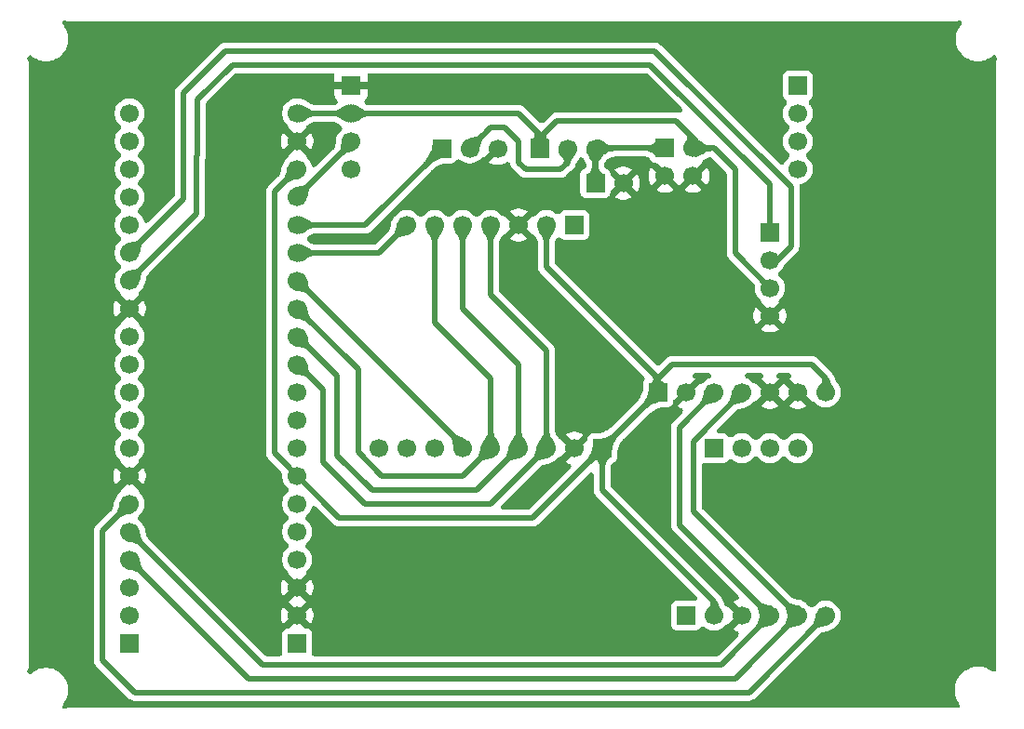
<source format=gbr>
G04 #@! TF.GenerationSoftware,KiCad,Pcbnew,9.0.5*
G04 #@! TF.CreationDate,2025-11-18T20:42:17-08:00*
G04 #@! TF.ProjectId,2025-airbrake,32303235-2d61-4697-9262-72616b652e6b,rev?*
G04 #@! TF.SameCoordinates,Original*
G04 #@! TF.FileFunction,Copper,L2,Bot*
G04 #@! TF.FilePolarity,Positive*
%FSLAX46Y46*%
G04 Gerber Fmt 4.6, Leading zero omitted, Abs format (unit mm)*
G04 Created by KiCad (PCBNEW 9.0.5) date 2025-11-18 20:42:17*
%MOMM*%
%LPD*%
G01*
G04 APERTURE LIST*
G04 #@! TA.AperFunction,ComponentPad*
%ADD10R,1.700000X1.700000*%
G04 #@! TD*
G04 #@! TA.AperFunction,ComponentPad*
%ADD11C,1.700000*%
G04 #@! TD*
G04 #@! TA.AperFunction,Conductor*
%ADD12C,0.508000*%
G04 #@! TD*
G04 APERTURE END LIST*
D10*
X156845000Y-69215000D03*
D11*
X159385000Y-69215000D03*
X161925000Y-69215000D03*
D10*
X167640000Y-91440000D03*
D11*
X170180000Y-91440000D03*
X172720000Y-91440000D03*
X175260000Y-91440000D03*
X177800000Y-91440000D03*
X180340000Y-91440000D03*
X182880000Y-91440000D03*
D10*
X170180000Y-111760000D03*
D11*
X172720000Y-111760000D03*
X175260000Y-111760000D03*
X177800000Y-111760000D03*
X180340000Y-111760000D03*
X182880000Y-111760000D03*
X180340000Y-96520000D03*
X177800000Y-96520000D03*
X175260000Y-96520000D03*
D10*
X172720000Y-96520000D03*
X177800000Y-76835000D03*
D11*
X177800000Y-79375000D03*
X177800000Y-81915000D03*
X177800000Y-84455000D03*
D10*
X162560000Y-96520000D03*
D11*
X160020000Y-96520000D03*
X157480000Y-96520000D03*
X154940000Y-96520000D03*
X152400000Y-96520000D03*
X149860000Y-96520000D03*
X147320000Y-96520000D03*
X144780000Y-96520000D03*
X142240000Y-96520000D03*
D10*
X139700000Y-63500000D03*
D11*
X139700000Y-66040000D03*
X139700000Y-68580000D03*
X139700000Y-71120000D03*
X180340000Y-71120000D03*
X180340000Y-68580000D03*
X180340000Y-66040000D03*
D10*
X180340000Y-63500000D03*
X160020000Y-76200000D03*
D11*
X157480000Y-76200000D03*
X154940000Y-76200000D03*
X152400000Y-76200000D03*
X149860000Y-76200000D03*
X147320000Y-76200000D03*
X144780000Y-76200000D03*
D10*
X134803438Y-114285000D03*
D11*
X134803438Y-111745000D03*
X134803438Y-109205000D03*
X134803438Y-106665000D03*
X134803438Y-104125000D03*
X134803438Y-101585000D03*
X134803438Y-99045000D03*
X134803438Y-96505000D03*
X134803438Y-93965000D03*
X134803438Y-91425000D03*
X134803438Y-88885000D03*
X134803438Y-86345000D03*
X134803438Y-83805000D03*
X134803438Y-81265000D03*
X134803438Y-78725000D03*
X134803438Y-76185000D03*
X134803438Y-73645000D03*
X134803438Y-71105000D03*
X134803438Y-68565000D03*
X134803438Y-66025000D03*
X119563438Y-66025000D03*
X119563438Y-68565000D03*
X119563438Y-71105000D03*
X119563438Y-73645000D03*
X119563438Y-76185000D03*
X119563438Y-78725000D03*
X119563438Y-81265000D03*
X119563438Y-83805000D03*
X119563438Y-86345000D03*
X119563438Y-88885000D03*
X119563438Y-91425000D03*
X119563438Y-93965000D03*
X119563438Y-96505000D03*
X119563438Y-99045000D03*
X119563438Y-101585000D03*
X119563438Y-104125000D03*
X119563438Y-106665000D03*
X119563438Y-109205000D03*
X119563438Y-111745000D03*
D10*
X119563438Y-114285000D03*
X168270000Y-69210000D03*
D11*
X168270000Y-71750000D03*
X170810000Y-69210000D03*
X170810000Y-71750000D03*
D10*
X147955000Y-69215000D03*
D11*
X150495000Y-69215000D03*
X153035000Y-69215000D03*
D10*
X161925000Y-72390000D03*
D11*
X164465000Y-72390000D03*
D12*
X170815000Y-95885000D02*
X175260000Y-91440000D01*
X170815000Y-102235000D02*
X170815000Y-95885000D01*
X119578438Y-106680000D02*
X130373438Y-117475000D01*
X180340000Y-111760000D02*
X170815000Y-102235000D01*
X130373438Y-117475000D02*
X174625000Y-117475000D01*
X174625000Y-117475000D02*
X180340000Y-111760000D01*
X169227500Y-66675000D02*
X170810000Y-68257500D01*
X174625000Y-78740000D02*
X177800000Y-81915000D01*
X158432500Y-66675000D02*
X169227500Y-66675000D01*
X134620000Y-66040000D02*
X139700000Y-66040000D01*
X156845000Y-69215000D02*
X156845000Y-68262500D01*
X156845000Y-67945000D02*
X156845000Y-69215000D01*
X154940000Y-66040000D02*
X156845000Y-67945000D01*
X156845000Y-68262500D02*
X158432500Y-66675000D01*
X170810000Y-69210000D02*
X172715000Y-69210000D01*
X170810000Y-68257500D02*
X170810000Y-69210000D01*
X139700000Y-66040000D02*
X154940000Y-66040000D01*
X172715000Y-69210000D02*
X174625000Y-71120000D01*
X174625000Y-71120000D02*
X174625000Y-78740000D01*
X140970000Y-76200000D02*
X134620000Y-76200000D01*
X147955000Y-69215000D02*
X140970000Y-76200000D01*
X134818438Y-83820000D02*
X140335000Y-89336562D01*
X149860000Y-99060000D02*
X152400000Y-96520000D01*
X152400000Y-90170000D02*
X147320000Y-85090000D01*
X152400000Y-96520000D02*
X152400000Y-90170000D01*
X142496000Y-99060000D02*
X149860000Y-99060000D01*
X140335000Y-89336562D02*
X140335000Y-96899000D01*
X134620000Y-83820000D02*
X134818438Y-83820000D01*
X147320000Y-85090000D02*
X147320000Y-76200000D01*
X140335000Y-96899000D02*
X142496000Y-99060000D01*
X138430000Y-97155000D02*
X138430000Y-89916000D01*
X151130000Y-100330000D02*
X141605000Y-100330000D01*
X134874000Y-86360000D02*
X134620000Y-86360000D01*
X149860000Y-83820000D02*
X149860000Y-76200000D01*
X154940000Y-96520000D02*
X151130000Y-100330000D01*
X154940000Y-88900000D02*
X149860000Y-83820000D01*
X141605000Y-100330000D02*
X138430000Y-97155000D01*
X138430000Y-89916000D02*
X134874000Y-86360000D01*
X154940000Y-96520000D02*
X154940000Y-88900000D01*
X157480000Y-76200000D02*
X157480000Y-80010000D01*
X134620000Y-71288438D02*
X132715000Y-73193438D01*
X172720000Y-110490000D02*
X162560000Y-100330000D01*
X167640000Y-90170000D02*
X168910000Y-88900000D01*
X156210000Y-102870000D02*
X162560000Y-96520000D01*
X181610000Y-88900000D02*
X182880000Y-90170000D01*
X167640000Y-91440000D02*
X167640000Y-90170000D01*
X162560000Y-96520000D02*
X167640000Y-91440000D01*
X168910000Y-88900000D02*
X181610000Y-88900000D01*
X134620000Y-71120000D02*
X134620000Y-71288438D01*
X132715000Y-73193438D02*
X132715000Y-96956562D01*
X157480000Y-80010000D02*
X167640000Y-90170000D01*
X172720000Y-111760000D02*
X172720000Y-110490000D01*
X162560000Y-100330000D02*
X162560000Y-96520000D01*
X132715000Y-96956562D02*
X138628438Y-102870000D01*
X138628438Y-102870000D02*
X156210000Y-102870000D01*
X182880000Y-90170000D02*
X182880000Y-91440000D01*
X139700000Y-68748438D02*
X134788438Y-73660000D01*
X134788438Y-73660000D02*
X134620000Y-73660000D01*
X139700000Y-68580000D02*
X139700000Y-68748438D01*
X175895000Y-118745000D02*
X120015000Y-118745000D01*
X117094000Y-104054438D02*
X119563438Y-101585000D01*
X120015000Y-118745000D02*
X117094000Y-115824000D01*
X182880000Y-111760000D02*
X175895000Y-118745000D01*
X117094000Y-115824000D02*
X117094000Y-104054438D01*
X177800000Y-79375000D02*
X178435000Y-79375000D01*
X124460000Y-73828438D02*
X119548438Y-78740000D01*
X128270000Y-60325000D02*
X124460000Y-64135000D01*
X179705000Y-72707500D02*
X167322500Y-60325000D01*
X179705000Y-78105000D02*
X179705000Y-72707500D01*
X178435000Y-79375000D02*
X179705000Y-78105000D01*
X124460000Y-64135000D02*
X124460000Y-73828438D01*
X167322500Y-60325000D02*
X128270000Y-60325000D01*
X142240000Y-78740000D02*
X134620000Y-78740000D01*
X144780000Y-76200000D02*
X142240000Y-78740000D01*
X137160000Y-97790000D02*
X140970000Y-101600000D01*
X134620000Y-88900000D02*
X134874000Y-88900000D01*
X152400000Y-101600000D02*
X157480000Y-96520000D01*
X157480000Y-87630000D02*
X152400000Y-82550000D01*
X157480000Y-96520000D02*
X157480000Y-87630000D01*
X137160000Y-91186000D02*
X137160000Y-97790000D01*
X140970000Y-101600000D02*
X152400000Y-101600000D01*
X152400000Y-82550000D02*
X152400000Y-76200000D01*
X134874000Y-88900000D02*
X137160000Y-91186000D01*
X177800000Y-111760000D02*
X173355000Y-116205000D01*
X172720000Y-91440000D02*
X169545000Y-94615000D01*
X169545000Y-103505000D02*
X177800000Y-111760000D01*
X173355000Y-116205000D02*
X131643438Y-116205000D01*
X169545000Y-94615000D02*
X169545000Y-103505000D01*
X131643438Y-116205000D02*
X119578438Y-104140000D01*
X149860000Y-96266000D02*
X149860000Y-96520000D01*
X134874000Y-81280000D02*
X149860000Y-96266000D01*
X134620000Y-81280000D02*
X134874000Y-81280000D01*
X128905000Y-61595000D02*
X166909522Y-61595000D01*
X125730000Y-64770000D02*
X128905000Y-61595000D01*
X119548438Y-81280000D02*
X125680000Y-75148438D01*
X125730000Y-69850000D02*
X125730000Y-64770000D01*
X177800000Y-72485478D02*
X177800000Y-76835000D01*
X125680000Y-75148438D02*
X125680000Y-69900000D01*
X166909522Y-61595000D02*
X177800000Y-72485478D01*
X125680000Y-69900000D02*
X125730000Y-69850000D01*
X161925000Y-72390000D02*
X161925000Y-69215000D01*
X167010000Y-69210000D02*
X168270000Y-69210000D01*
X167005000Y-69215000D02*
X167010000Y-69210000D01*
X161930000Y-69210000D02*
X161925000Y-69215000D01*
X168270000Y-69210000D02*
X161930000Y-69210000D01*
X158750000Y-71120000D02*
X155575000Y-71120000D01*
X154940000Y-68580000D02*
X153670000Y-67310000D01*
X159385000Y-70485000D02*
X158750000Y-71120000D01*
X154940000Y-70485000D02*
X154940000Y-68580000D01*
X155575000Y-71120000D02*
X154940000Y-70485000D01*
X159385000Y-69215000D02*
X159385000Y-70485000D01*
X152400000Y-67310000D02*
X150495000Y-69215000D01*
X153670000Y-67310000D02*
X152400000Y-67310000D01*
G04 #@! TA.AperFunction,Conductor*
G36*
X172022988Y-90974262D02*
G01*
X172023305Y-90974466D01*
X172718758Y-91437994D01*
X172722005Y-91441241D01*
X173185341Y-92136406D01*
X173187078Y-92145191D01*
X173182094Y-92152631D01*
X173181494Y-92153005D01*
X172977677Y-92271727D01*
X172976247Y-92272434D01*
X172790031Y-92349206D01*
X172788614Y-92349687D01*
X172622736Y-92394353D01*
X172621811Y-92394562D01*
X172468816Y-92422714D01*
X172259841Y-92464857D01*
X172087606Y-92527877D01*
X172001656Y-92574111D01*
X172001652Y-92574113D01*
X171911245Y-92634321D01*
X171813626Y-92712414D01*
X171717336Y-92802413D01*
X171708952Y-92805558D01*
X171701074Y-92802138D01*
X171357839Y-92458903D01*
X171354412Y-92450630D01*
X171357542Y-92442665D01*
X171376088Y-92422712D01*
X171454480Y-92338372D01*
X171536465Y-92233785D01*
X171599105Y-92135695D01*
X171645692Y-92042630D01*
X171703861Y-91865684D01*
X171737287Y-91691172D01*
X171747991Y-91628610D01*
X171748104Y-91628039D01*
X171797376Y-91412463D01*
X171797868Y-91410856D01*
X171878994Y-91201418D01*
X171879540Y-91200217D01*
X171937879Y-91089200D01*
X171938271Y-91088514D01*
X172006877Y-90978028D01*
X172014152Y-90972809D01*
X172022988Y-90974262D01*
G37*
G04 #@! TD.AperFunction*
G04 #@! TA.AperFunction,Conductor*
G36*
X177102988Y-111294262D02*
G01*
X177103305Y-111294466D01*
X177798758Y-111757994D01*
X177802005Y-111761241D01*
X178265341Y-112456406D01*
X178267078Y-112465191D01*
X178262094Y-112472631D01*
X178261494Y-112473005D01*
X178057677Y-112591727D01*
X178056247Y-112592434D01*
X177870031Y-112669206D01*
X177868614Y-112669687D01*
X177702736Y-112714353D01*
X177701811Y-112714562D01*
X177548816Y-112742714D01*
X177339841Y-112784857D01*
X177167606Y-112847877D01*
X177081656Y-112894111D01*
X177081652Y-112894113D01*
X176991245Y-112954321D01*
X176893626Y-113032414D01*
X176797336Y-113122413D01*
X176788952Y-113125558D01*
X176781074Y-113122138D01*
X176437839Y-112778903D01*
X176434412Y-112770630D01*
X176437542Y-112762665D01*
X176456088Y-112742712D01*
X176534480Y-112658372D01*
X176616465Y-112553785D01*
X176679105Y-112455695D01*
X176725692Y-112362630D01*
X176783861Y-112185684D01*
X176817287Y-112011172D01*
X176827991Y-111948610D01*
X176828104Y-111948039D01*
X176877376Y-111732463D01*
X176877868Y-111730856D01*
X176958994Y-111521418D01*
X176959540Y-111520217D01*
X177017879Y-111409200D01*
X177018271Y-111408514D01*
X177086877Y-111298028D01*
X177094152Y-111292809D01*
X177102988Y-111294262D01*
G37*
G04 #@! TD.AperFunction*
G04 #@! TA.AperFunction,Conductor*
G36*
X138058819Y-62376758D02*
G01*
X138140898Y-62431602D01*
X138195742Y-62513681D01*
X138215000Y-62610500D01*
X138215000Y-63182500D01*
X139310394Y-63182500D01*
X139299901Y-63192993D01*
X139234075Y-63307007D01*
X139200000Y-63434174D01*
X139200000Y-63565826D01*
X139234075Y-63692993D01*
X139299901Y-63807007D01*
X139310394Y-63817500D01*
X138215000Y-63817500D01*
X138215000Y-64414130D01*
X138214999Y-64414130D01*
X138217832Y-64450124D01*
X138262594Y-64604192D01*
X138344265Y-64742290D01*
X138412538Y-64810563D01*
X138434785Y-64843857D01*
X138459459Y-64875380D01*
X138462036Y-64884642D01*
X138467382Y-64892642D01*
X138475194Y-64931917D01*
X138485927Y-64970481D01*
X138484763Y-64980027D01*
X138486640Y-64989461D01*
X138478828Y-65028732D01*
X138473986Y-65068472D01*
X138469258Y-65076845D01*
X138467382Y-65086280D01*
X138445137Y-65119571D01*
X138425455Y-65154434D01*
X138417881Y-65160362D01*
X138412538Y-65168359D01*
X138347721Y-65215280D01*
X138332881Y-65222777D01*
X138298709Y-65237007D01*
X138291262Y-65239486D01*
X138265826Y-65246502D01*
X138263195Y-65247083D01*
X138262986Y-65247129D01*
X138227379Y-65254982D01*
X138203316Y-65259083D01*
X138140123Y-65266738D01*
X138118943Y-65268405D01*
X138008837Y-65272430D01*
X137956578Y-65276671D01*
X137936118Y-65277500D01*
X136544248Y-65277500D01*
X136529404Y-65277064D01*
X136514449Y-65276185D01*
X136493361Y-65272413D01*
X136390230Y-65268884D01*
X136387093Y-65268700D01*
X136386210Y-65268469D01*
X136373654Y-65267550D01*
X136314024Y-65260842D01*
X136292012Y-65257378D01*
X136255412Y-65249954D01*
X136232098Y-65244059D01*
X136230149Y-65243466D01*
X136227460Y-65242649D01*
X136193372Y-65229526D01*
X136192439Y-65229087D01*
X136134522Y-65201839D01*
X136099642Y-65181903D01*
X135973241Y-65095663D01*
X135969219Y-65092862D01*
X135879034Y-65028732D01*
X135847324Y-65006183D01*
X135843809Y-65003794D01*
X135829366Y-64993976D01*
X135828524Y-64993430D01*
X135810471Y-64982235D01*
X135661555Y-64894108D01*
X135631803Y-64877802D01*
X135630417Y-64877101D01*
X135599434Y-64862704D01*
X135412959Y-64783494D01*
X135378754Y-64770384D01*
X135377227Y-64769861D01*
X135377212Y-64769856D01*
X135377202Y-64769853D01*
X135353303Y-64762584D01*
X135342730Y-64759368D01*
X135137770Y-64704806D01*
X135137728Y-64704795D01*
X135130726Y-64702931D01*
X135121554Y-64699951D01*
X135116560Y-64699160D01*
X135113382Y-64698314D01*
X135104997Y-64696221D01*
X135097863Y-64694440D01*
X135097448Y-64694343D01*
X135097158Y-64694276D01*
X135097155Y-64694275D01*
X135097145Y-64694273D01*
X135026941Y-64682965D01*
X135020902Y-64682641D01*
X134994904Y-64679891D01*
X134910357Y-64666500D01*
X134910354Y-64666500D01*
X134696522Y-64666500D01*
X134696520Y-64666500D01*
X134485324Y-64699950D01*
X134281950Y-64766029D01*
X134281944Y-64766032D01*
X134091438Y-64863100D01*
X134091426Y-64863107D01*
X133918434Y-64988793D01*
X133918434Y-64988794D01*
X133767232Y-65139996D01*
X133767231Y-65139996D01*
X133641545Y-65312988D01*
X133641538Y-65313000D01*
X133544470Y-65503506D01*
X133544467Y-65503512D01*
X133478388Y-65706886D01*
X133444938Y-65918082D01*
X133444938Y-66131917D01*
X133478388Y-66343113D01*
X133544467Y-66546487D01*
X133544470Y-66546493D01*
X133641538Y-66736999D01*
X133641545Y-66737011D01*
X133767231Y-66910003D01*
X133925463Y-67068235D01*
X133924139Y-67069558D01*
X133976855Y-67136434D01*
X134003647Y-67231444D01*
X134003646Y-67271136D01*
X134000358Y-67312908D01*
X134752450Y-68065000D01*
X134737612Y-68065000D01*
X134610445Y-68099075D01*
X134496431Y-68164901D01*
X134403339Y-68257993D01*
X134337513Y-68372007D01*
X134303438Y-68499174D01*
X134303438Y-68514012D01*
X133551346Y-67761920D01*
X133533353Y-67786688D01*
X133533349Y-67786694D01*
X133427237Y-67994949D01*
X133427234Y-67994955D01*
X133355003Y-68217264D01*
X133318438Y-68448125D01*
X133318438Y-68681874D01*
X133355003Y-68912735D01*
X133427234Y-69135044D01*
X133427237Y-69135051D01*
X133533346Y-69343300D01*
X133533353Y-69343312D01*
X133551346Y-69368077D01*
X133551347Y-69368078D01*
X134303438Y-68615987D01*
X134303438Y-68630826D01*
X134337513Y-68757993D01*
X134403339Y-68872007D01*
X134496431Y-68965099D01*
X134610445Y-69030925D01*
X134737612Y-69065000D01*
X134752450Y-69065000D01*
X134000358Y-69817090D01*
X134003646Y-69858866D01*
X134003402Y-69860919D01*
X134003933Y-69862921D01*
X133997607Y-69909884D01*
X133992043Y-69956898D01*
X133991032Y-69958703D01*
X133990756Y-69960753D01*
X133985807Y-69968031D01*
X133943808Y-70043026D01*
X133941143Y-70046096D01*
X133925908Y-70063363D01*
X133918434Y-70068794D01*
X133767232Y-70219996D01*
X133673471Y-70349046D01*
X133665804Y-70358176D01*
X133665775Y-70358210D01*
X133654080Y-70372139D01*
X133654076Y-70372144D01*
X133585459Y-70482647D01*
X133575872Y-70498736D01*
X133575486Y-70499411D01*
X133566758Y-70515330D01*
X133508409Y-70626367D01*
X133495522Y-70652691D01*
X133494965Y-70653915D01*
X133483593Y-70680956D01*
X133402476Y-70890368D01*
X133390301Y-70925533D01*
X133389814Y-70927123D01*
X133380224Y-70963041D01*
X133330953Y-71178613D01*
X133327799Y-71193407D01*
X133327704Y-71193886D01*
X133325278Y-71207039D01*
X133315860Y-71262084D01*
X133314968Y-71267008D01*
X133292232Y-71385706D01*
X133284095Y-71417120D01*
X133258880Y-71493823D01*
X133244766Y-71528074D01*
X133241247Y-71535103D01*
X133228246Y-71558009D01*
X133207048Y-71591204D01*
X133192932Y-71611121D01*
X133153656Y-71661225D01*
X133139856Y-71677383D01*
X133064858Y-71758072D01*
X133030888Y-71798039D01*
X133017013Y-71813085D01*
X132122727Y-72707372D01*
X132122724Y-72707376D01*
X132046019Y-72822175D01*
X132039284Y-72832254D01*
X132039282Y-72832257D01*
X131981802Y-72971026D01*
X131972043Y-73020089D01*
X131952500Y-73118338D01*
X131952500Y-97031662D01*
X131970353Y-97121413D01*
X131975618Y-97147880D01*
X131975618Y-97147889D01*
X131981801Y-97178969D01*
X131981804Y-97178980D01*
X132039281Y-97317740D01*
X132122727Y-97442627D01*
X133377472Y-98697372D01*
X133432316Y-98779451D01*
X133451517Y-98870914D01*
X133451995Y-98893522D01*
X133444938Y-98938084D01*
X133444938Y-99151916D01*
X133458773Y-99239270D01*
X133459678Y-99256385D01*
X133459679Y-99256422D01*
X133460719Y-99276074D01*
X133461195Y-99279685D01*
X133461198Y-99279705D01*
X133474014Y-99340043D01*
X133474020Y-99340066D01*
X133476843Y-99353355D01*
X133478389Y-99363116D01*
X133488808Y-99395184D01*
X133490592Y-99401215D01*
X133492190Y-99406618D01*
X133492198Y-99406643D01*
X133495940Y-99417340D01*
X133497746Y-99422695D01*
X133544464Y-99566478D01*
X133544470Y-99566493D01*
X133641538Y-99756999D01*
X133641545Y-99757011D01*
X133767231Y-99930003D01*
X133767232Y-99930004D01*
X133918434Y-100081206D01*
X133928149Y-100088264D01*
X133958505Y-100110319D01*
X134025513Y-100182809D01*
X134059679Y-100275423D01*
X134055803Y-100374063D01*
X134014475Y-100463711D01*
X133958505Y-100519681D01*
X133918432Y-100548795D01*
X133767232Y-100699996D01*
X133767231Y-100699996D01*
X133641545Y-100872988D01*
X133641538Y-100873000D01*
X133544470Y-101063506D01*
X133544467Y-101063512D01*
X133478388Y-101266886D01*
X133444938Y-101478082D01*
X133444938Y-101691917D01*
X133478388Y-101903113D01*
X133544467Y-102106487D01*
X133544470Y-102106493D01*
X133641538Y-102296999D01*
X133641544Y-102297009D01*
X133767232Y-102470004D01*
X133918434Y-102621206D01*
X133958505Y-102650319D01*
X134025513Y-102722809D01*
X134059679Y-102815423D01*
X134055803Y-102914063D01*
X134014475Y-103003711D01*
X133958507Y-103059679D01*
X133944872Y-103069585D01*
X133918432Y-103088795D01*
X133767232Y-103239996D01*
X133767231Y-103239996D01*
X133641545Y-103412988D01*
X133641538Y-103413000D01*
X133544470Y-103603506D01*
X133544467Y-103603512D01*
X133478388Y-103806886D01*
X133444938Y-104018082D01*
X133444938Y-104231917D01*
X133478388Y-104443113D01*
X133544467Y-104646487D01*
X133544470Y-104646493D01*
X133641538Y-104836999D01*
X133641543Y-104837008D01*
X133641544Y-104837009D01*
X133767232Y-105010004D01*
X133918434Y-105161206D01*
X133958505Y-105190319D01*
X134025513Y-105262809D01*
X134059679Y-105355423D01*
X134055803Y-105454063D01*
X134014475Y-105543711D01*
X133958505Y-105599680D01*
X133944872Y-105609585D01*
X133918432Y-105628795D01*
X133767232Y-105779996D01*
X133767231Y-105779996D01*
X133641545Y-105952988D01*
X133641538Y-105953000D01*
X133544470Y-106143506D01*
X133544467Y-106143512D01*
X133478388Y-106346886D01*
X133444938Y-106558082D01*
X133444938Y-106771917D01*
X133478388Y-106983113D01*
X133544467Y-107186487D01*
X133544470Y-107186493D01*
X133641538Y-107376999D01*
X133641545Y-107377011D01*
X133767231Y-107550003D01*
X133925463Y-107708235D01*
X133924139Y-107709558D01*
X133976855Y-107776434D01*
X134003647Y-107871444D01*
X134003646Y-107911136D01*
X134000358Y-107952908D01*
X134752450Y-108705000D01*
X134737612Y-108705000D01*
X134610445Y-108739075D01*
X134496431Y-108804901D01*
X134403339Y-108897993D01*
X134337513Y-109012007D01*
X134303438Y-109139174D01*
X134303438Y-109154012D01*
X133551346Y-108401920D01*
X133533353Y-108426688D01*
X133533349Y-108426694D01*
X133427237Y-108634949D01*
X133427234Y-108634955D01*
X133355003Y-108857264D01*
X133318438Y-109088125D01*
X133318438Y-109321874D01*
X133355003Y-109552735D01*
X133427234Y-109775044D01*
X133427237Y-109775051D01*
X133533346Y-109983300D01*
X133533353Y-109983312D01*
X133551346Y-110008077D01*
X133551347Y-110008078D01*
X134303438Y-109255987D01*
X134303438Y-109270826D01*
X134337513Y-109397993D01*
X134403339Y-109512007D01*
X134496431Y-109605099D01*
X134610445Y-109670925D01*
X134737612Y-109705000D01*
X134752450Y-109705000D01*
X134000205Y-110457244D01*
X134000205Y-110492754D01*
X134752451Y-111245000D01*
X134737612Y-111245000D01*
X134610445Y-111279075D01*
X134496431Y-111344901D01*
X134403339Y-111437993D01*
X134337513Y-111552007D01*
X134303438Y-111679174D01*
X134303438Y-111694012D01*
X133551346Y-110941920D01*
X133533353Y-110966688D01*
X133533349Y-110966694D01*
X133427237Y-111174949D01*
X133427234Y-111174955D01*
X133355003Y-111397264D01*
X133318438Y-111628125D01*
X133318438Y-111861874D01*
X133355003Y-112092735D01*
X133427234Y-112315044D01*
X133427237Y-112315051D01*
X133533346Y-112523300D01*
X133533353Y-112523312D01*
X133551496Y-112548284D01*
X133559265Y-112550475D01*
X133569420Y-112531620D01*
X133578229Y-112524436D01*
X133585593Y-112513831D01*
X134303438Y-111795986D01*
X134303438Y-111810826D01*
X134337513Y-111937993D01*
X134403339Y-112052007D01*
X134496431Y-112145099D01*
X134610445Y-112210925D01*
X134737612Y-112245000D01*
X134752450Y-112245000D01*
X134145053Y-112852398D01*
X134113828Y-112873261D01*
X134084724Y-112896996D01*
X134074498Y-112899540D01*
X134062974Y-112907241D01*
X133990170Y-112925358D01*
X133978193Y-112926500D01*
X133904800Y-112926500D01*
X133844237Y-112933011D01*
X133821682Y-112941423D01*
X133788506Y-112944587D01*
X133771907Y-112942899D01*
X133755441Y-112945567D01*
X133735758Y-112940914D01*
X133695000Y-112992616D01*
X133682307Y-113002770D01*
X133590178Y-113071737D01*
X133590175Y-113071740D01*
X133502551Y-113188791D01*
X133451447Y-113325803D01*
X133444939Y-113386345D01*
X133444938Y-113386365D01*
X133444938Y-115189500D01*
X133425680Y-115286319D01*
X133370836Y-115368398D01*
X133288757Y-115423242D01*
X133191938Y-115442500D01*
X132064072Y-115442500D01*
X131967253Y-115423242D01*
X131885174Y-115368398D01*
X121333404Y-104816628D01*
X121323334Y-104805957D01*
X121313351Y-104794743D01*
X121300999Y-104777026D01*
X121229034Y-104700030D01*
X121227010Y-104697757D01*
X121226557Y-104696986D01*
X121218417Y-104687577D01*
X121185550Y-104646493D01*
X121179628Y-104639090D01*
X121166615Y-104621283D01*
X121144926Y-104588715D01*
X121132702Y-104568348D01*
X121129495Y-104562386D01*
X121114719Y-104529487D01*
X121090548Y-104463428D01*
X121080138Y-104426512D01*
X121068797Y-104370276D01*
X121050821Y-104281134D01*
X121050005Y-104276904D01*
X121023023Y-104130266D01*
X121018877Y-104110032D01*
X121018666Y-104109098D01*
X121018665Y-104109092D01*
X121013630Y-104088747D01*
X120968964Y-103922869D01*
X120959374Y-103891327D01*
X120958893Y-103889910D01*
X120958889Y-103889898D01*
X120947382Y-103859248D01*
X120870611Y-103673032D01*
X120856177Y-103641150D01*
X120855481Y-103639743D01*
X120838873Y-103608853D01*
X120732983Y-103427067D01*
X120732962Y-103427031D01*
X120729157Y-103420499D01*
X120725332Y-103412991D01*
X120722568Y-103409187D01*
X120720155Y-103405044D01*
X120712216Y-103391873D01*
X120712212Y-103391867D01*
X120712196Y-103391840D01*
X120711849Y-103391284D01*
X120711847Y-103391282D01*
X120711842Y-103391273D01*
X120670476Y-103334081D01*
X120670472Y-103334077D01*
X120666315Y-103329451D01*
X120649835Y-103309077D01*
X120599644Y-103239996D01*
X120448442Y-103088794D01*
X120448438Y-103088790D01*
X120408370Y-103059679D01*
X120341362Y-102987189D01*
X120307196Y-102894575D01*
X120311072Y-102795935D01*
X120352401Y-102706288D01*
X120408370Y-102650319D01*
X120448442Y-102621206D01*
X120599644Y-102470004D01*
X120725332Y-102297009D01*
X120822410Y-102106483D01*
X120888487Y-101903116D01*
X120921938Y-101691916D01*
X120921938Y-101478084D01*
X120888487Y-101266884D01*
X120822410Y-101063517D01*
X120822408Y-101063514D01*
X120822408Y-101063512D01*
X120822405Y-101063506D01*
X120725337Y-100873000D01*
X120725330Y-100872988D01*
X120599644Y-100699996D01*
X120441413Y-100541765D01*
X120442736Y-100540441D01*
X120390018Y-100473561D01*
X120363228Y-100378550D01*
X120363229Y-100338867D01*
X120366516Y-100297090D01*
X119614426Y-99545000D01*
X119629264Y-99545000D01*
X119756431Y-99510925D01*
X119870445Y-99445099D01*
X119963537Y-99352007D01*
X120029363Y-99237993D01*
X120063438Y-99110826D01*
X120063438Y-99095988D01*
X120815527Y-99848077D01*
X120833527Y-99823304D01*
X120833527Y-99823303D01*
X120939638Y-99615050D01*
X120939641Y-99615044D01*
X121011872Y-99392735D01*
X121048437Y-99161874D01*
X121048438Y-99161869D01*
X121048438Y-98928130D01*
X121048437Y-98928125D01*
X121011872Y-98697264D01*
X120939641Y-98474955D01*
X120939638Y-98474948D01*
X120833528Y-98266696D01*
X120833526Y-98266693D01*
X120815528Y-98241921D01*
X120063438Y-98994011D01*
X120063438Y-98979174D01*
X120029363Y-98852007D01*
X119963537Y-98737993D01*
X119870445Y-98644901D01*
X119756431Y-98579075D01*
X119629264Y-98545000D01*
X119614424Y-98545000D01*
X120366515Y-97792909D01*
X120363228Y-97751137D01*
X120374831Y-97653105D01*
X120423065Y-97566976D01*
X120441610Y-97548432D01*
X120441413Y-97548235D01*
X120599644Y-97390004D01*
X120725332Y-97217009D01*
X120774041Y-97121413D01*
X120822405Y-97026493D01*
X120822408Y-97026487D01*
X120822408Y-97026486D01*
X120822410Y-97026483D01*
X120888487Y-96823116D01*
X120921938Y-96611916D01*
X120921938Y-96398084D01*
X120888487Y-96186884D01*
X120822410Y-95983517D01*
X120822408Y-95983514D01*
X120822408Y-95983512D01*
X120822405Y-95983506D01*
X120725337Y-95793000D01*
X120725330Y-95792988D01*
X120599644Y-95619996D01*
X120448442Y-95468794D01*
X120408370Y-95439680D01*
X120341364Y-95367193D01*
X120307196Y-95274579D01*
X120311071Y-95175940D01*
X120352399Y-95086291D01*
X120408370Y-95030319D01*
X120448442Y-95001206D01*
X120599644Y-94850004D01*
X120725332Y-94677009D01*
X120822410Y-94486483D01*
X120888487Y-94283116D01*
X120921938Y-94071916D01*
X120921938Y-93858084D01*
X120888487Y-93646884D01*
X120822410Y-93443517D01*
X120822408Y-93443514D01*
X120822408Y-93443512D01*
X120822405Y-93443506D01*
X120725337Y-93253000D01*
X120725330Y-93252988D01*
X120599644Y-93079996D01*
X120448442Y-92928794D01*
X120443219Y-92924999D01*
X120408370Y-92899680D01*
X120341364Y-92827193D01*
X120307196Y-92734579D01*
X120311071Y-92635940D01*
X120352399Y-92546291D01*
X120408370Y-92490319D01*
X120448442Y-92461206D01*
X120599644Y-92310004D01*
X120725332Y-92137009D01*
X120773871Y-92041746D01*
X120822405Y-91946493D01*
X120822408Y-91946487D01*
X120822408Y-91946486D01*
X120822410Y-91946483D01*
X120888487Y-91743116D01*
X120921938Y-91531916D01*
X120921938Y-91318084D01*
X120888487Y-91106884D01*
X120822410Y-90903517D01*
X120822408Y-90903514D01*
X120822408Y-90903512D01*
X120822405Y-90903506D01*
X120725337Y-90713000D01*
X120725330Y-90712988D01*
X120599644Y-90539996D01*
X120448442Y-90388794D01*
X120408370Y-90359680D01*
X120341364Y-90287193D01*
X120307196Y-90194579D01*
X120311071Y-90095940D01*
X120352399Y-90006291D01*
X120408370Y-89950319D01*
X120448442Y-89921206D01*
X120599644Y-89770004D01*
X120725332Y-89597009D01*
X120822410Y-89406483D01*
X120888487Y-89203116D01*
X120921938Y-88991916D01*
X120921938Y-88778084D01*
X120888487Y-88566884D01*
X120822410Y-88363517D01*
X120822408Y-88363514D01*
X120822408Y-88363512D01*
X120822405Y-88363506D01*
X120725337Y-88173000D01*
X120725330Y-88172988D01*
X120599644Y-87999996D01*
X120448442Y-87848794D01*
X120408370Y-87819680D01*
X120341364Y-87747193D01*
X120307196Y-87654579D01*
X120311071Y-87555940D01*
X120352399Y-87466291D01*
X120408370Y-87410319D01*
X120448442Y-87381206D01*
X120599644Y-87230004D01*
X120725332Y-87057009D01*
X120822410Y-86866483D01*
X120888487Y-86663116D01*
X120921938Y-86451916D01*
X120921938Y-86238084D01*
X120888487Y-86026884D01*
X120822410Y-85823517D01*
X120822408Y-85823514D01*
X120822408Y-85823512D01*
X120822405Y-85823506D01*
X120725337Y-85633000D01*
X120725330Y-85632988D01*
X120599644Y-85459996D01*
X120441413Y-85301765D01*
X120442736Y-85300441D01*
X120390018Y-85233561D01*
X120363228Y-85138550D01*
X120363229Y-85098867D01*
X120366516Y-85057090D01*
X119614426Y-84305000D01*
X119629264Y-84305000D01*
X119756431Y-84270925D01*
X119870445Y-84205099D01*
X119963537Y-84112007D01*
X120029363Y-83997993D01*
X120063438Y-83870826D01*
X120063438Y-83855988D01*
X120815527Y-84608077D01*
X120833527Y-84583304D01*
X120833527Y-84583303D01*
X120939638Y-84375050D01*
X120939641Y-84375044D01*
X121011872Y-84152735D01*
X121048437Y-83921874D01*
X121048438Y-83921869D01*
X121048438Y-83688130D01*
X121048437Y-83688125D01*
X121011872Y-83457264D01*
X120939641Y-83234955D01*
X120939638Y-83234948D01*
X120833528Y-83026696D01*
X120833526Y-83026693D01*
X120815528Y-83001921D01*
X120063438Y-83754011D01*
X120063438Y-83739174D01*
X120029363Y-83612007D01*
X119963537Y-83497993D01*
X119870445Y-83404901D01*
X119756431Y-83339075D01*
X119629264Y-83305000D01*
X119614424Y-83305000D01*
X120366515Y-82552909D01*
X120363228Y-82511137D01*
X120363471Y-82509081D01*
X120362942Y-82507083D01*
X120369265Y-82460125D01*
X120374831Y-82413105D01*
X120375840Y-82411302D01*
X120376117Y-82409250D01*
X120381067Y-82401968D01*
X120423065Y-82326976D01*
X120425729Y-82323907D01*
X120440962Y-82306640D01*
X120448442Y-82301206D01*
X120599644Y-82150004D01*
X120693421Y-82020929D01*
X120712800Y-81997852D01*
X120781392Y-81887389D01*
X120790883Y-81871471D01*
X120791300Y-81870742D01*
X120800130Y-81854644D01*
X120858453Y-81743656D01*
X120871392Y-81717219D01*
X120871945Y-81716002D01*
X120883279Y-81689047D01*
X120964399Y-81479623D01*
X120976542Y-81444564D01*
X120977038Y-81442945D01*
X120986653Y-81406945D01*
X121035917Y-81191406D01*
X121038976Y-81177084D01*
X121039102Y-81176450D01*
X121041599Y-81162943D01*
X121051025Y-81107841D01*
X121051891Y-81103059D01*
X121074642Y-80984286D01*
X121082774Y-80952889D01*
X121107998Y-80876162D01*
X121122098Y-80841940D01*
X121125617Y-80834910D01*
X121138617Y-80812001D01*
X121159834Y-80778778D01*
X121173928Y-80758892D01*
X121213219Y-80708769D01*
X121226983Y-80692652D01*
X121302016Y-80611927D01*
X121331547Y-80577182D01*
X121331547Y-80577180D01*
X121335979Y-80571967D01*
X121349847Y-80556927D01*
X126272273Y-75634503D01*
X126355718Y-75509617D01*
X126413197Y-75370851D01*
X126424307Y-75314996D01*
X126442500Y-75223538D01*
X126442500Y-70172704D01*
X126460056Y-70084441D01*
X126459591Y-70084300D01*
X126461023Y-70079578D01*
X126461757Y-70075889D01*
X126463197Y-70072413D01*
X126492500Y-69925100D01*
X126492500Y-65190634D01*
X126511758Y-65093815D01*
X126566602Y-65011736D01*
X129146736Y-62431602D01*
X129228815Y-62376758D01*
X129325634Y-62357500D01*
X137962000Y-62357500D01*
X138058819Y-62376758D01*
G37*
G04 #@! TD.AperFunction*
G04 #@! TA.AperFunction,Conductor*
G36*
X161641319Y-98737891D02*
G01*
X161723398Y-98792735D01*
X161778242Y-98874814D01*
X161797500Y-98971633D01*
X161797500Y-100405100D01*
X161804592Y-100440753D01*
X161826081Y-100548784D01*
X161826803Y-100552415D01*
X161884281Y-100691178D01*
X161967727Y-100816065D01*
X171121264Y-109969602D01*
X171176108Y-110051681D01*
X171195366Y-110148500D01*
X171176108Y-110245319D01*
X171121264Y-110327398D01*
X171039185Y-110382242D01*
X170942366Y-110401500D01*
X169281362Y-110401500D01*
X169281359Y-110401500D01*
X169281345Y-110401501D01*
X169220803Y-110408009D01*
X169083791Y-110459113D01*
X168966740Y-110546737D01*
X168966737Y-110546740D01*
X168879113Y-110663791D01*
X168828009Y-110800803D01*
X168821501Y-110861345D01*
X168821500Y-110861365D01*
X168821500Y-112658634D01*
X168821501Y-112658654D01*
X168828009Y-112719196D01*
X168828011Y-112719201D01*
X168879111Y-112856204D01*
X168879112Y-112856205D01*
X168879113Y-112856208D01*
X168966737Y-112973259D01*
X168966740Y-112973262D01*
X169083791Y-113060886D01*
X169083792Y-113060886D01*
X169083796Y-113060889D01*
X169220799Y-113111989D01*
X169220802Y-113111989D01*
X169220804Y-113111990D01*
X169220802Y-113111990D01*
X169269065Y-113117178D01*
X169281362Y-113118500D01*
X169281365Y-113118500D01*
X171078635Y-113118500D01*
X171078638Y-113118500D01*
X171101479Y-113116044D01*
X171139196Y-113111990D01*
X171139197Y-113111989D01*
X171139201Y-113111989D01*
X171276204Y-113060889D01*
X171393261Y-112973261D01*
X171480889Y-112856204D01*
X171480889Y-112856202D01*
X171485258Y-112850367D01*
X171558696Y-112784401D01*
X171651789Y-112751559D01*
X171750363Y-112756843D01*
X171836504Y-112797302D01*
X171904070Y-112846391D01*
X172007991Y-112921894D01*
X172007995Y-112921896D01*
X172008000Y-112921899D01*
X172198506Y-113018967D01*
X172198512Y-113018970D01*
X172198514Y-113018970D01*
X172198517Y-113018972D01*
X172401884Y-113085049D01*
X172613084Y-113118500D01*
X172613086Y-113118500D01*
X172826914Y-113118500D01*
X172826916Y-113118500D01*
X173038116Y-113085049D01*
X173241483Y-113018972D01*
X173241676Y-113018874D01*
X173385548Y-112945567D01*
X173432009Y-112921894D01*
X173605004Y-112796206D01*
X173756206Y-112645004D01*
X173756207Y-112645003D01*
X173763235Y-112637975D01*
X173764560Y-112639300D01*
X173831416Y-112586591D01*
X173926424Y-112559791D01*
X173966137Y-112559790D01*
X174007909Y-112563077D01*
X174760000Y-111810985D01*
X174760000Y-111825826D01*
X174794075Y-111952993D01*
X174859901Y-112067007D01*
X174952993Y-112160099D01*
X175067007Y-112225925D01*
X175194174Y-112260000D01*
X175209010Y-112260000D01*
X174456920Y-113012089D01*
X174481693Y-113030088D01*
X174481696Y-113030090D01*
X174689948Y-113136200D01*
X174689962Y-113136206D01*
X174792050Y-113169375D01*
X174878180Y-113217608D01*
X174939295Y-113295131D01*
X174966092Y-113390140D01*
X174954490Y-113488171D01*
X174906257Y-113574301D01*
X174892770Y-113588891D01*
X173113264Y-115368398D01*
X173031185Y-115423241D01*
X172934366Y-115442500D01*
X136414938Y-115442500D01*
X136318119Y-115423242D01*
X136236040Y-115368398D01*
X136181196Y-115286319D01*
X136161938Y-115189500D01*
X136161938Y-113386365D01*
X136161936Y-113386345D01*
X136155428Y-113325803D01*
X136152329Y-113317494D01*
X136104327Y-113188796D01*
X136104324Y-113188792D01*
X136104324Y-113188791D01*
X136016700Y-113071740D01*
X136016697Y-113071737D01*
X135946081Y-113018874D01*
X135946077Y-113018872D01*
X135899642Y-112984111D01*
X135762639Y-112933011D01*
X135758341Y-112932548D01*
X135758337Y-112932547D01*
X135702092Y-112926501D01*
X135702078Y-112926500D01*
X135702076Y-112926500D01*
X135640721Y-112926500D01*
X135543902Y-112907242D01*
X135461823Y-112852398D01*
X134854426Y-112245000D01*
X134869264Y-112245000D01*
X134996431Y-112210925D01*
X135110445Y-112145099D01*
X135203537Y-112052007D01*
X135269363Y-111937993D01*
X135303438Y-111810826D01*
X135303438Y-111795988D01*
X135989241Y-112481791D01*
X136074665Y-112521070D01*
X136179638Y-112315050D01*
X136179641Y-112315044D01*
X136251872Y-112092735D01*
X136288437Y-111861874D01*
X136288438Y-111861869D01*
X136288438Y-111628130D01*
X136288437Y-111628125D01*
X136251872Y-111397264D01*
X136179641Y-111174955D01*
X136179638Y-111174948D01*
X136073528Y-110966696D01*
X136073526Y-110966693D01*
X136055528Y-110941921D01*
X135303438Y-111694011D01*
X135303438Y-111679174D01*
X135269363Y-111552007D01*
X135203537Y-111437993D01*
X135110445Y-111344901D01*
X134996431Y-111279075D01*
X134869264Y-111245000D01*
X134854423Y-111245000D01*
X135606667Y-110492757D01*
X135606667Y-110457241D01*
X134854426Y-109705000D01*
X134869264Y-109705000D01*
X134996431Y-109670925D01*
X135110445Y-109605099D01*
X135203537Y-109512007D01*
X135269363Y-109397993D01*
X135303438Y-109270826D01*
X135303438Y-109255988D01*
X136055527Y-110008077D01*
X136073527Y-109983304D01*
X136073527Y-109983303D01*
X136179638Y-109775050D01*
X136179641Y-109775044D01*
X136251872Y-109552735D01*
X136288437Y-109321874D01*
X136288438Y-109321869D01*
X136288438Y-109088130D01*
X136288437Y-109088125D01*
X136251872Y-108857264D01*
X136179641Y-108634955D01*
X136179638Y-108634948D01*
X136073528Y-108426696D01*
X136073526Y-108426693D01*
X136055528Y-108401921D01*
X135303438Y-109154011D01*
X135303438Y-109139174D01*
X135269363Y-109012007D01*
X135203537Y-108897993D01*
X135110445Y-108804901D01*
X134996431Y-108739075D01*
X134869264Y-108705000D01*
X134854424Y-108705000D01*
X135606515Y-107952909D01*
X135603228Y-107911137D01*
X135614831Y-107813105D01*
X135663065Y-107726976D01*
X135681610Y-107708432D01*
X135681413Y-107708235D01*
X135839644Y-107550004D01*
X135965332Y-107377009D01*
X136062410Y-107186483D01*
X136128487Y-106983116D01*
X136161938Y-106771916D01*
X136161938Y-106558084D01*
X136128487Y-106346884D01*
X136062410Y-106143517D01*
X136062408Y-106143514D01*
X136062408Y-106143512D01*
X136062405Y-106143506D01*
X135965337Y-105953000D01*
X135965330Y-105952988D01*
X135839644Y-105779996D01*
X135688442Y-105628794D01*
X135688439Y-105628792D01*
X135648370Y-105599680D01*
X135581364Y-105527193D01*
X135547196Y-105434579D01*
X135551071Y-105335940D01*
X135592399Y-105246291D01*
X135648370Y-105190319D01*
X135688442Y-105161206D01*
X135839644Y-105010004D01*
X135965332Y-104837009D01*
X136062410Y-104646483D01*
X136128487Y-104443116D01*
X136161938Y-104231916D01*
X136161938Y-104018084D01*
X136128487Y-103806884D01*
X136062410Y-103603517D01*
X136062408Y-103603514D01*
X136062408Y-103603512D01*
X136062405Y-103603506D01*
X135965337Y-103413000D01*
X135965330Y-103412988D01*
X135839644Y-103239996D01*
X135688442Y-103088794D01*
X135688436Y-103088790D01*
X135648369Y-103059679D01*
X135581364Y-102987193D01*
X135547196Y-102894579D01*
X135551071Y-102795940D01*
X135592399Y-102706291D01*
X135648370Y-102650319D01*
X135688442Y-102621206D01*
X135839644Y-102470004D01*
X135965332Y-102297009D01*
X136062410Y-102106483D01*
X136112424Y-101952550D01*
X136160655Y-101866427D01*
X136238178Y-101805312D01*
X136333187Y-101778515D01*
X136431219Y-101790117D01*
X136517348Y-101838350D01*
X136531938Y-101851837D01*
X138036166Y-103356065D01*
X138142373Y-103462272D01*
X138267259Y-103545718D01*
X138267260Y-103545718D01*
X138267260Y-103545719D01*
X138406022Y-103603196D01*
X138406023Y-103603196D01*
X138406025Y-103603197D01*
X138553338Y-103632500D01*
X138553342Y-103632500D01*
X156285096Y-103632500D01*
X156285100Y-103632500D01*
X156432413Y-103603197D01*
X156571179Y-103545718D01*
X156696065Y-103462273D01*
X161365602Y-98792734D01*
X161447681Y-98737891D01*
X161544500Y-98718633D01*
X161641319Y-98737891D01*
G37*
G04 #@! TD.AperFunction*
G04 #@! TA.AperFunction,Conductor*
G36*
X169680000Y-91505826D02*
G01*
X169714075Y-91632993D01*
X169779901Y-91747007D01*
X169872993Y-91840099D01*
X169987007Y-91905925D01*
X170114174Y-91940000D01*
X170129011Y-91940000D01*
X169411169Y-92657841D01*
X169375720Y-92681527D01*
X169376891Y-92692068D01*
X169401693Y-92710088D01*
X169401696Y-92710090D01*
X169609948Y-92816200D01*
X169609959Y-92816204D01*
X169712050Y-92849375D01*
X169798180Y-92897609D01*
X169859295Y-92975131D01*
X169886091Y-93070141D01*
X169874489Y-93168172D01*
X169826255Y-93254302D01*
X169812769Y-93268891D01*
X168952727Y-94128934D01*
X168869281Y-94253821D01*
X168811803Y-94392584D01*
X168797151Y-94466243D01*
X168782500Y-94539900D01*
X168782500Y-103580100D01*
X168800985Y-103673029D01*
X168800986Y-103673032D01*
X168811802Y-103727413D01*
X168811803Y-103727415D01*
X168869282Y-103866180D01*
X168952727Y-103991065D01*
X174892770Y-109931108D01*
X174947614Y-110013187D01*
X174966872Y-110110006D01*
X174947614Y-110206825D01*
X174892770Y-110288904D01*
X174810691Y-110343748D01*
X174792052Y-110350624D01*
X174689956Y-110383796D01*
X174689949Y-110383799D01*
X174481694Y-110489911D01*
X174481688Y-110489915D01*
X174456920Y-110507908D01*
X175209012Y-111260000D01*
X175194174Y-111260000D01*
X175067007Y-111294075D01*
X174952993Y-111359901D01*
X174859901Y-111452993D01*
X174794075Y-111567007D01*
X174760000Y-111694174D01*
X174760000Y-111709012D01*
X174007908Y-110956920D01*
X173990218Y-110958313D01*
X173892187Y-110946711D01*
X173806058Y-110898476D01*
X173754076Y-110837343D01*
X173689045Y-110730174D01*
X173678986Y-110711944D01*
X173662879Y-110679682D01*
X173573690Y-110501032D01*
X173572746Y-110499141D01*
X173571963Y-110497558D01*
X173531925Y-110415940D01*
X173495920Y-110342542D01*
X173486752Y-110324739D01*
X173486741Y-110324717D01*
X173486344Y-110323982D01*
X173476459Y-110306495D01*
X173461717Y-110281565D01*
X173451452Y-110262366D01*
X173448422Y-110256060D01*
X173395718Y-110128821D01*
X173375606Y-110098721D01*
X173365670Y-110083851D01*
X173365669Y-110083848D01*
X173312276Y-110003938D01*
X173068153Y-109759815D01*
X172991736Y-109677471D01*
X172984627Y-109669964D01*
X172984341Y-109669668D01*
X172937271Y-109626651D01*
X172931659Y-109623321D01*
X163396602Y-100088264D01*
X163341758Y-100006185D01*
X163322500Y-99909366D01*
X163322500Y-98305840D01*
X163325274Y-98275485D01*
X163324504Y-98275400D01*
X163325503Y-98266424D01*
X163325505Y-98266418D01*
X163339408Y-98141544D01*
X163345229Y-98108911D01*
X163352866Y-98077992D01*
X163359501Y-98055626D01*
X163369986Y-98025464D01*
X163419967Y-97940336D01*
X163498720Y-97880815D01*
X163520531Y-97871492D01*
X163656204Y-97820889D01*
X163773261Y-97733261D01*
X163860889Y-97616204D01*
X163911989Y-97479201D01*
X163918500Y-97418638D01*
X163918500Y-96948383D01*
X163919596Y-96924855D01*
X163921173Y-96907960D01*
X163922978Y-96900209D01*
X163935651Y-96752954D01*
X163935729Y-96752127D01*
X163936027Y-96751125D01*
X163941734Y-96716136D01*
X163945792Y-96699370D01*
X163976367Y-96573054D01*
X163986124Y-96541769D01*
X164058362Y-96353968D01*
X164070102Y-96327938D01*
X164184688Y-96107990D01*
X164198011Y-96085369D01*
X164352961Y-95851042D01*
X164364735Y-95834693D01*
X164438848Y-95739981D01*
X164448414Y-95728477D01*
X164462237Y-95712820D01*
X164524722Y-95642042D01*
X164532808Y-95633308D01*
X164551055Y-95614514D01*
X164584821Y-95576073D01*
X164584821Y-95576071D01*
X164592873Y-95566906D01*
X164593281Y-95567264D01*
X164605843Y-95552493D01*
X166677303Y-93481033D01*
X166691020Y-93468297D01*
X166704107Y-93457017D01*
X166714522Y-93450270D01*
X166912485Y-93277430D01*
X166913039Y-93276954D01*
X166913387Y-93276756D01*
X166928502Y-93264647D01*
X167032559Y-93188288D01*
X167044143Y-93180277D01*
X167170685Y-93097894D01*
X167182799Y-93090485D01*
X167305869Y-93019919D01*
X167319146Y-93012823D01*
X167446312Y-92949683D01*
X167460847Y-92943033D01*
X167568244Y-92897955D01*
X167584405Y-92891814D01*
X167688944Y-92856141D01*
X167706967Y-92850729D01*
X167786755Y-92829979D01*
X167806695Y-92825644D01*
X167872522Y-92814095D01*
X167899329Y-92810856D01*
X168010125Y-92803441D01*
X168024704Y-92801266D01*
X168062021Y-92798500D01*
X168538635Y-92798500D01*
X168538638Y-92798500D01*
X168561479Y-92796044D01*
X168599196Y-92791990D01*
X168599197Y-92791989D01*
X168599201Y-92791989D01*
X168736204Y-92740889D01*
X168853261Y-92653261D01*
X168922228Y-92561132D01*
X168984493Y-92505201D01*
X168979271Y-92478943D01*
X168980413Y-92454927D01*
X168983575Y-92421757D01*
X168991989Y-92399201D01*
X168998500Y-92338638D01*
X168998500Y-92265243D01*
X168999642Y-92253267D01*
X169010431Y-92217295D01*
X169017758Y-92180464D01*
X169024511Y-92170356D01*
X169028004Y-92158714D01*
X169051738Y-92129609D01*
X169072602Y-92098385D01*
X169680000Y-91490987D01*
X169680000Y-91505826D01*
G37*
G04 #@! TD.AperFunction*
G04 #@! TA.AperFunction,Conductor*
G36*
X159520000Y-96585826D02*
G01*
X159554075Y-96712993D01*
X159619901Y-96827007D01*
X159712993Y-96920099D01*
X159827007Y-96985925D01*
X159954174Y-97020000D01*
X159969012Y-97020000D01*
X159216921Y-97772090D01*
X159241693Y-97790088D01*
X159241696Y-97790090D01*
X159449948Y-97896200D01*
X159449959Y-97896204D01*
X159552050Y-97929375D01*
X159638180Y-97977609D01*
X159699295Y-98055131D01*
X159726091Y-98150141D01*
X159714489Y-98248172D01*
X159666255Y-98334302D01*
X159652769Y-98348891D01*
X155968264Y-102033398D01*
X155886185Y-102088241D01*
X155789366Y-102107500D01*
X153581634Y-102107500D01*
X153484815Y-102088242D01*
X153402736Y-102033398D01*
X153347892Y-101951319D01*
X153328634Y-101854500D01*
X153347892Y-101757681D01*
X153402736Y-101675602D01*
X154240838Y-100837500D01*
X156788389Y-98289947D01*
X156799042Y-98279895D01*
X156810253Y-98269914D01*
X156827974Y-98257560D01*
X156905000Y-98185565D01*
X156907245Y-98183567D01*
X156908016Y-98183113D01*
X156917410Y-98174987D01*
X156965921Y-98136179D01*
X156983698Y-98123187D01*
X157016283Y-98101486D01*
X157036650Y-98089264D01*
X157042620Y-98086052D01*
X157075508Y-98071282D01*
X157141564Y-98047111D01*
X157178482Y-98036701D01*
X157188499Y-98034681D01*
X157323911Y-98007373D01*
X157328086Y-98006568D01*
X157474738Y-97979584D01*
X157494981Y-97975436D01*
X157495906Y-97975227D01*
X157516251Y-97970192D01*
X157682129Y-97925526D01*
X157713671Y-97915936D01*
X157715088Y-97915455D01*
X157745753Y-97903943D01*
X157888605Y-97845049D01*
X157931953Y-97827178D01*
X157931962Y-97827173D01*
X157931969Y-97827171D01*
X157963829Y-97812748D01*
X157965259Y-97812041D01*
X157996137Y-97795440D01*
X158184497Y-97685721D01*
X158192009Y-97681894D01*
X158195813Y-97679129D01*
X158199954Y-97676718D01*
X158213126Y-97668778D01*
X158213726Y-97668404D01*
X158270918Y-97627038D01*
X158270929Y-97627025D01*
X158275536Y-97622887D01*
X158295911Y-97606404D01*
X158365004Y-97556206D01*
X158516206Y-97405004D01*
X158516206Y-97405003D01*
X158523235Y-97397975D01*
X158524560Y-97399300D01*
X158591416Y-97346591D01*
X158686424Y-97319791D01*
X158726137Y-97319790D01*
X158767909Y-97323077D01*
X159520000Y-96570986D01*
X159520000Y-96585826D01*
G37*
G04 #@! TD.AperFunction*
G04 #@! TA.AperFunction,Conductor*
G36*
X154440000Y-76265826D02*
G01*
X154474075Y-76392993D01*
X154539901Y-76507007D01*
X154632993Y-76600099D01*
X154747007Y-76665925D01*
X154874174Y-76700000D01*
X154889012Y-76700000D01*
X154136921Y-77452090D01*
X154161693Y-77470088D01*
X154161696Y-77470090D01*
X154369948Y-77576200D01*
X154369955Y-77576203D01*
X154592264Y-77648434D01*
X154823125Y-77684999D01*
X154823130Y-77685000D01*
X155056870Y-77685000D01*
X155056874Y-77684999D01*
X155287735Y-77648434D01*
X155510044Y-77576203D01*
X155510050Y-77576200D01*
X155718303Y-77470089D01*
X155718304Y-77470089D01*
X155743077Y-77452089D01*
X154990988Y-76700000D01*
X155005826Y-76700000D01*
X155132993Y-76665925D01*
X155247007Y-76600099D01*
X155340099Y-76507007D01*
X155405925Y-76392993D01*
X155440000Y-76265826D01*
X155440000Y-76250988D01*
X156199835Y-77010823D01*
X156223167Y-77011151D01*
X156235344Y-77016396D01*
X156248511Y-77017955D01*
X156280331Y-77035775D01*
X156313829Y-77050205D01*
X156322788Y-77059553D01*
X156334640Y-77066190D01*
X156382644Y-77120981D01*
X156383614Y-77122478D01*
X156490841Y-77293241D01*
X156498824Y-77305561D01*
X156499183Y-77306098D01*
X156506939Y-77317371D01*
X156540660Y-77365013D01*
X156543549Y-77369271D01*
X156543562Y-77369291D01*
X156609904Y-77467070D01*
X156626364Y-77495037D01*
X156662779Y-77567119D01*
X156677013Y-77601304D01*
X156678419Y-77605527D01*
X156679490Y-77608745D01*
X156686497Y-77634147D01*
X156694982Y-77672621D01*
X156699083Y-77696681D01*
X156706739Y-77759879D01*
X156708406Y-77781063D01*
X156712430Y-77891147D01*
X156716672Y-77943439D01*
X156717500Y-77963892D01*
X156717500Y-80085100D01*
X156735484Y-80175511D01*
X156746081Y-80228784D01*
X156746803Y-80232415D01*
X156804281Y-80371178D01*
X156887727Y-80496065D01*
X166353775Y-89962113D01*
X166408619Y-90044192D01*
X166427877Y-90141011D01*
X166408619Y-90237830D01*
X166377414Y-90292628D01*
X166339113Y-90343792D01*
X166339112Y-90343794D01*
X166339111Y-90343796D01*
X166322327Y-90388795D01*
X166288009Y-90480803D01*
X166281501Y-90541345D01*
X166281500Y-90541365D01*
X166281500Y-91011619D01*
X166280403Y-91035148D01*
X166278824Y-91052043D01*
X166277023Y-91059786D01*
X166264363Y-91206866D01*
X166264270Y-91207867D01*
X166263974Y-91208859D01*
X166258266Y-91243860D01*
X166223632Y-91386942D01*
X166213867Y-91418248D01*
X166141646Y-91606007D01*
X166129888Y-91632073D01*
X166015314Y-91851996D01*
X166001973Y-91874649D01*
X165847046Y-92108942D01*
X165835260Y-92125308D01*
X165761167Y-92219995D01*
X165751580Y-92231526D01*
X165675295Y-92317933D01*
X165667167Y-92326712D01*
X165648951Y-92345476D01*
X165607077Y-92393155D01*
X165606666Y-92392794D01*
X165594128Y-92407532D01*
X163522706Y-94478954D01*
X163508975Y-94491703D01*
X163495881Y-94502987D01*
X163485478Y-94509729D01*
X163287707Y-94682398D01*
X163286981Y-94683024D01*
X163286640Y-94683216D01*
X163271495Y-94695349D01*
X163167447Y-94771703D01*
X163155803Y-94779757D01*
X163029365Y-94862073D01*
X163017172Y-94869529D01*
X162894145Y-94940069D01*
X162880817Y-94947190D01*
X162753740Y-95010288D01*
X162739141Y-95016969D01*
X162668756Y-95046511D01*
X162668751Y-95046513D01*
X162653033Y-95053111D01*
X162631758Y-95062040D01*
X162615559Y-95068195D01*
X162581445Y-95079836D01*
X162511054Y-95103857D01*
X162493038Y-95109265D01*
X162413235Y-95130020D01*
X162393273Y-95134360D01*
X162327496Y-95145900D01*
X162300675Y-95149141D01*
X162189891Y-95156556D01*
X162189863Y-95156559D01*
X162175308Y-95158731D01*
X162137980Y-95161500D01*
X161661362Y-95161500D01*
X161661359Y-95161500D01*
X161661345Y-95161501D01*
X161600803Y-95168009D01*
X161463791Y-95219113D01*
X161346740Y-95306737D01*
X161346737Y-95306740D01*
X161293871Y-95377359D01*
X161293867Y-95377367D01*
X161259111Y-95423796D01*
X161208011Y-95560799D01*
X161207549Y-95565093D01*
X161207548Y-95565096D01*
X161201501Y-95621345D01*
X161201500Y-95621365D01*
X161201500Y-95682716D01*
X161182242Y-95779535D01*
X161127398Y-95861614D01*
X160520000Y-96469012D01*
X160520000Y-96454174D01*
X160485925Y-96327007D01*
X160420099Y-96212993D01*
X160327007Y-96119901D01*
X160212993Y-96054075D01*
X160085826Y-96020000D01*
X160070985Y-96020000D01*
X160756794Y-95334191D01*
X160796071Y-95248772D01*
X160590051Y-95143799D01*
X160590044Y-95143796D01*
X160367735Y-95071565D01*
X160136874Y-95035000D01*
X159903125Y-95035000D01*
X159672264Y-95071565D01*
X159449955Y-95143796D01*
X159449949Y-95143799D01*
X159241694Y-95249911D01*
X159241688Y-95249915D01*
X159216920Y-95267908D01*
X159969013Y-96020000D01*
X159954174Y-96020000D01*
X159827007Y-96054075D01*
X159712993Y-96119901D01*
X159619901Y-96212993D01*
X159554075Y-96327007D01*
X159520000Y-96454174D01*
X159520000Y-96469012D01*
X158760161Y-95709173D01*
X158736831Y-95708846D01*
X158724653Y-95703600D01*
X158711486Y-95702042D01*
X158679667Y-95684222D01*
X158646169Y-95669793D01*
X158637208Y-95660444D01*
X158625357Y-95653807D01*
X158577353Y-95599017D01*
X158576415Y-95597569D01*
X158469157Y-95426757D01*
X158461174Y-95414437D01*
X158460815Y-95413900D01*
X158453058Y-95402626D01*
X158419336Y-95354983D01*
X158416424Y-95350691D01*
X158416409Y-95350668D01*
X158350097Y-95252935D01*
X158333636Y-95224966D01*
X158297223Y-95152888D01*
X158282983Y-95118687D01*
X158280498Y-95111219D01*
X158273498Y-95085845D01*
X158265015Y-95047381D01*
X158260917Y-95023334D01*
X158260835Y-95022657D01*
X158253258Y-94960111D01*
X158251592Y-94938933D01*
X158251113Y-94925838D01*
X158247569Y-94828850D01*
X158243883Y-94783406D01*
X158243882Y-94783405D01*
X158243328Y-94776564D01*
X158242500Y-94756111D01*
X158242500Y-87554903D01*
X158242500Y-87554900D01*
X158213197Y-87407587D01*
X158155718Y-87268821D01*
X158135606Y-87238721D01*
X158135604Y-87238719D01*
X158135603Y-87238715D01*
X158072276Y-87143938D01*
X153236602Y-82308264D01*
X153181758Y-82226185D01*
X153162500Y-82129366D01*
X153162500Y-77940608D01*
X153162925Y-77925944D01*
X153163794Y-77910959D01*
X153167590Y-77889688D01*
X153171146Y-77784339D01*
X153171322Y-77781312D01*
X153171546Y-77780446D01*
X153172443Y-77768048D01*
X153179302Y-77706329D01*
X153182684Y-77684579D01*
X153190387Y-77646161D01*
X153196149Y-77623110D01*
X153198089Y-77616654D01*
X153210909Y-77582931D01*
X153240521Y-77519145D01*
X153259259Y-77485684D01*
X153341404Y-77362036D01*
X153343745Y-77358578D01*
X153428360Y-77235803D01*
X153439679Y-77218655D01*
X153440185Y-77217854D01*
X153451072Y-77199810D01*
X153490438Y-77131429D01*
X153490808Y-77130799D01*
X153522969Y-77094540D01*
X153554928Y-77058008D01*
X153555725Y-77057613D01*
X153556314Y-77056950D01*
X153599873Y-77035773D01*
X153643409Y-77014237D01*
X153644354Y-77014149D01*
X153645094Y-77013790D01*
X153654014Y-77013255D01*
X153680148Y-77010838D01*
X154440000Y-76250986D01*
X154440000Y-76265826D01*
G37*
G04 #@! TD.AperFunction*
G04 #@! TA.AperFunction,Conductor*
G36*
X179600544Y-89681758D02*
G01*
X179682623Y-89736602D01*
X179737467Y-89818681D01*
X179756725Y-89915500D01*
X179737467Y-90012319D01*
X179682623Y-90094398D01*
X179618585Y-90140924D01*
X179561694Y-90169911D01*
X179561688Y-90169915D01*
X179536920Y-90187908D01*
X180289012Y-90940000D01*
X180274174Y-90940000D01*
X180147007Y-90974075D01*
X180032993Y-91039901D01*
X179939901Y-91132993D01*
X179874075Y-91247007D01*
X179840000Y-91374174D01*
X179840000Y-91389013D01*
X179087754Y-90636767D01*
X179052244Y-90636767D01*
X178300000Y-91389011D01*
X178300000Y-91374174D01*
X178265925Y-91247007D01*
X178200099Y-91132993D01*
X178107007Y-91039901D01*
X177992993Y-90974075D01*
X177865826Y-90940000D01*
X177850986Y-90940000D01*
X178603078Y-90187909D01*
X178603077Y-90187908D01*
X178578312Y-90169915D01*
X178578299Y-90169907D01*
X178521416Y-90140924D01*
X178443893Y-90079810D01*
X178395659Y-89993681D01*
X178384056Y-89895649D01*
X178410852Y-89800640D01*
X178471966Y-89723117D01*
X178558095Y-89674883D01*
X178636276Y-89662500D01*
X179503725Y-89662500D01*
X179600544Y-89681758D01*
G37*
G04 #@! TD.AperFunction*
G04 #@! TA.AperFunction,Conductor*
G36*
X177060544Y-89681758D02*
G01*
X177142623Y-89736602D01*
X177197467Y-89818681D01*
X177216725Y-89915500D01*
X177197467Y-90012319D01*
X177142623Y-90094398D01*
X177078585Y-90140924D01*
X177021694Y-90169911D01*
X177021688Y-90169915D01*
X176996920Y-90187908D01*
X177749012Y-90940000D01*
X177734174Y-90940000D01*
X177607007Y-90974075D01*
X177492993Y-91039901D01*
X177399901Y-91132993D01*
X177334075Y-91247007D01*
X177300000Y-91374174D01*
X177300000Y-91389012D01*
X176547908Y-90636920D01*
X176506136Y-90640208D01*
X176408104Y-90628605D01*
X176321975Y-90580371D01*
X176303431Y-90561828D01*
X176303235Y-90562025D01*
X176145003Y-90403793D01*
X175972011Y-90278107D01*
X175971999Y-90278100D01*
X175781493Y-90181032D01*
X175781487Y-90181029D01*
X175724157Y-90162402D01*
X175704814Y-90156117D01*
X175618686Y-90107883D01*
X175557572Y-90030361D01*
X175530776Y-89935351D01*
X175542378Y-89837320D01*
X175590613Y-89751190D01*
X175668135Y-89690076D01*
X175763145Y-89663280D01*
X175782996Y-89662500D01*
X176963725Y-89662500D01*
X177060544Y-89681758D01*
G37*
G04 #@! TD.AperFunction*
G04 #@! TA.AperFunction,Conductor*
G36*
X172206867Y-89664461D02*
G01*
X172216855Y-89663280D01*
X172254971Y-89674030D01*
X172293823Y-89681758D01*
X172302186Y-89687346D01*
X172311865Y-89690076D01*
X172342968Y-89714596D01*
X172375902Y-89736602D01*
X172381489Y-89744963D01*
X172389387Y-89751190D01*
X172408738Y-89785745D01*
X172430746Y-89818681D01*
X172432708Y-89828545D01*
X172437622Y-89837320D01*
X172442277Y-89876653D01*
X172450004Y-89915500D01*
X172448042Y-89925363D01*
X172449224Y-89935351D01*
X172438473Y-89973467D01*
X172430746Y-90012319D01*
X172425157Y-90020682D01*
X172422428Y-90030361D01*
X172397907Y-90061464D01*
X172375902Y-90094398D01*
X172367540Y-90099985D01*
X172361314Y-90107883D01*
X172326758Y-90127234D01*
X172293823Y-90149242D01*
X172275189Y-90156115D01*
X172255843Y-90162402D01*
X172198512Y-90181029D01*
X172198506Y-90181032D01*
X172008000Y-90278100D01*
X172007988Y-90278107D01*
X171834996Y-90403793D01*
X171834996Y-90403794D01*
X171676765Y-90562025D01*
X171675441Y-90560701D01*
X171608566Y-90613417D01*
X171513556Y-90640209D01*
X171473866Y-90640208D01*
X171432090Y-90636920D01*
X170680000Y-91389011D01*
X170680000Y-91374174D01*
X170645925Y-91247007D01*
X170580099Y-91132993D01*
X170487007Y-91039901D01*
X170372993Y-90974075D01*
X170245826Y-90940000D01*
X170230988Y-90940000D01*
X170983078Y-90187909D01*
X170983077Y-90187908D01*
X170958312Y-90169915D01*
X170958299Y-90169907D01*
X170901416Y-90140924D01*
X170823893Y-90079810D01*
X170775659Y-89993681D01*
X170764056Y-89895649D01*
X170790852Y-89800640D01*
X170851966Y-89723117D01*
X170938095Y-89674883D01*
X171016276Y-89662500D01*
X172197004Y-89662500D01*
X172206867Y-89664461D01*
G37*
G04 #@! TD.AperFunction*
G04 #@! TA.AperFunction,Conductor*
G36*
X137974062Y-66802925D02*
G01*
X137989047Y-66803794D01*
X138010308Y-66807588D01*
X138115629Y-66811143D01*
X138118666Y-66811320D01*
X138119530Y-66811544D01*
X138131937Y-66812442D01*
X138193658Y-66819301D01*
X138215443Y-66822690D01*
X138253813Y-66830383D01*
X138276887Y-66836149D01*
X138283343Y-66838089D01*
X138317066Y-66850909D01*
X138380852Y-66880521D01*
X138414319Y-66899262D01*
X138534848Y-66979336D01*
X138537920Y-66981377D01*
X138541427Y-66983750D01*
X138664196Y-67068360D01*
X138681344Y-67079679D01*
X138682145Y-67080185D01*
X138682155Y-67080191D01*
X138700157Y-67091053D01*
X138700168Y-67091059D01*
X138700189Y-67091072D01*
X138774754Y-67133999D01*
X138849050Y-67198994D01*
X138892820Y-67287475D01*
X138899398Y-67385971D01*
X138867783Y-67479487D01*
X138821034Y-67535774D01*
X138822025Y-67536765D01*
X138663794Y-67694996D01*
X138663793Y-67694996D01*
X138538107Y-67867988D01*
X138538100Y-67868000D01*
X138441032Y-68058506D01*
X138441029Y-68058513D01*
X138374949Y-68261889D01*
X138368741Y-68301082D01*
X138360892Y-68335175D01*
X138356953Y-68348115D01*
X138329389Y-68527182D01*
X138307849Y-68667114D01*
X138306057Y-68679801D01*
X138305987Y-68680346D01*
X138305219Y-68686914D01*
X138304639Y-68691874D01*
X138301831Y-68718494D01*
X138293231Y-68800010D01*
X138292702Y-68804616D01*
X138272019Y-68971326D01*
X138267909Y-68995106D01*
X138264288Y-69011386D01*
X138256608Y-69038626D01*
X138255084Y-69043064D01*
X138242627Y-69072958D01*
X138239141Y-69080014D01*
X138223868Y-69106708D01*
X138206088Y-69133816D01*
X138191148Y-69154280D01*
X138146605Y-69209284D01*
X138134049Y-69223645D01*
X138048317Y-69314550D01*
X138048294Y-69314576D01*
X138010396Y-69358681D01*
X137997405Y-69372693D01*
X136531938Y-70838161D01*
X136449859Y-70893004D01*
X136353040Y-70912263D01*
X136256221Y-70893005D01*
X136174142Y-70838161D01*
X136119299Y-70756082D01*
X136112426Y-70737454D01*
X136062410Y-70583517D01*
X136062407Y-70583511D01*
X136062405Y-70583506D01*
X135965337Y-70393000D01*
X135965330Y-70392988D01*
X135839644Y-70219996D01*
X135681413Y-70061765D01*
X135682736Y-70060441D01*
X135630018Y-69993561D01*
X135603228Y-69898550D01*
X135603229Y-69858867D01*
X135606516Y-69817090D01*
X134854426Y-69065000D01*
X134869264Y-69065000D01*
X134996431Y-69030925D01*
X135110445Y-68965099D01*
X135203537Y-68872007D01*
X135269363Y-68757993D01*
X135303438Y-68630826D01*
X135303438Y-68615988D01*
X136055527Y-69368077D01*
X136073527Y-69343304D01*
X136073527Y-69343303D01*
X136179638Y-69135050D01*
X136179641Y-69135044D01*
X136251872Y-68912735D01*
X136288437Y-68681874D01*
X136288438Y-68681869D01*
X136288438Y-68448130D01*
X136288437Y-68448125D01*
X136251872Y-68217264D01*
X136179641Y-67994955D01*
X136179638Y-67994948D01*
X136073528Y-67786696D01*
X136073526Y-67786693D01*
X136055528Y-67761921D01*
X135303438Y-68514011D01*
X135303438Y-68499174D01*
X135269363Y-68372007D01*
X135203537Y-68257993D01*
X135110445Y-68164901D01*
X134996431Y-68099075D01*
X134869264Y-68065000D01*
X134854424Y-68065000D01*
X135614870Y-67304554D01*
X135615459Y-67281808D01*
X135620238Y-67271065D01*
X135621620Y-67259388D01*
X135640160Y-67226280D01*
X135655582Y-67191614D01*
X135664010Y-67183691D01*
X135669853Y-67173259D01*
X135727166Y-67123640D01*
X135728159Y-67123012D01*
X135903766Y-67014617D01*
X135914499Y-67007807D01*
X135914976Y-67007496D01*
X135925215Y-67000644D01*
X135960364Y-66976505D01*
X136063571Y-66908708D01*
X136091170Y-66892966D01*
X136165403Y-66856611D01*
X136198894Y-66843082D01*
X136208588Y-66839951D01*
X136233359Y-66833318D01*
X136273933Y-66824630D01*
X136297329Y-66820757D01*
X136362480Y-66813090D01*
X136383037Y-66811518D01*
X136494046Y-66807576D01*
X136539790Y-66803900D01*
X136539791Y-66803899D01*
X136547091Y-66803313D01*
X136567358Y-66802500D01*
X137959399Y-66802500D01*
X137974062Y-66802925D01*
G37*
G04 #@! TD.AperFunction*
G04 #@! TA.AperFunction,Conductor*
G36*
X166585707Y-62376758D02*
G01*
X166667786Y-62431602D01*
X169793432Y-65557248D01*
X169817640Y-65593478D01*
X169843508Y-65628536D01*
X169844948Y-65634347D01*
X169848276Y-65639327D01*
X169856777Y-65682066D01*
X169867259Y-65724352D01*
X169866365Y-65730273D01*
X169867534Y-65736146D01*
X169859033Y-65778880D01*
X169852535Y-65821964D01*
X169849444Y-65827092D01*
X169848276Y-65832965D01*
X169824068Y-65869194D01*
X169801577Y-65906510D01*
X169796758Y-65910065D01*
X169793432Y-65915044D01*
X169757201Y-65939252D01*
X169722144Y-65965120D01*
X169716332Y-65966560D01*
X169711353Y-65969888D01*
X169668613Y-65978389D01*
X169626328Y-65988871D01*
X169620786Y-65987902D01*
X169614534Y-65989146D01*
X169528716Y-65974147D01*
X169523171Y-65972147D01*
X169449913Y-65941803D01*
X169444222Y-65940671D01*
X169302600Y-65912500D01*
X158357400Y-65912500D01*
X158286831Y-65926537D01*
X158215779Y-65940670D01*
X158215778Y-65940671D01*
X158210087Y-65941803D01*
X158210082Y-65941804D01*
X158210081Y-65941804D01*
X158071321Y-65999281D01*
X157946434Y-66082727D01*
X157182648Y-66846514D01*
X157100569Y-66901358D01*
X157003750Y-66920616D01*
X156906931Y-66901358D01*
X156824852Y-66846514D01*
X155426065Y-65447727D01*
X155301178Y-65364281D01*
X155162415Y-65306803D01*
X155113308Y-65297035D01*
X155015100Y-65277500D01*
X155015096Y-65277500D01*
X141440607Y-65277500D01*
X141425939Y-65277074D01*
X141410950Y-65276203D01*
X141389692Y-65272411D01*
X141284429Y-65268856D01*
X141281328Y-65268676D01*
X141280473Y-65268453D01*
X141268119Y-65267561D01*
X141266215Y-65267350D01*
X141266198Y-65267348D01*
X141215653Y-65261731D01*
X141206331Y-65260695D01*
X141184540Y-65257306D01*
X141146191Y-65249617D01*
X141123126Y-65243853D01*
X141116666Y-65241912D01*
X141082929Y-65229087D01*
X141060214Y-65218541D01*
X140980508Y-65160303D01*
X140929156Y-65075995D01*
X140913976Y-64978454D01*
X140937279Y-64882528D01*
X140987856Y-64810168D01*
X141055734Y-64742290D01*
X141137405Y-64604192D01*
X141182167Y-64450124D01*
X141185000Y-64414130D01*
X141185000Y-63817500D01*
X140089606Y-63817500D01*
X140100099Y-63807007D01*
X140165925Y-63692993D01*
X140200000Y-63565826D01*
X140200000Y-63434174D01*
X140165925Y-63307007D01*
X140100099Y-63192993D01*
X140089606Y-63182500D01*
X141185000Y-63182500D01*
X141185000Y-62610500D01*
X141204258Y-62513681D01*
X141259102Y-62431602D01*
X141341181Y-62376758D01*
X141438000Y-62357500D01*
X166488888Y-62357500D01*
X166585707Y-62376758D01*
G37*
G04 #@! TD.AperFunction*
G04 #@! TA.AperFunction,Conductor*
G36*
X195079634Y-57552948D02*
G01*
X195123294Y-57574478D01*
X195168169Y-57596608D01*
X195168170Y-57596609D01*
X195233258Y-57670827D01*
X195264989Y-57764304D01*
X195258534Y-57862808D01*
X195257978Y-57863935D01*
X195214874Y-57951343D01*
X195214873Y-57951344D01*
X195060092Y-58153060D01*
X195060085Y-58153070D01*
X194928449Y-58381069D01*
X194928442Y-58381084D01*
X194827693Y-58624314D01*
X194827686Y-58624333D01*
X194759546Y-58878635D01*
X194759546Y-58878638D01*
X194725180Y-59139662D01*
X194725180Y-59402977D01*
X194759546Y-59664001D01*
X194759546Y-59664004D01*
X194827686Y-59918306D01*
X194827693Y-59918325D01*
X194928442Y-60161555D01*
X194928449Y-60161570D01*
X195004829Y-60293863D01*
X195060090Y-60389577D01*
X195220369Y-60598458D01*
X195406542Y-60784631D01*
X195615423Y-60944910D01*
X195615430Y-60944914D01*
X195843429Y-61076550D01*
X195843434Y-61076552D01*
X195843437Y-61076554D01*
X196086683Y-61177310D01*
X196086689Y-61177311D01*
X196086693Y-61177313D01*
X196157808Y-61196368D01*
X196341000Y-61245454D01*
X196450052Y-61259811D01*
X196602022Y-61279819D01*
X196602034Y-61279819D01*
X196602036Y-61279820D01*
X196602037Y-61279820D01*
X196865323Y-61279820D01*
X196865324Y-61279820D01*
X196865325Y-61279819D01*
X196865337Y-61279819D01*
X196982889Y-61264342D01*
X197126360Y-61245454D01*
X197380677Y-61177310D01*
X197623923Y-61076554D01*
X197851937Y-60944910D01*
X198053658Y-60790124D01*
X198142191Y-60746466D01*
X198240696Y-60740010D01*
X198334172Y-60771741D01*
X198408391Y-60836829D01*
X198452051Y-60925364D01*
X198458507Y-61023869D01*
X198426776Y-61117345D01*
X198426776Y-61117346D01*
X198381152Y-61196367D01*
X198381152Y-61196368D01*
X198346500Y-61325696D01*
X198346500Y-116474306D01*
X198367523Y-116552770D01*
X198373978Y-116651274D01*
X198342245Y-116744750D01*
X198277157Y-116818968D01*
X198188620Y-116862627D01*
X198090116Y-116869082D01*
X197996640Y-116837349D01*
X197969127Y-116818966D01*
X197968151Y-116818217D01*
X197907613Y-116771765D01*
X197668247Y-116633566D01*
X197641980Y-116622686D01*
X197412882Y-116527791D01*
X197145913Y-116456257D01*
X196871891Y-116420180D01*
X196871878Y-116420180D01*
X196595482Y-116420180D01*
X196595468Y-116420180D01*
X196321447Y-116456257D01*
X196321444Y-116456257D01*
X196054477Y-116527791D01*
X195799115Y-116633565D01*
X195799114Y-116633565D01*
X195559748Y-116771764D01*
X195559744Y-116771767D01*
X195340466Y-116940023D01*
X195145023Y-117135466D01*
X194976767Y-117354744D01*
X194976764Y-117354748D01*
X194838565Y-117594114D01*
X194838565Y-117594115D01*
X194732791Y-117849477D01*
X194661257Y-118116444D01*
X194661257Y-118116447D01*
X194625180Y-118390468D01*
X194625180Y-118666891D01*
X194661257Y-118940912D01*
X194661257Y-118940915D01*
X194732791Y-119207882D01*
X194732794Y-119207889D01*
X194838566Y-119463247D01*
X194881203Y-119537095D01*
X194976764Y-119702611D01*
X194976767Y-119702615D01*
X195023966Y-119764127D01*
X195067627Y-119852663D01*
X195074082Y-119951167D01*
X195042351Y-120044644D01*
X194977263Y-120118862D01*
X194888727Y-120162523D01*
X194790223Y-120168978D01*
X194757770Y-120162523D01*
X194679306Y-120141500D01*
X194679305Y-120141500D01*
X114164585Y-120141500D01*
X114030695Y-120141500D01*
X113983359Y-120154183D01*
X113901368Y-120176152D01*
X113901365Y-120176153D01*
X113822344Y-120221776D01*
X113728867Y-120253507D01*
X113630363Y-120247050D01*
X113541827Y-120203389D01*
X113476740Y-120129170D01*
X113445009Y-120035693D01*
X113451466Y-119937189D01*
X113495125Y-119848657D01*
X113649910Y-119646937D01*
X113781554Y-119418923D01*
X113882310Y-119175677D01*
X113950454Y-118921360D01*
X113969342Y-118777889D01*
X113984819Y-118660337D01*
X113984820Y-118660323D01*
X113984820Y-118397036D01*
X113984819Y-118397022D01*
X113953803Y-118161439D01*
X113950454Y-118136000D01*
X113945215Y-118116449D01*
X113882313Y-117881693D01*
X113882311Y-117881689D01*
X113882310Y-117881683D01*
X113781554Y-117638437D01*
X113781552Y-117638434D01*
X113781550Y-117638429D01*
X113649914Y-117410430D01*
X113649910Y-117410423D01*
X113489631Y-117201542D01*
X113303458Y-117015369D01*
X113296295Y-117009873D01*
X113205266Y-116940024D01*
X113094577Y-116855090D01*
X113094572Y-116855087D01*
X113094569Y-116855085D01*
X112866570Y-116723449D01*
X112866555Y-116723442D01*
X112623325Y-116622693D01*
X112623306Y-116622686D01*
X112369002Y-116554546D01*
X112107977Y-116520180D01*
X112107964Y-116520180D01*
X111844676Y-116520180D01*
X111844662Y-116520180D01*
X111583638Y-116554546D01*
X111583635Y-116554546D01*
X111329333Y-116622686D01*
X111329314Y-116622693D01*
X111086084Y-116723442D01*
X111086069Y-116723449D01*
X110858070Y-116855085D01*
X110858060Y-116855092D01*
X110656344Y-117009873D01*
X110567808Y-117053534D01*
X110469304Y-117059989D01*
X110375827Y-117028258D01*
X110301609Y-116963170D01*
X110257948Y-116874634D01*
X110251493Y-116776130D01*
X110283223Y-116682655D01*
X110328847Y-116603634D01*
X110363500Y-116474305D01*
X110363500Y-116340415D01*
X110363500Y-103979338D01*
X116331500Y-103979338D01*
X116331500Y-103979341D01*
X116331500Y-115899100D01*
X116351662Y-116000459D01*
X116351663Y-116000462D01*
X116360802Y-116046413D01*
X116360803Y-116046415D01*
X116418281Y-116185178D01*
X116501727Y-116310065D01*
X119528935Y-119337273D01*
X119560948Y-119358663D01*
X119653821Y-119420718D01*
X119792584Y-119478196D01*
X119792585Y-119478196D01*
X119792587Y-119478197D01*
X119939900Y-119507500D01*
X119939904Y-119507500D01*
X175970096Y-119507500D01*
X175970100Y-119507500D01*
X176117413Y-119478197D01*
X176256179Y-119420718D01*
X176282539Y-119403105D01*
X176381065Y-119337273D01*
X182188389Y-113529947D01*
X182199042Y-113519895D01*
X182210253Y-113509914D01*
X182227974Y-113497560D01*
X182305000Y-113425565D01*
X182307245Y-113423567D01*
X182308016Y-113423113D01*
X182317410Y-113414987D01*
X182365921Y-113376179D01*
X182383698Y-113363187D01*
X182416283Y-113341486D01*
X182436650Y-113329264D01*
X182442620Y-113326052D01*
X182475508Y-113311282D01*
X182541564Y-113287111D01*
X182578482Y-113276701D01*
X182723911Y-113247373D01*
X182728086Y-113246568D01*
X182874738Y-113219584D01*
X182894981Y-113215436D01*
X182895906Y-113215227D01*
X182916251Y-113210192D01*
X183082129Y-113165526D01*
X183113671Y-113155936D01*
X183115088Y-113155455D01*
X183145753Y-113143943D01*
X183288605Y-113085049D01*
X183331953Y-113067178D01*
X183331962Y-113067173D01*
X183331969Y-113067171D01*
X183363829Y-113052748D01*
X183365259Y-113052041D01*
X183396137Y-113035440D01*
X183584497Y-112925721D01*
X183592009Y-112921894D01*
X183595813Y-112919129D01*
X183599954Y-112916718D01*
X183613126Y-112908778D01*
X183613726Y-112908404D01*
X183670918Y-112867038D01*
X183670929Y-112867025D01*
X183675536Y-112862887D01*
X183695911Y-112846404D01*
X183765004Y-112796206D01*
X183916206Y-112645004D01*
X184041894Y-112472009D01*
X184138972Y-112281483D01*
X184205049Y-112078116D01*
X184238500Y-111866916D01*
X184238500Y-111653084D01*
X184205049Y-111441884D01*
X184138972Y-111238517D01*
X184138970Y-111238514D01*
X184138970Y-111238512D01*
X184138967Y-111238506D01*
X184041899Y-111048000D01*
X184041892Y-111047988D01*
X183916206Y-110874996D01*
X183765003Y-110723793D01*
X183592011Y-110598107D01*
X183591999Y-110598100D01*
X183401493Y-110501032D01*
X183401487Y-110501029D01*
X183198113Y-110434950D01*
X182986917Y-110401500D01*
X182986916Y-110401500D01*
X182773084Y-110401500D01*
X182773082Y-110401500D01*
X182561886Y-110434950D01*
X182358512Y-110501029D01*
X182358506Y-110501032D01*
X182168000Y-110598100D01*
X182167988Y-110598107D01*
X181994996Y-110723793D01*
X181994996Y-110723794D01*
X181843795Y-110874994D01*
X181843791Y-110874999D01*
X181814677Y-110915070D01*
X181742186Y-110982077D01*
X181649572Y-111016242D01*
X181550932Y-111012364D01*
X181461285Y-110971034D01*
X181436958Y-110950925D01*
X181419436Y-110934498D01*
X181376206Y-110874996D01*
X181225004Y-110723794D01*
X181095943Y-110630026D01*
X181072853Y-110610637D01*
X181072854Y-110610637D01*
X181072851Y-110610635D01*
X180962406Y-110542054D01*
X180962381Y-110542039D01*
X180946400Y-110532512D01*
X180945690Y-110532106D01*
X180929654Y-110523312D01*
X180858703Y-110486028D01*
X180818654Y-110464982D01*
X180792038Y-110451961D01*
X180790850Y-110451422D01*
X180764024Y-110440148D01*
X180554620Y-110359037D01*
X180519715Y-110346942D01*
X180519713Y-110346941D01*
X180519709Y-110346940D01*
X180518095Y-110346445D01*
X180502853Y-110342371D01*
X180481927Y-110336779D01*
X180266378Y-110287514D01*
X180251826Y-110284409D01*
X180251257Y-110284296D01*
X180238008Y-110281849D01*
X180182894Y-110272419D01*
X180177971Y-110271526D01*
X180059295Y-110248795D01*
X180027879Y-110240658D01*
X179951167Y-110215440D01*
X179916929Y-110201332D01*
X179909915Y-110197821D01*
X179886992Y-110184811D01*
X179853789Y-110163607D01*
X179833879Y-110149496D01*
X179783790Y-110110233D01*
X179767627Y-110096429D01*
X179760714Y-110090004D01*
X179751410Y-110081356D01*
X179686932Y-110021425D01*
X179646964Y-109987455D01*
X179631914Y-109973576D01*
X171651602Y-101993264D01*
X171596758Y-101911185D01*
X171577500Y-101814366D01*
X171577500Y-98131500D01*
X171596758Y-98034681D01*
X171651602Y-97952602D01*
X171733681Y-97897758D01*
X171830500Y-97878500D01*
X173618635Y-97878500D01*
X173618638Y-97878500D01*
X173641479Y-97876044D01*
X173679196Y-97871990D01*
X173679197Y-97871989D01*
X173679201Y-97871989D01*
X173816204Y-97820889D01*
X173933261Y-97733261D01*
X174020889Y-97616204D01*
X174020889Y-97616202D01*
X174025258Y-97610367D01*
X174098696Y-97544401D01*
X174191789Y-97511559D01*
X174290363Y-97516843D01*
X174376504Y-97557302D01*
X174444070Y-97606391D01*
X174547991Y-97681894D01*
X174547995Y-97681896D01*
X174548000Y-97681899D01*
X174738506Y-97778967D01*
X174738512Y-97778970D01*
X174738514Y-97778970D01*
X174738517Y-97778972D01*
X174941884Y-97845049D01*
X175153084Y-97878500D01*
X175153086Y-97878500D01*
X175366914Y-97878500D01*
X175366916Y-97878500D01*
X175578116Y-97845049D01*
X175781483Y-97778972D01*
X175789279Y-97775000D01*
X175971999Y-97681899D01*
X175971997Y-97681899D01*
X175972009Y-97681894D01*
X176145004Y-97556206D01*
X176296206Y-97405004D01*
X176325319Y-97364932D01*
X176397807Y-97297926D01*
X176490421Y-97263758D01*
X176589060Y-97267633D01*
X176678709Y-97308961D01*
X176734680Y-97364932D01*
X176752895Y-97390003D01*
X176763794Y-97405004D01*
X176914996Y-97556206D01*
X177087988Y-97681892D01*
X177088000Y-97681899D01*
X177278506Y-97778967D01*
X177278512Y-97778970D01*
X177278514Y-97778970D01*
X177278517Y-97778972D01*
X177481884Y-97845049D01*
X177693084Y-97878500D01*
X177693086Y-97878500D01*
X177906914Y-97878500D01*
X177906916Y-97878500D01*
X178118116Y-97845049D01*
X178321483Y-97778972D01*
X178329279Y-97775000D01*
X178511999Y-97681899D01*
X178511997Y-97681899D01*
X178512009Y-97681894D01*
X178685004Y-97556206D01*
X178836206Y-97405004D01*
X178865319Y-97364932D01*
X178937807Y-97297926D01*
X179030421Y-97263758D01*
X179129060Y-97267633D01*
X179218709Y-97308961D01*
X179274680Y-97364932D01*
X179292895Y-97390003D01*
X179303794Y-97405004D01*
X179454996Y-97556206D01*
X179627988Y-97681892D01*
X179628000Y-97681899D01*
X179818506Y-97778967D01*
X179818512Y-97778970D01*
X179818514Y-97778970D01*
X179818517Y-97778972D01*
X180021884Y-97845049D01*
X180233084Y-97878500D01*
X180233086Y-97878500D01*
X180446914Y-97878500D01*
X180446916Y-97878500D01*
X180658116Y-97845049D01*
X180861483Y-97778972D01*
X180869279Y-97775000D01*
X181051999Y-97681899D01*
X181051997Y-97681899D01*
X181052009Y-97681894D01*
X181225004Y-97556206D01*
X181376206Y-97405004D01*
X181501894Y-97232009D01*
X181598972Y-97041483D01*
X181665049Y-96838116D01*
X181698500Y-96626916D01*
X181698500Y-96413084D01*
X181665049Y-96201884D01*
X181598972Y-95998517D01*
X181598970Y-95998514D01*
X181598970Y-95998512D01*
X181598967Y-95998506D01*
X181501899Y-95808000D01*
X181501892Y-95807988D01*
X181376206Y-95634996D01*
X181225003Y-95483793D01*
X181052011Y-95358107D01*
X181051999Y-95358100D01*
X180861493Y-95261032D01*
X180861487Y-95261029D01*
X180658113Y-95194950D01*
X180446917Y-95161500D01*
X180446916Y-95161500D01*
X180233084Y-95161500D01*
X180233082Y-95161500D01*
X180021886Y-95194950D01*
X179818512Y-95261029D01*
X179818506Y-95261032D01*
X179628000Y-95358100D01*
X179627988Y-95358107D01*
X179454996Y-95483793D01*
X179454996Y-95483794D01*
X179303795Y-95634994D01*
X179274681Y-95675067D01*
X179202191Y-95742075D01*
X179109577Y-95776241D01*
X179010937Y-95772365D01*
X178921289Y-95731037D01*
X178865319Y-95675067D01*
X178861487Y-95669793D01*
X178836206Y-95634996D01*
X178685004Y-95483794D01*
X178685003Y-95483793D01*
X178512011Y-95358107D01*
X178511999Y-95358100D01*
X178321493Y-95261032D01*
X178321487Y-95261029D01*
X178118113Y-95194950D01*
X177906917Y-95161500D01*
X177906916Y-95161500D01*
X177693084Y-95161500D01*
X177693082Y-95161500D01*
X177481886Y-95194950D01*
X177278512Y-95261029D01*
X177278506Y-95261032D01*
X177088000Y-95358100D01*
X177087988Y-95358107D01*
X176914996Y-95483793D01*
X176914996Y-95483794D01*
X176763795Y-95634994D01*
X176734681Y-95675067D01*
X176662191Y-95742075D01*
X176569577Y-95776241D01*
X176470937Y-95772365D01*
X176381289Y-95731037D01*
X176325319Y-95675067D01*
X176321487Y-95669793D01*
X176296206Y-95634996D01*
X176145004Y-95483794D01*
X176145003Y-95483793D01*
X175972011Y-95358107D01*
X175971999Y-95358100D01*
X175781493Y-95261032D01*
X175781487Y-95261029D01*
X175578113Y-95194950D01*
X175366917Y-95161500D01*
X175366916Y-95161500D01*
X175153084Y-95161500D01*
X175153082Y-95161500D01*
X174941886Y-95194950D01*
X174738512Y-95261029D01*
X174738506Y-95261032D01*
X174548000Y-95358100D01*
X174547983Y-95358110D01*
X174376503Y-95482697D01*
X174286855Y-95524025D01*
X174188216Y-95527900D01*
X174095602Y-95493732D01*
X174025258Y-95429633D01*
X174020889Y-95423797D01*
X174020889Y-95423796D01*
X173933261Y-95306739D01*
X173933259Y-95306737D01*
X173933258Y-95306736D01*
X173816208Y-95219113D01*
X173816205Y-95219112D01*
X173816204Y-95219111D01*
X173679201Y-95168011D01*
X173679200Y-95168010D01*
X173679195Y-95168009D01*
X173679197Y-95168009D01*
X173618654Y-95161501D01*
X173618640Y-95161500D01*
X173618638Y-95161500D01*
X173618635Y-95161500D01*
X173227634Y-95161500D01*
X173130815Y-95142242D01*
X173048736Y-95087398D01*
X172993892Y-95005319D01*
X172974634Y-94908500D01*
X172993892Y-94811681D01*
X173048736Y-94729602D01*
X173385754Y-94392584D01*
X174568387Y-93209949D01*
X174579041Y-93199897D01*
X174590256Y-93189912D01*
X174607974Y-93177560D01*
X174684960Y-93105602D01*
X174687247Y-93103567D01*
X174688014Y-93103116D01*
X174697412Y-93094985D01*
X174745928Y-93056173D01*
X174763698Y-93043187D01*
X174796283Y-93021486D01*
X174816650Y-93009264D01*
X174822620Y-93006052D01*
X174855508Y-92991282D01*
X174921564Y-92967111D01*
X174958482Y-92956701D01*
X175103911Y-92927373D01*
X175108086Y-92926568D01*
X175254738Y-92899584D01*
X175274981Y-92895436D01*
X175275906Y-92895227D01*
X175296251Y-92890192D01*
X175462129Y-92845526D01*
X175493671Y-92835936D01*
X175495088Y-92835455D01*
X175525753Y-92823943D01*
X175668605Y-92765049D01*
X175711953Y-92747178D01*
X175711962Y-92747173D01*
X175711969Y-92747171D01*
X175743829Y-92732748D01*
X175745259Y-92732041D01*
X175776137Y-92715440D01*
X175964497Y-92605721D01*
X175972009Y-92601894D01*
X175975813Y-92599129D01*
X175979954Y-92596718D01*
X175993126Y-92588778D01*
X175993726Y-92588404D01*
X176050918Y-92547038D01*
X176050929Y-92547025D01*
X176055536Y-92542887D01*
X176075911Y-92526404D01*
X176145004Y-92476206D01*
X176296206Y-92325004D01*
X176297925Y-92322637D01*
X176306774Y-92313728D01*
X176339984Y-92291371D01*
X176371416Y-92266591D01*
X176380679Y-92263978D01*
X176388664Y-92258603D01*
X176427900Y-92250657D01*
X176466424Y-92239791D01*
X176481566Y-92239790D01*
X176485417Y-92239011D01*
X176489406Y-92239790D01*
X176506137Y-92239790D01*
X176547909Y-92243077D01*
X177300000Y-91490986D01*
X177300000Y-91505826D01*
X177334075Y-91632993D01*
X177399901Y-91747007D01*
X177492993Y-91840099D01*
X177607007Y-91905925D01*
X177734174Y-91940000D01*
X177749012Y-91940000D01*
X176996921Y-92692090D01*
X177021693Y-92710088D01*
X177021696Y-92710090D01*
X177229948Y-92816200D01*
X177229955Y-92816203D01*
X177452264Y-92888434D01*
X177683125Y-92924999D01*
X177683130Y-92925000D01*
X177916870Y-92925000D01*
X177916874Y-92924999D01*
X178147735Y-92888434D01*
X178370044Y-92816203D01*
X178370050Y-92816200D01*
X178578303Y-92710089D01*
X178578304Y-92710089D01*
X178603077Y-92692089D01*
X177850988Y-91940000D01*
X177865826Y-91940000D01*
X177992993Y-91905925D01*
X178107007Y-91840099D01*
X178200099Y-91747007D01*
X178265925Y-91632993D01*
X178300000Y-91505826D01*
X178300000Y-91490987D01*
X179052242Y-92243229D01*
X179053410Y-92243229D01*
X179054588Y-92242919D01*
X179056863Y-92243229D01*
X179087757Y-92243229D01*
X179840000Y-91490985D01*
X179840000Y-91505826D01*
X179874075Y-91632993D01*
X179939901Y-91747007D01*
X180032993Y-91840099D01*
X180147007Y-91905925D01*
X180274174Y-91940000D01*
X180289012Y-91940000D01*
X179536921Y-92692090D01*
X179561693Y-92710088D01*
X179561696Y-92710090D01*
X179769948Y-92816200D01*
X179769955Y-92816203D01*
X179992264Y-92888434D01*
X180223125Y-92924999D01*
X180223130Y-92925000D01*
X180456870Y-92925000D01*
X180456874Y-92924999D01*
X180687735Y-92888434D01*
X180910044Y-92816203D01*
X180910050Y-92816200D01*
X181118303Y-92710089D01*
X181118304Y-92710089D01*
X181143077Y-92692089D01*
X180390988Y-91940000D01*
X180405826Y-91940000D01*
X180532993Y-91905925D01*
X180647007Y-91840099D01*
X180740099Y-91747007D01*
X180805925Y-91632993D01*
X180840000Y-91505826D01*
X180840000Y-91490988D01*
X181592090Y-92243078D01*
X181633867Y-92239791D01*
X181731898Y-92251395D01*
X181818027Y-92299630D01*
X181836568Y-92318171D01*
X181836765Y-92317975D01*
X181994996Y-92476206D01*
X182167988Y-92601892D01*
X182168000Y-92601899D01*
X182358506Y-92698967D01*
X182358512Y-92698970D01*
X182358514Y-92698970D01*
X182358517Y-92698972D01*
X182561884Y-92765049D01*
X182773084Y-92798500D01*
X182773086Y-92798500D01*
X182986914Y-92798500D01*
X182986916Y-92798500D01*
X183198116Y-92765049D01*
X183401483Y-92698972D01*
X183409279Y-92695000D01*
X183591999Y-92601899D01*
X183591997Y-92601899D01*
X183592009Y-92601894D01*
X183765004Y-92476206D01*
X183916206Y-92325004D01*
X184041894Y-92152009D01*
X184138972Y-91961483D01*
X184205049Y-91758116D01*
X184238500Y-91546916D01*
X184238500Y-91333084D01*
X184205049Y-91121884D01*
X184138972Y-90918517D01*
X184138970Y-90918514D01*
X184138970Y-90918512D01*
X184138967Y-90918506D01*
X184041896Y-90727995D01*
X184041894Y-90727991D01*
X184041845Y-90727924D01*
X184029914Y-90709933D01*
X184022255Y-90697240D01*
X184019945Y-90691815D01*
X183848723Y-90409642D01*
X183848667Y-90409487D01*
X183838986Y-90391944D01*
X183822879Y-90359682D01*
X183762046Y-90237830D01*
X183732746Y-90179141D01*
X183731963Y-90177558D01*
X183698990Y-90110342D01*
X183655920Y-90022542D01*
X183646752Y-90004739D01*
X183646741Y-90004717D01*
X183646344Y-90003982D01*
X183636459Y-89986495D01*
X183621717Y-89961565D01*
X183605751Y-89929612D01*
X183555718Y-89808821D01*
X183492759Y-89714596D01*
X183472273Y-89683936D01*
X183228164Y-89439827D01*
X183151736Y-89357471D01*
X183144627Y-89349964D01*
X183144341Y-89349668D01*
X183097271Y-89306651D01*
X183091657Y-89303320D01*
X182096065Y-88307727D01*
X181971179Y-88224282D01*
X181971180Y-88224282D01*
X181971178Y-88224281D01*
X181832416Y-88166803D01*
X181815559Y-88163450D01*
X181809941Y-88162333D01*
X181685100Y-88137500D01*
X168834900Y-88137500D01*
X168779584Y-88148503D01*
X168710059Y-88162332D01*
X168710059Y-88162333D01*
X168705564Y-88163227D01*
X168687583Y-88166803D01*
X168548822Y-88224280D01*
X168548822Y-88224281D01*
X168423936Y-88307726D01*
X167818898Y-88912764D01*
X167736819Y-88967608D01*
X167640000Y-88986866D01*
X167543181Y-88967607D01*
X167461102Y-88912764D01*
X158316602Y-79768264D01*
X158261758Y-79686185D01*
X158242500Y-79589366D01*
X158242500Y-77940608D01*
X158242925Y-77925944D01*
X158243794Y-77910959D01*
X158247590Y-77889688D01*
X158251146Y-77784339D01*
X158251322Y-77781312D01*
X158251546Y-77780446D01*
X158252443Y-77768048D01*
X158259302Y-77706329D01*
X158262684Y-77684579D01*
X158270387Y-77646161D01*
X158276149Y-77623110D01*
X158278089Y-77616654D01*
X158290909Y-77582931D01*
X158320521Y-77519145D01*
X158339259Y-77485684D01*
X158386151Y-77415100D01*
X158455768Y-77345114D01*
X158546869Y-77307096D01*
X158645584Y-77306834D01*
X158736885Y-77344369D01*
X158799419Y-77403483D01*
X158806738Y-77413260D01*
X158806740Y-77413262D01*
X158923791Y-77500886D01*
X158923792Y-77500886D01*
X158923796Y-77500889D01*
X159060799Y-77551989D01*
X159060802Y-77551989D01*
X159060804Y-77551990D01*
X159060802Y-77551990D01*
X159109065Y-77557178D01*
X159121362Y-77558500D01*
X159121365Y-77558500D01*
X160918635Y-77558500D01*
X160918638Y-77558500D01*
X160941479Y-77556044D01*
X160979196Y-77551990D01*
X160979197Y-77551989D01*
X160979201Y-77551989D01*
X161116204Y-77500889D01*
X161233261Y-77413261D01*
X161320889Y-77296204D01*
X161371989Y-77159201D01*
X161375043Y-77130799D01*
X161378498Y-77098654D01*
X161378500Y-77098634D01*
X161378500Y-75301365D01*
X161378498Y-75301345D01*
X161371990Y-75240803D01*
X161370328Y-75236346D01*
X161320889Y-75103796D01*
X161320886Y-75103792D01*
X161320886Y-75103791D01*
X161233262Y-74986740D01*
X161233259Y-74986737D01*
X161116208Y-74899113D01*
X161116205Y-74899112D01*
X161116204Y-74899111D01*
X160979201Y-74848011D01*
X160979200Y-74848010D01*
X160979195Y-74848009D01*
X160979197Y-74848009D01*
X160918654Y-74841501D01*
X160918640Y-74841500D01*
X160918638Y-74841500D01*
X159121362Y-74841500D01*
X159121359Y-74841500D01*
X159121345Y-74841501D01*
X159060803Y-74848009D01*
X158923791Y-74899113D01*
X158806740Y-74986737D01*
X158714740Y-75109634D01*
X158641301Y-75175599D01*
X158548208Y-75208440D01*
X158449634Y-75203156D01*
X158363495Y-75162697D01*
X158192009Y-75038106D01*
X158191999Y-75038100D01*
X158001493Y-74941032D01*
X158001487Y-74941029D01*
X157798113Y-74874950D01*
X157586917Y-74841500D01*
X157586916Y-74841500D01*
X157373084Y-74841500D01*
X157373082Y-74841500D01*
X157161886Y-74874950D01*
X156958512Y-74941029D01*
X156958506Y-74941032D01*
X156768000Y-75038100D01*
X156767988Y-75038107D01*
X156594996Y-75163793D01*
X156594996Y-75163794D01*
X156436765Y-75322025D01*
X156435441Y-75320701D01*
X156368566Y-75373417D01*
X156273556Y-75400209D01*
X156233866Y-75400208D01*
X156192090Y-75396920D01*
X155440000Y-76149010D01*
X155440000Y-76134174D01*
X155405925Y-76007007D01*
X155340099Y-75892993D01*
X155247007Y-75799901D01*
X155132993Y-75734075D01*
X155005826Y-75700000D01*
X154990986Y-75700000D01*
X155743078Y-74947909D01*
X155743077Y-74947908D01*
X155718312Y-74929915D01*
X155718300Y-74929908D01*
X155510051Y-74823799D01*
X155510044Y-74823796D01*
X155287735Y-74751565D01*
X155056874Y-74715000D01*
X154823125Y-74715000D01*
X154592264Y-74751565D01*
X154369955Y-74823796D01*
X154369949Y-74823799D01*
X154161694Y-74929911D01*
X154161688Y-74929915D01*
X154136920Y-74947908D01*
X154889012Y-75700000D01*
X154874174Y-75700000D01*
X154747007Y-75734075D01*
X154632993Y-75799901D01*
X154539901Y-75892993D01*
X154474075Y-76007007D01*
X154440000Y-76134174D01*
X154440000Y-76149012D01*
X153687908Y-75396920D01*
X153646136Y-75400208D01*
X153635717Y-75398974D01*
X153625417Y-75400987D01*
X153587007Y-75393209D01*
X153548104Y-75388605D01*
X153538950Y-75383478D01*
X153528665Y-75381396D01*
X153506920Y-75365541D01*
X153461975Y-75340371D01*
X153446774Y-75326271D01*
X153437922Y-75317358D01*
X153436206Y-75314996D01*
X153285004Y-75163794D01*
X153270760Y-75153445D01*
X153112011Y-75038107D01*
X153111999Y-75038100D01*
X152921493Y-74941032D01*
X152921487Y-74941029D01*
X152718113Y-74874950D01*
X152506917Y-74841500D01*
X152506916Y-74841500D01*
X152293084Y-74841500D01*
X152293082Y-74841500D01*
X152081886Y-74874950D01*
X151878512Y-74941029D01*
X151878506Y-74941032D01*
X151688000Y-75038100D01*
X151687988Y-75038107D01*
X151514996Y-75163793D01*
X151514996Y-75163794D01*
X151363795Y-75314994D01*
X151334681Y-75355067D01*
X151262191Y-75422075D01*
X151169577Y-75456241D01*
X151070937Y-75452365D01*
X150981289Y-75411037D01*
X150925319Y-75355067D01*
X150924007Y-75353261D01*
X150896206Y-75314996D01*
X150745004Y-75163794D01*
X150730760Y-75153445D01*
X150572011Y-75038107D01*
X150571999Y-75038100D01*
X150381493Y-74941032D01*
X150381487Y-74941029D01*
X150178113Y-74874950D01*
X149966917Y-74841500D01*
X149966916Y-74841500D01*
X149753084Y-74841500D01*
X149753082Y-74841500D01*
X149541886Y-74874950D01*
X149338512Y-74941029D01*
X149338506Y-74941032D01*
X149148000Y-75038100D01*
X149147988Y-75038107D01*
X148974996Y-75163793D01*
X148974996Y-75163794D01*
X148823795Y-75314994D01*
X148794681Y-75355067D01*
X148722191Y-75422075D01*
X148629577Y-75456241D01*
X148530937Y-75452365D01*
X148441289Y-75411037D01*
X148385319Y-75355067D01*
X148384007Y-75353261D01*
X148356206Y-75314996D01*
X148205004Y-75163794D01*
X148190760Y-75153445D01*
X148032011Y-75038107D01*
X148031999Y-75038100D01*
X147841493Y-74941032D01*
X147841487Y-74941029D01*
X147638113Y-74874950D01*
X147426917Y-74841500D01*
X147426916Y-74841500D01*
X147213084Y-74841500D01*
X147213082Y-74841500D01*
X147001886Y-74874950D01*
X146798512Y-74941029D01*
X146798506Y-74941032D01*
X146608000Y-75038100D01*
X146607988Y-75038107D01*
X146434996Y-75163793D01*
X146434996Y-75163794D01*
X146283795Y-75314994D01*
X146254681Y-75355067D01*
X146182191Y-75422075D01*
X146089577Y-75456241D01*
X145990937Y-75452365D01*
X145901289Y-75411037D01*
X145845319Y-75355067D01*
X145844007Y-75353261D01*
X145816206Y-75314996D01*
X145665004Y-75163794D01*
X145650760Y-75153445D01*
X145492011Y-75038107D01*
X145491999Y-75038100D01*
X145301493Y-74941032D01*
X145301487Y-74941029D01*
X145098113Y-74874950D01*
X144886917Y-74841500D01*
X144886916Y-74841500D01*
X144673084Y-74841500D01*
X144673082Y-74841500D01*
X144461886Y-74874950D01*
X144258512Y-74941029D01*
X144258506Y-74941032D01*
X144068000Y-75038100D01*
X144067988Y-75038107D01*
X143894996Y-75163793D01*
X143894996Y-75163794D01*
X143743795Y-75314994D01*
X143655246Y-75436870D01*
X143644326Y-75450842D01*
X143630642Y-75467139D01*
X143630638Y-75467144D01*
X143562021Y-75577647D01*
X143552434Y-75593736D01*
X143552048Y-75594411D01*
X143543320Y-75610330D01*
X143484971Y-75721367D01*
X143472084Y-75747691D01*
X143471527Y-75748915D01*
X143460155Y-75775956D01*
X143379038Y-75985368D01*
X143366863Y-76020533D01*
X143366376Y-76022123D01*
X143356786Y-76058041D01*
X143307515Y-76273613D01*
X143304361Y-76288407D01*
X143304266Y-76288886D01*
X143301840Y-76302039D01*
X143292422Y-76357084D01*
X143291530Y-76362008D01*
X143268794Y-76480706D01*
X143260657Y-76512120D01*
X143235442Y-76588823D01*
X143221328Y-76623074D01*
X143217809Y-76630103D01*
X143204808Y-76653009D01*
X143183610Y-76686204D01*
X143169494Y-76706121D01*
X143130218Y-76756225D01*
X143116418Y-76772383D01*
X143041420Y-76853072D01*
X143007450Y-76893039D01*
X142993575Y-76908085D01*
X141998264Y-77903398D01*
X141916185Y-77958241D01*
X141819366Y-77977500D01*
X136544248Y-77977500D01*
X136529404Y-77977064D01*
X136514449Y-77976185D01*
X136493361Y-77972413D01*
X136390230Y-77968884D01*
X136387093Y-77968700D01*
X136386210Y-77968469D01*
X136373654Y-77967550D01*
X136314024Y-77960842D01*
X136292012Y-77957378D01*
X136255412Y-77949954D01*
X136232098Y-77944059D01*
X136230058Y-77943439D01*
X136227460Y-77942649D01*
X136193372Y-77929526D01*
X136134525Y-77901841D01*
X136099642Y-77881903D01*
X135973241Y-77795663D01*
X135969219Y-77792862D01*
X135910740Y-77751278D01*
X135847324Y-77706183D01*
X135844858Y-77704507D01*
X135829366Y-77693976D01*
X135828524Y-77693430D01*
X135810471Y-77682235D01*
X135798463Y-77675129D01*
X135791140Y-77668566D01*
X135782142Y-77664604D01*
X135754609Y-77635827D01*
X135724949Y-77609246D01*
X135720695Y-77600381D01*
X135713898Y-77593277D01*
X135699472Y-77556150D01*
X135682244Y-77520246D01*
X135681706Y-77510429D01*
X135678145Y-77501263D01*
X135679024Y-77461444D01*
X135676848Y-77421678D01*
X135680108Y-77412401D01*
X135680326Y-77402571D01*
X135696376Y-77366120D01*
X135709584Y-77328548D01*
X135716146Y-77321225D01*
X135720109Y-77312227D01*
X135746668Y-77287168D01*
X135775467Y-77255034D01*
X135791436Y-77243983D01*
X135792911Y-77243043D01*
X135903766Y-77174617D01*
X135914499Y-77167807D01*
X135914976Y-77167496D01*
X135925215Y-77160644D01*
X135960364Y-77136505D01*
X136063571Y-77068708D01*
X136091170Y-77052966D01*
X136165403Y-77016611D01*
X136198894Y-77003082D01*
X136208588Y-76999951D01*
X136233359Y-76993318D01*
X136273933Y-76984630D01*
X136297329Y-76980757D01*
X136362480Y-76973090D01*
X136383037Y-76971518D01*
X136494046Y-76967576D01*
X136539790Y-76963900D01*
X136539791Y-76963899D01*
X136547091Y-76963313D01*
X136567358Y-76962500D01*
X141045096Y-76962500D01*
X141045100Y-76962500D01*
X141192413Y-76933197D01*
X141331179Y-76875718D01*
X141358476Y-76857479D01*
X141456065Y-76792273D01*
X146992304Y-71256032D01*
X147006020Y-71243297D01*
X147019107Y-71232017D01*
X147029522Y-71225270D01*
X147227485Y-71052430D01*
X147228039Y-71051954D01*
X147228387Y-71051756D01*
X147243502Y-71039647D01*
X147347559Y-70963288D01*
X147359143Y-70955277D01*
X147485685Y-70872894D01*
X147497799Y-70865485D01*
X147620869Y-70794919D01*
X147634146Y-70787823D01*
X147761312Y-70724683D01*
X147775847Y-70718033D01*
X147883244Y-70672955D01*
X147899405Y-70666814D01*
X148003944Y-70631141D01*
X148021967Y-70625729D01*
X148101755Y-70604979D01*
X148121695Y-70600644D01*
X148187522Y-70589095D01*
X148214329Y-70585856D01*
X148325125Y-70578441D01*
X148339704Y-70576266D01*
X148377021Y-70573500D01*
X148853635Y-70573500D01*
X148853638Y-70573500D01*
X148876479Y-70571044D01*
X148914196Y-70566990D01*
X148914197Y-70566989D01*
X148914201Y-70566989D01*
X149051204Y-70515889D01*
X149168261Y-70428261D01*
X149255889Y-70311204D01*
X149255889Y-70311202D01*
X149260258Y-70305367D01*
X149333696Y-70239401D01*
X149426789Y-70206559D01*
X149525363Y-70211843D01*
X149611504Y-70252302D01*
X149627188Y-70263697D01*
X149782991Y-70376894D01*
X149782995Y-70376896D01*
X149783000Y-70376899D01*
X149973506Y-70473967D01*
X149973512Y-70473970D01*
X149973514Y-70473970D01*
X149973517Y-70473972D01*
X150176884Y-70540049D01*
X150388084Y-70573500D01*
X150388086Y-70573500D01*
X150601914Y-70573500D01*
X150601916Y-70573500D01*
X150813116Y-70540049D01*
X151016483Y-70473972D01*
X151207009Y-70376894D01*
X151380004Y-70251206D01*
X151531206Y-70100004D01*
X151538235Y-70092975D01*
X151539560Y-70094300D01*
X151606416Y-70041591D01*
X151701424Y-70014791D01*
X151741137Y-70014790D01*
X151782909Y-70018077D01*
X152535000Y-69265986D01*
X152535000Y-69280826D01*
X152569075Y-69407993D01*
X152634901Y-69522007D01*
X152727993Y-69615099D01*
X152842007Y-69680925D01*
X152969174Y-69715000D01*
X152984010Y-69715000D01*
X152231920Y-70467089D01*
X152256693Y-70485088D01*
X152256696Y-70485090D01*
X152464948Y-70591200D01*
X152464955Y-70591203D01*
X152687264Y-70663434D01*
X152918125Y-70699999D01*
X152918130Y-70700000D01*
X153151870Y-70700000D01*
X153151874Y-70699999D01*
X153382735Y-70663434D01*
X153605044Y-70591203D01*
X153605051Y-70591200D01*
X153813296Y-70485093D01*
X153815104Y-70483986D01*
X153816433Y-70483495D01*
X153822167Y-70480574D01*
X153822512Y-70481252D01*
X153907716Y-70449813D01*
X154006356Y-70453681D01*
X154096007Y-70495004D01*
X154163020Y-70567488D01*
X154195449Y-70650336D01*
X154201913Y-70682831D01*
X154206803Y-70707415D01*
X154264282Y-70846180D01*
X154328016Y-70941565D01*
X154347727Y-70971065D01*
X155088935Y-71712273D01*
X155213821Y-71795719D01*
X155301435Y-71832009D01*
X155301440Y-71832011D01*
X155352584Y-71853196D01*
X155352586Y-71853196D01*
X155352587Y-71853197D01*
X155499900Y-71882500D01*
X155499901Y-71882500D01*
X155499904Y-71882500D01*
X158825096Y-71882500D01*
X158825100Y-71882500D01*
X158972413Y-71853197D01*
X159111179Y-71795718D01*
X159142930Y-71774503D01*
X159236065Y-71712273D01*
X159621737Y-71326600D01*
X159651984Y-71302817D01*
X159783389Y-71165019D01*
X159784267Y-71164070D01*
X159977273Y-70971065D01*
X160060719Y-70846179D01*
X160101582Y-70747526D01*
X160107232Y-70733881D01*
X160115081Y-70716764D01*
X160116542Y-70713866D01*
X160120466Y-70706562D01*
X160234886Y-70481555D01*
X160236659Y-70478036D01*
X160343320Y-70264239D01*
X160343485Y-70263914D01*
X160343654Y-70263697D01*
X160353031Y-70246689D01*
X160407791Y-70156386D01*
X160474458Y-70083589D01*
X160563912Y-70041843D01*
X160662532Y-70037507D01*
X160755305Y-70071241D01*
X160828106Y-70137911D01*
X160838372Y-70153018D01*
X160935841Y-70308241D01*
X160935857Y-70308266D01*
X160935866Y-70308280D01*
X160943816Y-70320549D01*
X160944153Y-70321054D01*
X160944173Y-70321083D01*
X160944183Y-70321098D01*
X160951939Y-70332371D01*
X160983456Y-70376899D01*
X160984203Y-70377954D01*
X160987055Y-70382070D01*
X161054904Y-70482070D01*
X161071364Y-70510037D01*
X161107779Y-70582119D01*
X161122013Y-70616304D01*
X161124490Y-70623745D01*
X161131497Y-70649147D01*
X161139982Y-70687621D01*
X161144081Y-70711664D01*
X161144349Y-70713875D01*
X161138806Y-70804984D01*
X161132140Y-70831973D01*
X161125496Y-70854374D01*
X161115014Y-70884530D01*
X161065035Y-70969659D01*
X160986283Y-71029181D01*
X160964456Y-71038511D01*
X160828793Y-71089111D01*
X160711740Y-71176737D01*
X160711737Y-71176740D01*
X160624113Y-71293791D01*
X160573009Y-71430803D01*
X160566501Y-71491345D01*
X160566500Y-71491365D01*
X160566500Y-73288634D01*
X160566501Y-73288654D01*
X160573009Y-73349196D01*
X160573011Y-73349201D01*
X160624111Y-73486204D01*
X160624112Y-73486205D01*
X160624113Y-73486208D01*
X160711737Y-73603259D01*
X160711740Y-73603262D01*
X160828791Y-73690886D01*
X160828792Y-73690886D01*
X160828796Y-73690889D01*
X160965799Y-73741989D01*
X160965802Y-73741989D01*
X160965804Y-73741990D01*
X160965802Y-73741990D01*
X161014065Y-73747178D01*
X161026362Y-73748500D01*
X161026365Y-73748500D01*
X162823635Y-73748500D01*
X162823638Y-73748500D01*
X162846479Y-73746044D01*
X162884196Y-73741990D01*
X162884197Y-73741989D01*
X162884201Y-73741989D01*
X163021204Y-73690889D01*
X163138261Y-73603261D01*
X163225889Y-73486204D01*
X163276989Y-73349201D01*
X163283500Y-73288638D01*
X163283500Y-73227283D01*
X163302758Y-73130464D01*
X163357602Y-73048385D01*
X163965000Y-72440987D01*
X163965000Y-72455826D01*
X163999075Y-72582993D01*
X164064901Y-72697007D01*
X164157993Y-72790099D01*
X164272007Y-72855925D01*
X164399174Y-72890000D01*
X164414012Y-72890000D01*
X163728207Y-73575802D01*
X163688928Y-73661227D01*
X163894948Y-73766200D01*
X163894955Y-73766203D01*
X164117264Y-73838434D01*
X164348125Y-73874999D01*
X164348130Y-73875000D01*
X164581870Y-73875000D01*
X164581874Y-73874999D01*
X164812735Y-73838434D01*
X165035044Y-73766203D01*
X165035050Y-73766200D01*
X165243303Y-73660089D01*
X165243304Y-73660089D01*
X165268077Y-73642089D01*
X164515988Y-72890000D01*
X164530826Y-72890000D01*
X164657993Y-72855925D01*
X164772007Y-72790099D01*
X164865099Y-72697007D01*
X164930925Y-72582993D01*
X164965000Y-72455826D01*
X164965000Y-72440988D01*
X165717089Y-73193077D01*
X165735089Y-73168304D01*
X165735089Y-73168303D01*
X165841200Y-72960050D01*
X165841201Y-72960047D01*
X165884274Y-72827484D01*
X165884275Y-72827481D01*
X165913434Y-72737737D01*
X165949999Y-72506874D01*
X165950000Y-72506869D01*
X165950000Y-72273130D01*
X165949999Y-72273125D01*
X165913434Y-72042264D01*
X165841203Y-71819955D01*
X165841200Y-71819948D01*
X165735090Y-71611696D01*
X165735088Y-71611693D01*
X165717090Y-71586921D01*
X164965000Y-72339011D01*
X164965000Y-72324174D01*
X164930925Y-72197007D01*
X164865099Y-72082993D01*
X164772007Y-71989901D01*
X164657993Y-71924075D01*
X164530826Y-71890000D01*
X164515986Y-71890000D01*
X165268078Y-71137909D01*
X165268077Y-71137908D01*
X165243312Y-71119915D01*
X165243300Y-71119908D01*
X165035051Y-71013799D01*
X165035044Y-71013796D01*
X164812735Y-70941565D01*
X164581874Y-70905000D01*
X164348125Y-70905000D01*
X164117264Y-70941565D01*
X163894955Y-71013796D01*
X163894949Y-71013799D01*
X163686694Y-71119911D01*
X163686688Y-71119915D01*
X163661714Y-71138059D01*
X163659522Y-71145828D01*
X163678380Y-71155983D01*
X163685566Y-71164795D01*
X163696169Y-71172157D01*
X164414012Y-71890000D01*
X164399174Y-71890000D01*
X164272007Y-71924075D01*
X164157993Y-71989901D01*
X164064901Y-72082993D01*
X163999075Y-72197007D01*
X163965000Y-72324174D01*
X163965000Y-72339012D01*
X163357602Y-71731614D01*
X163336738Y-71700389D01*
X163313004Y-71671285D01*
X163310460Y-71661061D01*
X163302758Y-71649535D01*
X163284642Y-71576731D01*
X163283500Y-71564754D01*
X163283500Y-71491362D01*
X163276989Y-71430799D01*
X163268576Y-71408243D01*
X163265413Y-71375070D01*
X163267098Y-71358484D01*
X163264432Y-71342031D01*
X163269088Y-71322322D01*
X163217379Y-71281557D01*
X163207228Y-71268867D01*
X163138262Y-71176740D01*
X163138259Y-71176737D01*
X163021208Y-71089113D01*
X163021205Y-71089112D01*
X163021204Y-71089111D01*
X162887004Y-71039056D01*
X162886945Y-71039020D01*
X162886877Y-71039009D01*
X162886874Y-71039008D01*
X162844590Y-71012855D01*
X162803021Y-70987177D01*
X162802980Y-70987120D01*
X162802921Y-70987084D01*
X162773842Y-70946713D01*
X162745285Y-70907111D01*
X162744885Y-70906234D01*
X162730808Y-70867134D01*
X162713744Y-70803847D01*
X162707133Y-70705353D01*
X162709953Y-70688263D01*
X162715386Y-70661166D01*
X162721149Y-70638110D01*
X162723089Y-70631654D01*
X162735909Y-70597931D01*
X162765521Y-70534145D01*
X162784259Y-70500684D01*
X162866404Y-70377036D01*
X162868727Y-70373603D01*
X162932796Y-70280641D01*
X163003592Y-70211853D01*
X163005903Y-70210374D01*
X163015991Y-70204006D01*
X163028278Y-70196001D01*
X163028836Y-70195626D01*
X163041017Y-70187182D01*
X163090611Y-70151731D01*
X163094630Y-70148918D01*
X163194339Y-70080543D01*
X163222390Y-70063860D01*
X163293819Y-70027405D01*
X163328202Y-70012948D01*
X163334943Y-70010682D01*
X163360529Y-70003556D01*
X163398327Y-69995139D01*
X163422598Y-69990963D01*
X163485136Y-69983314D01*
X163506520Y-69981616D01*
X163616329Y-69977566D01*
X163661693Y-69973874D01*
X163661694Y-69973873D01*
X163668325Y-69973334D01*
X163688848Y-69972500D01*
X166484159Y-69972500D01*
X166512479Y-69974090D01*
X166522461Y-69975214D01*
X166523578Y-69975504D01*
X166648767Y-69989443D01*
X166648919Y-69989491D01*
X166681111Y-69995234D01*
X166711974Y-70002858D01*
X166734361Y-70009498D01*
X166744388Y-70012983D01*
X166764528Y-70019983D01*
X166849656Y-70069960D01*
X166909180Y-70148711D01*
X166918508Y-70170534D01*
X166969111Y-70306204D01*
X166969112Y-70306205D01*
X166969113Y-70306208D01*
X167056737Y-70423259D01*
X167056740Y-70423262D01*
X167127355Y-70476124D01*
X167127356Y-70476124D01*
X167173796Y-70510889D01*
X167310799Y-70561989D01*
X167315098Y-70562451D01*
X167315100Y-70562452D01*
X167358931Y-70567163D01*
X167371362Y-70568500D01*
X167371365Y-70568500D01*
X167432717Y-70568500D01*
X167529536Y-70587758D01*
X167611615Y-70642602D01*
X168219012Y-71250000D01*
X168204174Y-71250000D01*
X168077007Y-71284075D01*
X167962993Y-71349901D01*
X167869901Y-71442993D01*
X167804075Y-71557007D01*
X167770000Y-71684174D01*
X167770000Y-71699012D01*
X167084194Y-71013206D01*
X166998772Y-70973928D01*
X166893799Y-71179949D01*
X166893796Y-71179955D01*
X166821565Y-71402264D01*
X166785000Y-71633125D01*
X166785000Y-71866874D01*
X166821565Y-72097735D01*
X166893796Y-72320044D01*
X166893799Y-72320051D01*
X166999908Y-72528300D01*
X166999915Y-72528312D01*
X167017908Y-72553077D01*
X167017909Y-72553078D01*
X167770000Y-71800987D01*
X167770000Y-71815826D01*
X167804075Y-71942993D01*
X167869901Y-72057007D01*
X167962993Y-72150099D01*
X168077007Y-72215925D01*
X168204174Y-72250000D01*
X168219012Y-72250000D01*
X167466921Y-73002090D01*
X167491693Y-73020088D01*
X167491696Y-73020090D01*
X167699948Y-73126200D01*
X167699955Y-73126203D01*
X167922264Y-73198434D01*
X168153125Y-73234999D01*
X168153130Y-73235000D01*
X168386870Y-73235000D01*
X168386874Y-73234999D01*
X168617735Y-73198434D01*
X168840044Y-73126203D01*
X168840050Y-73126200D01*
X169048303Y-73020089D01*
X169048304Y-73020089D01*
X169073077Y-73002089D01*
X168320988Y-72250000D01*
X168335826Y-72250000D01*
X168462993Y-72215925D01*
X168577007Y-72150099D01*
X168670099Y-72057007D01*
X168735925Y-71942993D01*
X168770000Y-71815826D01*
X168770000Y-71800987D01*
X169522242Y-72553229D01*
X169523410Y-72553229D01*
X169524588Y-72552919D01*
X169526863Y-72553229D01*
X169557757Y-72553229D01*
X170310000Y-71800987D01*
X170310000Y-71815826D01*
X170344075Y-71942993D01*
X170409901Y-72057007D01*
X170502993Y-72150099D01*
X170617007Y-72215925D01*
X170744174Y-72250000D01*
X170759012Y-72250000D01*
X170006921Y-73002090D01*
X170031693Y-73020088D01*
X170031696Y-73020090D01*
X170239948Y-73126200D01*
X170239955Y-73126203D01*
X170462264Y-73198434D01*
X170693125Y-73234999D01*
X170693130Y-73235000D01*
X170926870Y-73235000D01*
X170926874Y-73234999D01*
X171157735Y-73198434D01*
X171380044Y-73126203D01*
X171380050Y-73126200D01*
X171588303Y-73020089D01*
X171588304Y-73020089D01*
X171613077Y-73002089D01*
X170860988Y-72250000D01*
X170875826Y-72250000D01*
X171002993Y-72215925D01*
X171117007Y-72150099D01*
X171210099Y-72057007D01*
X171275925Y-71942993D01*
X171310000Y-71815826D01*
X171310000Y-71800988D01*
X172062089Y-72553077D01*
X172080089Y-72528304D01*
X172080089Y-72528303D01*
X172186200Y-72320050D01*
X172186203Y-72320044D01*
X172258434Y-72097735D01*
X172294999Y-71866874D01*
X172295000Y-71866869D01*
X172295000Y-71633130D01*
X172294999Y-71633125D01*
X172258434Y-71402264D01*
X172186203Y-71179955D01*
X172186200Y-71179948D01*
X172080090Y-70971696D01*
X172080088Y-70971693D01*
X172062090Y-70946921D01*
X171310000Y-71699011D01*
X171310000Y-71684174D01*
X171275925Y-71557007D01*
X171210099Y-71442993D01*
X171117007Y-71349901D01*
X171002993Y-71284075D01*
X170875826Y-71250000D01*
X170860988Y-71250000D01*
X171622377Y-70488609D01*
X171627954Y-70441490D01*
X171676188Y-70355361D01*
X171734029Y-70305410D01*
X171846167Y-70234996D01*
X171903253Y-70199151D01*
X171909630Y-70195017D01*
X171915562Y-70191174D01*
X171916099Y-70190815D01*
X171927373Y-70183058D01*
X171973030Y-70150740D01*
X171977038Y-70147963D01*
X172077067Y-70080094D01*
X172105033Y-70063635D01*
X172177109Y-70027223D01*
X172211303Y-70012985D01*
X172218780Y-70010497D01*
X172244157Y-70003497D01*
X172261186Y-69999741D01*
X172359879Y-69997697D01*
X172451843Y-70033577D01*
X172494569Y-70067907D01*
X173788398Y-71361736D01*
X173843242Y-71443815D01*
X173862500Y-71540634D01*
X173862500Y-78815100D01*
X173879974Y-78902944D01*
X173879974Y-78902953D01*
X173891801Y-78962407D01*
X173891804Y-78962418D01*
X173949281Y-79101178D01*
X174032727Y-79226065D01*
X176374034Y-81567372D01*
X176428878Y-81649451D01*
X176448136Y-81746270D01*
X176445022Y-81785840D01*
X176441500Y-81808075D01*
X176441500Y-82021917D01*
X176474950Y-82233113D01*
X176541029Y-82436487D01*
X176541032Y-82436493D01*
X176638100Y-82626999D01*
X176638107Y-82627011D01*
X176763793Y-82800003D01*
X176922025Y-82958235D01*
X176920701Y-82959558D01*
X176973417Y-83026434D01*
X177000209Y-83121444D01*
X177000208Y-83161136D01*
X176996920Y-83202908D01*
X177749012Y-83955000D01*
X177734174Y-83955000D01*
X177607007Y-83989075D01*
X177492993Y-84054901D01*
X177399901Y-84147993D01*
X177334075Y-84262007D01*
X177300000Y-84389174D01*
X177300000Y-84404012D01*
X176547908Y-83651920D01*
X176529915Y-83676688D01*
X176529911Y-83676694D01*
X176423799Y-83884949D01*
X176423796Y-83884955D01*
X176351565Y-84107264D01*
X176315000Y-84338125D01*
X176315000Y-84571874D01*
X176351565Y-84802735D01*
X176423796Y-85025044D01*
X176423799Y-85025051D01*
X176529908Y-85233300D01*
X176529915Y-85233312D01*
X176547908Y-85258077D01*
X176547909Y-85258078D01*
X177300000Y-84505987D01*
X177300000Y-84520826D01*
X177334075Y-84647993D01*
X177399901Y-84762007D01*
X177492993Y-84855099D01*
X177607007Y-84920925D01*
X177734174Y-84955000D01*
X177749012Y-84955000D01*
X176996921Y-85707090D01*
X177021693Y-85725088D01*
X177021696Y-85725090D01*
X177229948Y-85831200D01*
X177229955Y-85831203D01*
X177452264Y-85903434D01*
X177683125Y-85939999D01*
X177683130Y-85940000D01*
X177916870Y-85940000D01*
X177916874Y-85939999D01*
X178147735Y-85903434D01*
X178370044Y-85831203D01*
X178370050Y-85831200D01*
X178578303Y-85725089D01*
X178578304Y-85725089D01*
X178603077Y-85707089D01*
X177850988Y-84955000D01*
X177865826Y-84955000D01*
X177992993Y-84920925D01*
X178107007Y-84855099D01*
X178200099Y-84762007D01*
X178265925Y-84647993D01*
X178300000Y-84520826D01*
X178300000Y-84505988D01*
X179052089Y-85258077D01*
X179070089Y-85233304D01*
X179070089Y-85233303D01*
X179176200Y-85025050D01*
X179176203Y-85025044D01*
X179248434Y-84802735D01*
X179284999Y-84571874D01*
X179285000Y-84571869D01*
X179285000Y-84338130D01*
X179284999Y-84338125D01*
X179248434Y-84107264D01*
X179176203Y-83884955D01*
X179176200Y-83884948D01*
X179070090Y-83676696D01*
X179070088Y-83676693D01*
X179052090Y-83651921D01*
X178300000Y-84404011D01*
X178300000Y-84389174D01*
X178265925Y-84262007D01*
X178200099Y-84147993D01*
X178107007Y-84054901D01*
X177992993Y-83989075D01*
X177865826Y-83955000D01*
X177850986Y-83955000D01*
X178603077Y-83202909D01*
X178599790Y-83161137D01*
X178611393Y-83063105D01*
X178659627Y-82976976D01*
X178678172Y-82958432D01*
X178677975Y-82958235D01*
X178836206Y-82800004D01*
X178961894Y-82627009D01*
X179036458Y-82480670D01*
X179058967Y-82436493D01*
X179058970Y-82436487D01*
X179058970Y-82436486D01*
X179058972Y-82436483D01*
X179125049Y-82233116D01*
X179158500Y-82021916D01*
X179158500Y-81808084D01*
X179125049Y-81596884D01*
X179058972Y-81393517D01*
X179058970Y-81393514D01*
X179058970Y-81393512D01*
X179058967Y-81393506D01*
X178961899Y-81203000D01*
X178961892Y-81202988D01*
X178836206Y-81029996D01*
X178685004Y-80878794D01*
X178657110Y-80858528D01*
X178644932Y-80849680D01*
X178577926Y-80777193D01*
X178543758Y-80684579D01*
X178547633Y-80585940D01*
X178588961Y-80496291D01*
X178644932Y-80440319D01*
X178685004Y-80411206D01*
X178836206Y-80260004D01*
X178961894Y-80087009D01*
X179058972Y-79896483D01*
X179072506Y-79854828D01*
X179120737Y-79768702D01*
X179134212Y-79754124D01*
X180297272Y-78591065D01*
X180380718Y-78466179D01*
X180438197Y-78327413D01*
X180441272Y-78311952D01*
X180467500Y-78180100D01*
X180467500Y-72690260D01*
X180486758Y-72593441D01*
X180541602Y-72511362D01*
X180623681Y-72456518D01*
X180648746Y-72448375D01*
X180648663Y-72448120D01*
X180658113Y-72445049D01*
X180658116Y-72445049D01*
X180861483Y-72378972D01*
X180869279Y-72375000D01*
X180977124Y-72320050D01*
X181052009Y-72281894D01*
X181225004Y-72156206D01*
X181376206Y-72005004D01*
X181501894Y-71832009D01*
X181588913Y-71661225D01*
X181598967Y-71641493D01*
X181598970Y-71641487D01*
X181598970Y-71641486D01*
X181598972Y-71641483D01*
X181665049Y-71438116D01*
X181698500Y-71226916D01*
X181698500Y-71013084D01*
X181665049Y-70801884D01*
X181598972Y-70598517D01*
X181598970Y-70598514D01*
X181598970Y-70598512D01*
X181598967Y-70598506D01*
X181501899Y-70408000D01*
X181501892Y-70407988D01*
X181376206Y-70234996D01*
X181225004Y-70083794D01*
X181214118Y-70075885D01*
X181184931Y-70054679D01*
X181117926Y-69982193D01*
X181083758Y-69889579D01*
X181087633Y-69790940D01*
X181128961Y-69701291D01*
X181184932Y-69645319D01*
X181225004Y-69616206D01*
X181376206Y-69465004D01*
X181501894Y-69292009D01*
X181581872Y-69135044D01*
X181598967Y-69101493D01*
X181598970Y-69101487D01*
X181598970Y-69101486D01*
X181598972Y-69101483D01*
X181665049Y-68898116D01*
X181698500Y-68686916D01*
X181698500Y-68473084D01*
X181665049Y-68261884D01*
X181598972Y-68058517D01*
X181598970Y-68058513D01*
X181598970Y-68058512D01*
X181598967Y-68058506D01*
X181501899Y-67868000D01*
X181501892Y-67867988D01*
X181376206Y-67694996D01*
X181225004Y-67543794D01*
X181213493Y-67535431D01*
X181184932Y-67514680D01*
X181117926Y-67442193D01*
X181083758Y-67349579D01*
X181087633Y-67250940D01*
X181128961Y-67161291D01*
X181184932Y-67105319D01*
X181225004Y-67076206D01*
X181376206Y-66925004D01*
X181501894Y-66752009D01*
X181598972Y-66561483D01*
X181665049Y-66358116D01*
X181698500Y-66146916D01*
X181698500Y-65933084D01*
X181665049Y-65721884D01*
X181598972Y-65518517D01*
X181598970Y-65518514D01*
X181598970Y-65518512D01*
X181598967Y-65518506D01*
X181501899Y-65328000D01*
X181501893Y-65327990D01*
X181490993Y-65312988D01*
X181439354Y-65241912D01*
X181377302Y-65156504D01*
X181335974Y-65066856D01*
X181332099Y-64968216D01*
X181366266Y-64875602D01*
X181430367Y-64805258D01*
X181436202Y-64800889D01*
X181436204Y-64800889D01*
X181553261Y-64713261D01*
X181640889Y-64596204D01*
X181691989Y-64459201D01*
X181698500Y-64398638D01*
X181698500Y-62601362D01*
X181696986Y-62587287D01*
X181691990Y-62540803D01*
X181681874Y-62513681D01*
X181640889Y-62403796D01*
X181640886Y-62403792D01*
X181640886Y-62403791D01*
X181553262Y-62286740D01*
X181553259Y-62286737D01*
X181436208Y-62199113D01*
X181436205Y-62199112D01*
X181436204Y-62199111D01*
X181299201Y-62148011D01*
X181299200Y-62148010D01*
X181299195Y-62148009D01*
X181299197Y-62148009D01*
X181238654Y-62141501D01*
X181238640Y-62141500D01*
X181238638Y-62141500D01*
X179441362Y-62141500D01*
X179441359Y-62141500D01*
X179441345Y-62141501D01*
X179380803Y-62148009D01*
X179243791Y-62199113D01*
X179126740Y-62286737D01*
X179126737Y-62286740D01*
X179039113Y-62403791D01*
X178988009Y-62540803D01*
X178981501Y-62601345D01*
X178981500Y-62601365D01*
X178981500Y-64398634D01*
X178981501Y-64398654D01*
X178988009Y-64459196D01*
X178988011Y-64459201D01*
X179039111Y-64596204D01*
X179039112Y-64596205D01*
X179039113Y-64596208D01*
X179126736Y-64713258D01*
X179126737Y-64713259D01*
X179126739Y-64713261D01*
X179243796Y-64800889D01*
X179243797Y-64800889D01*
X179249633Y-64805258D01*
X179315599Y-64878697D01*
X179348440Y-64971790D01*
X179343156Y-65070364D01*
X179302697Y-65156503D01*
X179178110Y-65327983D01*
X179178100Y-65328000D01*
X179081032Y-65518506D01*
X179081029Y-65518512D01*
X179014950Y-65721886D01*
X178981500Y-65933082D01*
X178981500Y-66146917D01*
X179014950Y-66358113D01*
X179081029Y-66561487D01*
X179081032Y-66561493D01*
X179178100Y-66751999D01*
X179178107Y-66752011D01*
X179292895Y-66910003D01*
X179303794Y-66925004D01*
X179454996Y-67076206D01*
X179495067Y-67105319D01*
X179562075Y-67177809D01*
X179596241Y-67270423D01*
X179592365Y-67369063D01*
X179551037Y-67458711D01*
X179495067Y-67514680D01*
X179491239Y-67517462D01*
X179454994Y-67543795D01*
X179303794Y-67694996D01*
X179303793Y-67694996D01*
X179178107Y-67867988D01*
X179178100Y-67868000D01*
X179081032Y-68058506D01*
X179081029Y-68058512D01*
X179014950Y-68261886D01*
X178981500Y-68473082D01*
X178981500Y-68686917D01*
X179014950Y-68898113D01*
X179081029Y-69101487D01*
X179081032Y-69101493D01*
X179178100Y-69291999D01*
X179178107Y-69292011D01*
X179262373Y-69407993D01*
X179303794Y-69465004D01*
X179454996Y-69616206D01*
X179495067Y-69645319D01*
X179562075Y-69717809D01*
X179596241Y-69810423D01*
X179592365Y-69909063D01*
X179551037Y-69998711D01*
X179495069Y-70054679D01*
X179487139Y-70060441D01*
X179454994Y-70083795D01*
X179303794Y-70234996D01*
X179303793Y-70234996D01*
X179178107Y-70407988D01*
X179178099Y-70408001D01*
X179101849Y-70557651D01*
X179040735Y-70635174D01*
X178954606Y-70683409D01*
X178856574Y-70695011D01*
X178761565Y-70668215D01*
X178697527Y-70621689D01*
X167808565Y-59732727D01*
X167683678Y-59649281D01*
X167544915Y-59591803D01*
X167495808Y-59582035D01*
X167397600Y-59562500D01*
X128194900Y-59562500D01*
X128047587Y-59591803D01*
X128006943Y-59608637D01*
X128006936Y-59608640D01*
X128006935Y-59608639D01*
X127908822Y-59649279D01*
X127783936Y-59732725D01*
X123867727Y-63648934D01*
X123784281Y-63773821D01*
X123726803Y-63912584D01*
X123716193Y-63965925D01*
X123697500Y-64059900D01*
X123697500Y-64059903D01*
X123697500Y-73407804D01*
X123678242Y-73504623D01*
X123623398Y-73586702D01*
X121291938Y-75918161D01*
X121209859Y-75973005D01*
X121113040Y-75992263D01*
X121016221Y-75973005D01*
X120934142Y-75918161D01*
X120879298Y-75836082D01*
X120872426Y-75817454D01*
X120822410Y-75663517D01*
X120822407Y-75663511D01*
X120822405Y-75663506D01*
X120725337Y-75473000D01*
X120725330Y-75472988D01*
X120599644Y-75299996D01*
X120448442Y-75148794D01*
X120439409Y-75142231D01*
X120408370Y-75119680D01*
X120341364Y-75047193D01*
X120307196Y-74954579D01*
X120311071Y-74855940D01*
X120352399Y-74766291D01*
X120408370Y-74710319D01*
X120448442Y-74681206D01*
X120599644Y-74530004D01*
X120725332Y-74357009D01*
X120822410Y-74166483D01*
X120888487Y-73963116D01*
X120921938Y-73751916D01*
X120921938Y-73538084D01*
X120888487Y-73326884D01*
X120822410Y-73123517D01*
X120822408Y-73123514D01*
X120822408Y-73123512D01*
X120822405Y-73123506D01*
X120725337Y-72933000D01*
X120725330Y-72932988D01*
X120599644Y-72759996D01*
X120448442Y-72608794D01*
X120427310Y-72593441D01*
X120408370Y-72579680D01*
X120341364Y-72507193D01*
X120307196Y-72414579D01*
X120311071Y-72315940D01*
X120352399Y-72226291D01*
X120408370Y-72170319D01*
X120448442Y-72141206D01*
X120599644Y-71990004D01*
X120725332Y-71817009D01*
X120822410Y-71626483D01*
X120888487Y-71423116D01*
X120921938Y-71211916D01*
X120921938Y-70998084D01*
X120888487Y-70786884D01*
X120822410Y-70583517D01*
X120822408Y-70583514D01*
X120822408Y-70583512D01*
X120822405Y-70583506D01*
X120725337Y-70393000D01*
X120725330Y-70392988D01*
X120599644Y-70219996D01*
X120448442Y-70068794D01*
X120427891Y-70053863D01*
X120408370Y-70039680D01*
X120341364Y-69967193D01*
X120307196Y-69874579D01*
X120311071Y-69775940D01*
X120352399Y-69686291D01*
X120408370Y-69630319D01*
X120448442Y-69601206D01*
X120599644Y-69450004D01*
X120725332Y-69277009D01*
X120822410Y-69086483D01*
X120888487Y-68883116D01*
X120921938Y-68671916D01*
X120921938Y-68458084D01*
X120888487Y-68246884D01*
X120822410Y-68043517D01*
X120822408Y-68043514D01*
X120822408Y-68043512D01*
X120822405Y-68043506D01*
X120725337Y-67853000D01*
X120725330Y-67852988D01*
X120599644Y-67679996D01*
X120448442Y-67528794D01*
X120444858Y-67526190D01*
X120408370Y-67499680D01*
X120341364Y-67427193D01*
X120307196Y-67334579D01*
X120311071Y-67235940D01*
X120352399Y-67146291D01*
X120408370Y-67090319D01*
X120448442Y-67061206D01*
X120599644Y-66910004D01*
X120725332Y-66737009D01*
X120822410Y-66546483D01*
X120888487Y-66343116D01*
X120921938Y-66131916D01*
X120921938Y-65918084D01*
X120888487Y-65706884D01*
X120822410Y-65503517D01*
X120822408Y-65503514D01*
X120822408Y-65503512D01*
X120822405Y-65503506D01*
X120725337Y-65313000D01*
X120725330Y-65312988D01*
X120599644Y-65139996D01*
X120448441Y-64988793D01*
X120275449Y-64863107D01*
X120275437Y-64863100D01*
X120084931Y-64766032D01*
X120084925Y-64766029D01*
X119881551Y-64699950D01*
X119670355Y-64666500D01*
X119670354Y-64666500D01*
X119456522Y-64666500D01*
X119456520Y-64666500D01*
X119245324Y-64699950D01*
X119041950Y-64766029D01*
X119041944Y-64766032D01*
X118851438Y-64863100D01*
X118851426Y-64863107D01*
X118678434Y-64988793D01*
X118678434Y-64988794D01*
X118527232Y-65139996D01*
X118527231Y-65139996D01*
X118401545Y-65312988D01*
X118401538Y-65313000D01*
X118304470Y-65503506D01*
X118304467Y-65503512D01*
X118238388Y-65706886D01*
X118204938Y-65918082D01*
X118204938Y-66131917D01*
X118238388Y-66343113D01*
X118304467Y-66546487D01*
X118304470Y-66546493D01*
X118401538Y-66736999D01*
X118401545Y-66737011D01*
X118527231Y-66910003D01*
X118527232Y-66910004D01*
X118678434Y-67061206D01*
X118718505Y-67090319D01*
X118785513Y-67162809D01*
X118819679Y-67255423D01*
X118815803Y-67354063D01*
X118774475Y-67443711D01*
X118718505Y-67499680D01*
X118704872Y-67509585D01*
X118678432Y-67528795D01*
X118527232Y-67679996D01*
X118527231Y-67679996D01*
X118401545Y-67852988D01*
X118401538Y-67853000D01*
X118304470Y-68043506D01*
X118304467Y-68043512D01*
X118238388Y-68246886D01*
X118204938Y-68458082D01*
X118204938Y-68671917D01*
X118238388Y-68883113D01*
X118304467Y-69086487D01*
X118304470Y-69086493D01*
X118401538Y-69276999D01*
X118401545Y-69277011D01*
X118496041Y-69407073D01*
X118527232Y-69450004D01*
X118678434Y-69601206D01*
X118718505Y-69630319D01*
X118785513Y-69702809D01*
X118819679Y-69795423D01*
X118815803Y-69894063D01*
X118774475Y-69983711D01*
X118718505Y-70039680D01*
X118715876Y-70041591D01*
X118678432Y-70068795D01*
X118527232Y-70219996D01*
X118527231Y-70219996D01*
X118401545Y-70392988D01*
X118401538Y-70393000D01*
X118304470Y-70583506D01*
X118304467Y-70583512D01*
X118238388Y-70786886D01*
X118204938Y-70998082D01*
X118204938Y-71211917D01*
X118238388Y-71423113D01*
X118304467Y-71626487D01*
X118304470Y-71626493D01*
X118401538Y-71816999D01*
X118401545Y-71817011D01*
X118527157Y-71989901D01*
X118527232Y-71990004D01*
X118678434Y-72141206D01*
X118718505Y-72170319D01*
X118785513Y-72242809D01*
X118819679Y-72335423D01*
X118815803Y-72434063D01*
X118774475Y-72523711D01*
X118718505Y-72579680D01*
X118713946Y-72582993D01*
X118678432Y-72608795D01*
X118527232Y-72759996D01*
X118527231Y-72759996D01*
X118401545Y-72932988D01*
X118401538Y-72933000D01*
X118304470Y-73123506D01*
X118304467Y-73123512D01*
X118238388Y-73326886D01*
X118204938Y-73538082D01*
X118204938Y-73751917D01*
X118238388Y-73963113D01*
X118304467Y-74166487D01*
X118304470Y-74166493D01*
X118401538Y-74356999D01*
X118401545Y-74357011D01*
X118527231Y-74530003D01*
X118527232Y-74530004D01*
X118678434Y-74681206D01*
X118718505Y-74710319D01*
X118785513Y-74782809D01*
X118819679Y-74875423D01*
X118815803Y-74974063D01*
X118774475Y-75063711D01*
X118718505Y-75119680D01*
X118704872Y-75129585D01*
X118678432Y-75148795D01*
X118527232Y-75299996D01*
X118527231Y-75299996D01*
X118401545Y-75472988D01*
X118401538Y-75473000D01*
X118304470Y-75663506D01*
X118304467Y-75663512D01*
X118238388Y-75866886D01*
X118204938Y-76078082D01*
X118204938Y-76291917D01*
X118238388Y-76503113D01*
X118304467Y-76706487D01*
X118304470Y-76706493D01*
X118401538Y-76896999D01*
X118401545Y-76897011D01*
X118527231Y-77070003D01*
X118527232Y-77070004D01*
X118678434Y-77221206D01*
X118718504Y-77250319D01*
X118785511Y-77322805D01*
X118819679Y-77415419D01*
X118815804Y-77514058D01*
X118774477Y-77603707D01*
X118718506Y-77659679D01*
X118678434Y-77688793D01*
X118527232Y-77839996D01*
X118527231Y-77839996D01*
X118401545Y-78012988D01*
X118401538Y-78013000D01*
X118304470Y-78203506D01*
X118304467Y-78203512D01*
X118238388Y-78406886D01*
X118204938Y-78618082D01*
X118204938Y-78831917D01*
X118238388Y-79043113D01*
X118304467Y-79246487D01*
X118304470Y-79246493D01*
X118401538Y-79436999D01*
X118401545Y-79437011D01*
X118527231Y-79610003D01*
X118527232Y-79610004D01*
X118678434Y-79761206D01*
X118718504Y-79790319D01*
X118785511Y-79862805D01*
X118819679Y-79955419D01*
X118815804Y-80054058D01*
X118774477Y-80143707D01*
X118718506Y-80199679D01*
X118678434Y-80228793D01*
X118527232Y-80379996D01*
X118527231Y-80379996D01*
X118401545Y-80552988D01*
X118401538Y-80553000D01*
X118304470Y-80743506D01*
X118304467Y-80743512D01*
X118238388Y-80946886D01*
X118204938Y-81158082D01*
X118204938Y-81371917D01*
X118238388Y-81583113D01*
X118304467Y-81786487D01*
X118304470Y-81786493D01*
X118401538Y-81976999D01*
X118401545Y-81977011D01*
X118527231Y-82150003D01*
X118685463Y-82308235D01*
X118684139Y-82309558D01*
X118736855Y-82376434D01*
X118763647Y-82471444D01*
X118763646Y-82511136D01*
X118760358Y-82552908D01*
X119512450Y-83305000D01*
X119497612Y-83305000D01*
X119370445Y-83339075D01*
X119256431Y-83404901D01*
X119163339Y-83497993D01*
X119097513Y-83612007D01*
X119063438Y-83739174D01*
X119063438Y-83754012D01*
X118311346Y-83001920D01*
X118293353Y-83026688D01*
X118293349Y-83026694D01*
X118187237Y-83234949D01*
X118187234Y-83234955D01*
X118115003Y-83457264D01*
X118078438Y-83688125D01*
X118078438Y-83921874D01*
X118115003Y-84152735D01*
X118187234Y-84375044D01*
X118187237Y-84375051D01*
X118293346Y-84583300D01*
X118293353Y-84583312D01*
X118311346Y-84608077D01*
X118311347Y-84608078D01*
X119063438Y-83855987D01*
X119063438Y-83870826D01*
X119097513Y-83997993D01*
X119163339Y-84112007D01*
X119256431Y-84205099D01*
X119370445Y-84270925D01*
X119497612Y-84305000D01*
X119512450Y-84305000D01*
X118760358Y-85057090D01*
X118763646Y-85098866D01*
X118752043Y-85196898D01*
X118703808Y-85283026D01*
X118685266Y-85301568D01*
X118685463Y-85301765D01*
X118527232Y-85459996D01*
X118527231Y-85459996D01*
X118401545Y-85632988D01*
X118401538Y-85633000D01*
X118304470Y-85823506D01*
X118304467Y-85823512D01*
X118238388Y-86026886D01*
X118204938Y-86238082D01*
X118204938Y-86451917D01*
X118238388Y-86663113D01*
X118304467Y-86866487D01*
X118304470Y-86866493D01*
X118401538Y-87056999D01*
X118401545Y-87057011D01*
X118527231Y-87230003D01*
X118527232Y-87230004D01*
X118678434Y-87381206D01*
X118718505Y-87410319D01*
X118785513Y-87482809D01*
X118819679Y-87575423D01*
X118815803Y-87674063D01*
X118774475Y-87763711D01*
X118718505Y-87819680D01*
X118704872Y-87829585D01*
X118678432Y-87848795D01*
X118527232Y-87999996D01*
X118527231Y-87999996D01*
X118401545Y-88172988D01*
X118401538Y-88173000D01*
X118304470Y-88363506D01*
X118304467Y-88363512D01*
X118238388Y-88566886D01*
X118204938Y-88778082D01*
X118204938Y-88991917D01*
X118238388Y-89203113D01*
X118304467Y-89406487D01*
X118304470Y-89406493D01*
X118401538Y-89596999D01*
X118401545Y-89597011D01*
X118513563Y-89751190D01*
X118527232Y-89770004D01*
X118678434Y-89921206D01*
X118718505Y-89950319D01*
X118785513Y-90022809D01*
X118819679Y-90115423D01*
X118815803Y-90214063D01*
X118774475Y-90303711D01*
X118718505Y-90359680D01*
X118704872Y-90369585D01*
X118678432Y-90388795D01*
X118527232Y-90539996D01*
X118527231Y-90539996D01*
X118401545Y-90712988D01*
X118401538Y-90713000D01*
X118304470Y-90903506D01*
X118304467Y-90903512D01*
X118238388Y-91106886D01*
X118204938Y-91318082D01*
X118204938Y-91531917D01*
X118238388Y-91743113D01*
X118304467Y-91946487D01*
X118304470Y-91946493D01*
X118401538Y-92136999D01*
X118401545Y-92137011D01*
X118513694Y-92291371D01*
X118527232Y-92310004D01*
X118678434Y-92461206D01*
X118718505Y-92490319D01*
X118785513Y-92562809D01*
X118819679Y-92655423D01*
X118815803Y-92754063D01*
X118774475Y-92843711D01*
X118718505Y-92899680D01*
X118704872Y-92909585D01*
X118678432Y-92928795D01*
X118527232Y-93079996D01*
X118527231Y-93079996D01*
X118401545Y-93252988D01*
X118401538Y-93253000D01*
X118304470Y-93443506D01*
X118304467Y-93443512D01*
X118238388Y-93646886D01*
X118204938Y-93858082D01*
X118204938Y-94071917D01*
X118238388Y-94283113D01*
X118304467Y-94486487D01*
X118304470Y-94486493D01*
X118401538Y-94676999D01*
X118401545Y-94677011D01*
X118512921Y-94830307D01*
X118527232Y-94850004D01*
X118678434Y-95001206D01*
X118718505Y-95030319D01*
X118785513Y-95102809D01*
X118819679Y-95195423D01*
X118815803Y-95294063D01*
X118774475Y-95383711D01*
X118718505Y-95439680D01*
X118704872Y-95449585D01*
X118678432Y-95468795D01*
X118527232Y-95619996D01*
X118527231Y-95619996D01*
X118401545Y-95792988D01*
X118401538Y-95793000D01*
X118304470Y-95983506D01*
X118304467Y-95983512D01*
X118238388Y-96186886D01*
X118204938Y-96398082D01*
X118204938Y-96611917D01*
X118238388Y-96823113D01*
X118304467Y-97026487D01*
X118304470Y-97026493D01*
X118401538Y-97216999D01*
X118401545Y-97217011D01*
X118527231Y-97390003D01*
X118685463Y-97548235D01*
X118684139Y-97549558D01*
X118736855Y-97616434D01*
X118763647Y-97711444D01*
X118763646Y-97751136D01*
X118760358Y-97792908D01*
X119512450Y-98545000D01*
X119497612Y-98545000D01*
X119370445Y-98579075D01*
X119256431Y-98644901D01*
X119163339Y-98737993D01*
X119097513Y-98852007D01*
X119063438Y-98979174D01*
X119063438Y-98994012D01*
X118311346Y-98241920D01*
X118293353Y-98266688D01*
X118293349Y-98266694D01*
X118187237Y-98474949D01*
X118187234Y-98474955D01*
X118115003Y-98697264D01*
X118078438Y-98928125D01*
X118078438Y-99161874D01*
X118115003Y-99392735D01*
X118187234Y-99615044D01*
X118187237Y-99615051D01*
X118293346Y-99823300D01*
X118293353Y-99823312D01*
X118311346Y-99848077D01*
X118311347Y-99848078D01*
X119063438Y-99095987D01*
X119063438Y-99110826D01*
X119097513Y-99237993D01*
X119163339Y-99352007D01*
X119256431Y-99445099D01*
X119370445Y-99510925D01*
X119497612Y-99545000D01*
X119512450Y-99545000D01*
X118760358Y-100297090D01*
X118763646Y-100338866D01*
X118763402Y-100340919D01*
X118763933Y-100342921D01*
X118757607Y-100389884D01*
X118752043Y-100436898D01*
X118751032Y-100438703D01*
X118750756Y-100440753D01*
X118745807Y-100448031D01*
X118703808Y-100523026D01*
X118701143Y-100526096D01*
X118685908Y-100543363D01*
X118678434Y-100548794D01*
X118527232Y-100699996D01*
X118433471Y-100829046D01*
X118425804Y-100838176D01*
X118425775Y-100838210D01*
X118414080Y-100852139D01*
X118414076Y-100852144D01*
X118345459Y-100962647D01*
X118335872Y-100978736D01*
X118335486Y-100979411D01*
X118326758Y-100995330D01*
X118268409Y-101106367D01*
X118255522Y-101132691D01*
X118254965Y-101133915D01*
X118243593Y-101160956D01*
X118162476Y-101370368D01*
X118150301Y-101405533D01*
X118149814Y-101407123D01*
X118140224Y-101443041D01*
X118090953Y-101658613D01*
X118087799Y-101673407D01*
X118087704Y-101673886D01*
X118085278Y-101687039D01*
X118075860Y-101742084D01*
X118074968Y-101747008D01*
X118052232Y-101865706D01*
X118044095Y-101897120D01*
X118018880Y-101973823D01*
X118004766Y-102008074D01*
X118001247Y-102015103D01*
X117988246Y-102038009D01*
X117967048Y-102071204D01*
X117952932Y-102091121D01*
X117913656Y-102141225D01*
X117899856Y-102157383D01*
X117824858Y-102238072D01*
X117790888Y-102278039D01*
X117777013Y-102293085D01*
X116501727Y-103568372D01*
X116453086Y-103641170D01*
X116453085Y-103641169D01*
X116418283Y-103693255D01*
X116418282Y-103693257D01*
X116360803Y-103832022D01*
X116355388Y-103859245D01*
X116331500Y-103979338D01*
X110363500Y-103979338D01*
X110363500Y-61325695D01*
X110328847Y-61196366D01*
X110283222Y-61117342D01*
X110251492Y-61023871D01*
X110257947Y-60925367D01*
X110301607Y-60836831D01*
X110375824Y-60771742D01*
X110469301Y-60740010D01*
X110567805Y-60746465D01*
X110656341Y-60790125D01*
X110656343Y-60790126D01*
X110858063Y-60944910D01*
X110858070Y-60944914D01*
X111086069Y-61076550D01*
X111086074Y-61076552D01*
X111086077Y-61076554D01*
X111329323Y-61177310D01*
X111329329Y-61177311D01*
X111329333Y-61177313D01*
X111400448Y-61196368D01*
X111583640Y-61245454D01*
X111692692Y-61259811D01*
X111844662Y-61279819D01*
X111844674Y-61279819D01*
X111844676Y-61279820D01*
X111844677Y-61279820D01*
X112107963Y-61279820D01*
X112107964Y-61279820D01*
X112107965Y-61279819D01*
X112107977Y-61279819D01*
X112225529Y-61264342D01*
X112369000Y-61245454D01*
X112623317Y-61177310D01*
X112866563Y-61076554D01*
X113094577Y-60944910D01*
X113303458Y-60784631D01*
X113489631Y-60598458D01*
X113649910Y-60389577D01*
X113781554Y-60161563D01*
X113882310Y-59918317D01*
X113950454Y-59664000D01*
X113969342Y-59520529D01*
X113984819Y-59402977D01*
X113984820Y-59402963D01*
X113984820Y-59139676D01*
X113984819Y-59139662D01*
X113953803Y-58904079D01*
X113950454Y-58878640D01*
X113882310Y-58624323D01*
X113781554Y-58381077D01*
X113781552Y-58381074D01*
X113781550Y-58381069D01*
X113649914Y-58153070D01*
X113649908Y-58153060D01*
X113595723Y-58082445D01*
X113495124Y-57951341D01*
X113451466Y-57862809D01*
X113445010Y-57764304D01*
X113476741Y-57670828D01*
X113541829Y-57596609D01*
X113630364Y-57552949D01*
X113728869Y-57546493D01*
X113822345Y-57578224D01*
X113822346Y-57578224D01*
X113901366Y-57623847D01*
X114030695Y-57658500D01*
X114030696Y-57658500D01*
X194679304Y-57658500D01*
X194679305Y-57658500D01*
X194808634Y-57623847D01*
X194887655Y-57578223D01*
X194962114Y-57552948D01*
X194981129Y-57546493D01*
X194981130Y-57546493D01*
X195079634Y-57552948D01*
G37*
G04 #@! TD.AperFunction*
G04 #@! TA.AperFunction,Conductor*
G36*
X118866426Y-101119262D02*
G01*
X118866743Y-101119466D01*
X119562196Y-101582994D01*
X119565443Y-101586241D01*
X120028779Y-102281406D01*
X120030516Y-102290191D01*
X120025532Y-102297631D01*
X120024932Y-102298005D01*
X119821115Y-102416727D01*
X119819685Y-102417434D01*
X119633469Y-102494206D01*
X119632052Y-102494687D01*
X119466174Y-102539353D01*
X119465249Y-102539562D01*
X119312254Y-102567714D01*
X119103279Y-102609857D01*
X118931044Y-102672877D01*
X118845094Y-102719111D01*
X118845090Y-102719113D01*
X118754683Y-102779321D01*
X118657064Y-102857414D01*
X118560774Y-102947413D01*
X118552390Y-102950558D01*
X118544512Y-102947138D01*
X118201277Y-102603903D01*
X118197850Y-102595630D01*
X118200980Y-102587665D01*
X118219526Y-102567712D01*
X118297918Y-102483372D01*
X118379903Y-102378785D01*
X118442543Y-102280695D01*
X118489130Y-102187630D01*
X118547299Y-102010684D01*
X118580725Y-101836172D01*
X118591429Y-101773610D01*
X118591542Y-101773039D01*
X118640814Y-101557463D01*
X118641306Y-101555856D01*
X118722432Y-101346418D01*
X118722978Y-101345217D01*
X118781317Y-101234200D01*
X118781709Y-101233514D01*
X118850315Y-101123028D01*
X118857590Y-101117809D01*
X118866426Y-101119262D01*
G37*
G04 #@! TD.AperFunction*
G04 #@! TA.AperFunction,Conductor*
G36*
X163839166Y-94897086D02*
G01*
X164182493Y-95240413D01*
X164185920Y-95248686D01*
X164182615Y-95256835D01*
X164151782Y-95288596D01*
X164151771Y-95288607D01*
X164048433Y-95405657D01*
X164048426Y-95405666D01*
X163941503Y-95542307D01*
X163941486Y-95542331D01*
X163747702Y-95835386D01*
X163747700Y-95835390D01*
X163594663Y-96129145D01*
X163594662Y-96129147D01*
X163488991Y-96403868D01*
X163488989Y-96403874D01*
X163448963Y-96569236D01*
X163428949Y-96651920D01*
X163411369Y-96856176D01*
X163407245Y-96864125D01*
X163398709Y-96866830D01*
X163395245Y-96865987D01*
X162563784Y-96522562D01*
X162557446Y-96516236D01*
X162214135Y-95685051D01*
X162214144Y-95676098D01*
X162220482Y-95669772D01*
X162224166Y-95668912D01*
X162375861Y-95658759D01*
X162512521Y-95634782D01*
X162649880Y-95599058D01*
X162649888Y-95599056D01*
X162649889Y-95599055D01*
X162649899Y-95599053D01*
X162806264Y-95545694D01*
X162806275Y-95545689D01*
X162806279Y-95545688D01*
X162869950Y-95518963D01*
X162960303Y-95481041D01*
X162979202Y-95471656D01*
X163129697Y-95396931D01*
X163129704Y-95396926D01*
X163129712Y-95396923D01*
X163291380Y-95304227D01*
X163453959Y-95198381D01*
X163601464Y-95090138D01*
X163823200Y-94896544D01*
X163831684Y-94893686D01*
X163839166Y-94897086D01*
G37*
G04 #@! TD.AperFunction*
G04 #@! TA.AperFunction,Conductor*
G36*
X134981284Y-75354532D02*
G01*
X135199626Y-75412656D01*
X135210638Y-75415588D01*
X135212204Y-75416125D01*
X135398655Y-75495325D01*
X135400031Y-75496021D01*
X135548941Y-75584145D01*
X135549742Y-75584665D01*
X135626746Y-75639422D01*
X135677679Y-75675641D01*
X135860671Y-75800492D01*
X135860673Y-75800493D01*
X136025023Y-75877813D01*
X136117614Y-75905960D01*
X136223051Y-75927348D01*
X136345897Y-75941169D01*
X136475805Y-75945613D01*
X136483956Y-75949321D01*
X136487105Y-75957306D01*
X136487105Y-76442707D01*
X136483678Y-76450980D01*
X136475820Y-76454400D01*
X136333549Y-76459453D01*
X136333547Y-76459453D01*
X136201579Y-76474982D01*
X136087787Y-76499350D01*
X135988843Y-76531307D01*
X135988839Y-76531309D01*
X135821979Y-76613028D01*
X135674026Y-76710219D01*
X135634523Y-76737347D01*
X135634046Y-76737658D01*
X135442488Y-76855900D01*
X135441032Y-76856663D01*
X135232847Y-76947750D01*
X135231615Y-76948208D01*
X135110391Y-76985709D01*
X135109591Y-76985926D01*
X134981026Y-77015922D01*
X134972191Y-77014465D01*
X134966974Y-77007186D01*
X134966895Y-77006824D01*
X134962713Y-76985926D01*
X134802897Y-76187293D01*
X134802897Y-76182704D01*
X134849600Y-75949321D01*
X134966821Y-75363545D01*
X134971804Y-75356107D01*
X134980589Y-75354370D01*
X134981284Y-75354532D01*
G37*
G04 #@! TD.AperFunction*
G04 #@! TA.AperFunction,Conductor*
G36*
X159389725Y-69216984D02*
G01*
X159895375Y-69555694D01*
X160082456Y-69681010D01*
X160087423Y-69688462D01*
X160085949Y-69696798D01*
X159897593Y-70007415D01*
X159777208Y-70248717D01*
X159777168Y-70248797D01*
X159662748Y-70473804D01*
X159662231Y-70474717D01*
X159599758Y-70574340D01*
X159599276Y-70575050D01*
X159520089Y-70682869D01*
X159519583Y-70683509D01*
X159412229Y-70810134D01*
X159411772Y-70810642D01*
X159280367Y-70948440D01*
X159272178Y-70952063D01*
X159263826Y-70948833D01*
X159263627Y-70948639D01*
X158920562Y-70605574D01*
X158917135Y-70597301D01*
X158919963Y-70589675D01*
X158994527Y-70502984D01*
X159043034Y-70416125D01*
X159062530Y-70335431D01*
X159057134Y-70259008D01*
X159053497Y-70248717D01*
X159030967Y-70184965D01*
X159030964Y-70184959D01*
X158988148Y-70111409D01*
X158988145Y-70111405D01*
X158869023Y-69958173D01*
X158822615Y-69901676D01*
X158822222Y-69901170D01*
X158781276Y-69845349D01*
X158693514Y-69725704D01*
X158692593Y-69724228D01*
X158605283Y-69557728D01*
X158604450Y-69555694D01*
X158555084Y-69393174D01*
X158555958Y-69384263D01*
X158562879Y-69378579D01*
X158563970Y-69378304D01*
X159380944Y-69215243D01*
X159389725Y-69216984D01*
G37*
G04 #@! TD.AperFunction*
G04 #@! TA.AperFunction,Conductor*
G36*
X161724754Y-96174012D02*
G01*
X162556216Y-96517438D01*
X162562553Y-96523763D01*
X162562562Y-96523784D01*
X162905864Y-97354946D01*
X162905855Y-97363901D01*
X162899517Y-97370227D01*
X162895831Y-97371087D01*
X162744145Y-97381240D01*
X162744131Y-97381242D01*
X162607472Y-97405219D01*
X162470119Y-97440941D01*
X162470111Y-97440943D01*
X162313729Y-97494308D01*
X162313720Y-97494311D01*
X162159697Y-97558958D01*
X162159676Y-97558968D01*
X161990302Y-97643068D01*
X161828626Y-97735769D01*
X161666044Y-97841616D01*
X161666038Y-97841620D01*
X161518543Y-97949856D01*
X161296801Y-98143454D01*
X161288315Y-98146313D01*
X161280833Y-98142913D01*
X160937506Y-97799586D01*
X160934079Y-97791313D01*
X160937382Y-97783165D01*
X160968224Y-97751397D01*
X161071570Y-97634338D01*
X161178504Y-97497682D01*
X161372298Y-97204611D01*
X161525337Y-96910854D01*
X161631011Y-96636126D01*
X161691050Y-96388083D01*
X161708631Y-96183820D01*
X161712754Y-96175874D01*
X161721290Y-96173169D01*
X161724754Y-96174012D01*
G37*
G04 #@! TD.AperFunction*
G04 #@! TA.AperFunction,Conductor*
G36*
X120582363Y-79902861D02*
G01*
X120925598Y-80246096D01*
X120929025Y-80254369D01*
X120925895Y-80262334D01*
X120828956Y-80366629D01*
X120828953Y-80366631D01*
X120746972Y-80471215D01*
X120684332Y-80569303D01*
X120684324Y-80569317D01*
X120637746Y-80662367D01*
X120579576Y-80839316D01*
X120546146Y-81013844D01*
X120535452Y-81076356D01*
X120535326Y-81076990D01*
X120486062Y-81292529D01*
X120485566Y-81294148D01*
X120404446Y-81503572D01*
X120403893Y-81504789D01*
X120345570Y-81615777D01*
X120345153Y-81616506D01*
X120276561Y-81726969D01*
X120269285Y-81732190D01*
X120260449Y-81730737D01*
X120260132Y-81730533D01*
X119564679Y-81267005D01*
X119561432Y-81263758D01*
X119098096Y-80568593D01*
X119096359Y-80559808D01*
X119101343Y-80552368D01*
X119101919Y-80552008D01*
X119305770Y-80433265D01*
X119307178Y-80432569D01*
X119493418Y-80355787D01*
X119494810Y-80355315D01*
X119660712Y-80310642D01*
X119661613Y-80310438D01*
X119814610Y-80282287D01*
X120023598Y-80240141D01*
X120195830Y-80177122D01*
X120281780Y-80130888D01*
X120327131Y-80100685D01*
X120372192Y-80070678D01*
X120384396Y-80060914D01*
X120469813Y-79992584D01*
X120566102Y-79902585D01*
X120574485Y-79899441D01*
X120582363Y-79902861D01*
G37*
G04 #@! TD.AperFunction*
G04 #@! TA.AperFunction,Conductor*
G36*
X134979201Y-98862686D02*
G01*
X134979730Y-98863251D01*
X134997789Y-98883873D01*
X134998977Y-98885492D01*
X135022507Y-98924096D01*
X135023605Y-98926450D01*
X135036529Y-98964818D01*
X135037106Y-98967653D01*
X135040340Y-99009580D01*
X135040203Y-99012478D01*
X135032962Y-99054265D01*
X135032184Y-99056884D01*
X135010915Y-99106405D01*
X135009768Y-99108472D01*
X134975984Y-99157012D01*
X134974726Y-99158529D01*
X134920720Y-99213482D01*
X134919489Y-99214570D01*
X134852580Y-99265815D01*
X134851447Y-99266582D01*
X134767806Y-99316325D01*
X134766729Y-99316892D01*
X134674568Y-99359442D01*
X134673025Y-99360026D01*
X134481737Y-99417400D01*
X134479539Y-99417835D01*
X134310501Y-99434718D01*
X134307850Y-99434681D01*
X134176019Y-99417781D01*
X134172749Y-99416865D01*
X134077635Y-99374529D01*
X134074122Y-99372115D01*
X134018617Y-99316637D01*
X134009303Y-99307327D01*
X134007221Y-99304501D01*
X133985470Y-99263118D01*
X133984608Y-99260994D01*
X133982210Y-99252886D01*
X133970292Y-99212589D01*
X133969817Y-99208985D01*
X133971088Y-99158955D01*
X133974015Y-99151511D01*
X133997229Y-99125241D01*
X134003245Y-99121618D01*
X134048379Y-99110711D01*
X134051811Y-99110406D01*
X134116217Y-99114229D01*
X134118346Y-99114555D01*
X134267850Y-99151838D01*
X134281306Y-99155193D01*
X134282271Y-99155481D01*
X134452279Y-99214602D01*
X134598518Y-99264131D01*
X134642146Y-99269219D01*
X134645292Y-99252887D01*
X134619082Y-99221259D01*
X134616443Y-99212704D01*
X134619818Y-99205523D01*
X134773587Y-99051754D01*
X134962656Y-98862685D01*
X134970928Y-98859259D01*
X134979201Y-98862686D01*
G37*
G04 #@! TD.AperFunction*
G04 #@! TA.AperFunction,Conductor*
G36*
X147119754Y-68869012D02*
G01*
X147951216Y-69212438D01*
X147957553Y-69218763D01*
X147957562Y-69218784D01*
X148300864Y-70049946D01*
X148300855Y-70058901D01*
X148294517Y-70065227D01*
X148290831Y-70066087D01*
X148139145Y-70076240D01*
X148139131Y-70076242D01*
X148002472Y-70100219D01*
X147865119Y-70135941D01*
X147865111Y-70135943D01*
X147708729Y-70189308D01*
X147708720Y-70189311D01*
X147554697Y-70253958D01*
X147554676Y-70253968D01*
X147385302Y-70338068D01*
X147223626Y-70430769D01*
X147061044Y-70536616D01*
X147061038Y-70536620D01*
X146913543Y-70644856D01*
X146691801Y-70838454D01*
X146683315Y-70841313D01*
X146675833Y-70837913D01*
X146332506Y-70494586D01*
X146329079Y-70486313D01*
X146332382Y-70478165D01*
X146363224Y-70446397D01*
X146466570Y-70329338D01*
X146573504Y-70192682D01*
X146767298Y-69899611D01*
X146920337Y-69605854D01*
X147026011Y-69331126D01*
X147086050Y-69083083D01*
X147103631Y-68878820D01*
X147107754Y-68870874D01*
X147116290Y-68868169D01*
X147119754Y-68869012D01*
G37*
G04 #@! TD.AperFunction*
G04 #@! TA.AperFunction,Conductor*
G36*
X134106426Y-70639262D02*
G01*
X134106743Y-70639466D01*
X134802196Y-71102994D01*
X134805443Y-71106241D01*
X135268779Y-71801406D01*
X135270516Y-71810191D01*
X135265532Y-71817631D01*
X135264932Y-71818005D01*
X135061115Y-71936727D01*
X135059685Y-71937434D01*
X134873469Y-72014206D01*
X134872052Y-72014687D01*
X134706174Y-72059353D01*
X134705249Y-72059562D01*
X134552254Y-72087714D01*
X134343279Y-72129857D01*
X134171044Y-72192877D01*
X134085094Y-72239111D01*
X134085090Y-72239113D01*
X133994683Y-72299321D01*
X133897064Y-72377414D01*
X133800774Y-72467413D01*
X133792390Y-72470558D01*
X133784512Y-72467138D01*
X133441277Y-72123903D01*
X133437850Y-72115630D01*
X133440980Y-72107665D01*
X133459526Y-72087712D01*
X133537918Y-72003372D01*
X133619903Y-71898785D01*
X133682543Y-71800695D01*
X133729130Y-71707630D01*
X133787299Y-71530684D01*
X133820725Y-71356172D01*
X133831429Y-71293610D01*
X133831542Y-71293039D01*
X133880814Y-71077463D01*
X133881306Y-71075856D01*
X133962432Y-70866418D01*
X133962978Y-70865217D01*
X134021317Y-70754200D01*
X134021709Y-70753514D01*
X134090315Y-70643028D01*
X134097590Y-70637809D01*
X134106426Y-70639262D01*
G37*
G04 #@! TD.AperFunction*
G04 #@! TA.AperFunction,Conductor*
G36*
X148141479Y-76363388D02*
G01*
X148148919Y-76368372D01*
X148150656Y-76377157D01*
X148150496Y-76377846D01*
X148090325Y-76605915D01*
X148089814Y-76607425D01*
X148012426Y-76793384D01*
X148011764Y-76794727D01*
X147926052Y-76943608D01*
X147925546Y-76944409D01*
X147837259Y-77072514D01*
X147719304Y-77250062D01*
X147719302Y-77250066D01*
X147642077Y-77416412D01*
X147642075Y-77416417D01*
X147613992Y-77509886D01*
X147613991Y-77509888D01*
X147592637Y-77616393D01*
X147578831Y-77740620D01*
X147578828Y-77740666D01*
X147574382Y-77872362D01*
X147570678Y-77880515D01*
X147562689Y-77883667D01*
X147077280Y-77883667D01*
X147069007Y-77880240D01*
X147065588Y-77872394D01*
X147065353Y-77865982D01*
X147060387Y-77730103D01*
X147044405Y-77598177D01*
X147034952Y-77555316D01*
X147019340Y-77484525D01*
X147019340Y-77484524D01*
X146986475Y-77385780D01*
X146986474Y-77385778D01*
X146986473Y-77385774D01*
X146902486Y-77219523D01*
X146802723Y-77072488D01*
X146766074Y-77020709D01*
X146765715Y-77020172D01*
X146648138Y-76832926D01*
X146647344Y-76831430D01*
X146556620Y-76625983D01*
X146556151Y-76624732D01*
X146518913Y-76505018D01*
X146518692Y-76504207D01*
X146489143Y-76377846D01*
X146489084Y-76377591D01*
X146490537Y-76368756D01*
X146497813Y-76363535D01*
X146498119Y-76363468D01*
X147317706Y-76199459D01*
X147322294Y-76199459D01*
X148141479Y-76363388D01*
G37*
G04 #@! TD.AperFunction*
G04 #@! TA.AperFunction,Conductor*
G36*
X182775057Y-89706476D02*
G01*
X182775343Y-89706772D01*
X182863807Y-89802097D01*
X182966884Y-89913169D01*
X182967632Y-89914060D01*
X183101041Y-90090039D01*
X183101788Y-90091152D01*
X183194469Y-90247891D01*
X183194902Y-90248693D01*
X183272150Y-90406166D01*
X183393659Y-90649555D01*
X183393660Y-90649556D01*
X183493155Y-90813523D01*
X183580945Y-90958200D01*
X183582307Y-90967051D01*
X183577453Y-90973991D01*
X182884743Y-91438003D01*
X182875963Y-91439760D01*
X182875942Y-91439756D01*
X182058994Y-91276700D01*
X182051552Y-91271720D01*
X182049810Y-91262936D01*
X182050087Y-91261830D01*
X182099764Y-91098529D01*
X182100545Y-91096602D01*
X182177810Y-90946427D01*
X182178596Y-90945120D01*
X182269530Y-90814175D01*
X182270020Y-90813523D01*
X182364024Y-90696826D01*
X182364080Y-90696756D01*
X182418060Y-90630795D01*
X182510579Y-90499456D01*
X182551938Y-90396878D01*
X182555063Y-90299326D01*
X182555062Y-90299321D01*
X182540958Y-90246476D01*
X182540956Y-90246471D01*
X182514683Y-90191070D01*
X182470166Y-90126309D01*
X182470159Y-90126301D01*
X182470157Y-90126298D01*
X182415313Y-90065349D01*
X182412326Y-90056907D01*
X182415736Y-90049251D01*
X182758512Y-89706475D01*
X182766784Y-89703049D01*
X182775057Y-89706476D01*
G37*
G04 #@! TD.AperFunction*
G04 #@! TA.AperFunction,Conductor*
G36*
X158301479Y-76363388D02*
G01*
X158308919Y-76368372D01*
X158310656Y-76377157D01*
X158310496Y-76377846D01*
X158250325Y-76605915D01*
X158249814Y-76607425D01*
X158172426Y-76793384D01*
X158171764Y-76794727D01*
X158086052Y-76943608D01*
X158085546Y-76944409D01*
X157997259Y-77072514D01*
X157879304Y-77250062D01*
X157879302Y-77250066D01*
X157802077Y-77416412D01*
X157802075Y-77416417D01*
X157773992Y-77509886D01*
X157773991Y-77509888D01*
X157752637Y-77616393D01*
X157738831Y-77740620D01*
X157738828Y-77740666D01*
X157734382Y-77872362D01*
X157730678Y-77880515D01*
X157722689Y-77883667D01*
X157237280Y-77883667D01*
X157229007Y-77880240D01*
X157225588Y-77872394D01*
X157225353Y-77865982D01*
X157220387Y-77730103D01*
X157204405Y-77598177D01*
X157194952Y-77555316D01*
X157179340Y-77484525D01*
X157179340Y-77484524D01*
X157146475Y-77385780D01*
X157146474Y-77385778D01*
X157146473Y-77385774D01*
X157062486Y-77219523D01*
X156962723Y-77072488D01*
X156926074Y-77020709D01*
X156925715Y-77020172D01*
X156808138Y-76832926D01*
X156807344Y-76831430D01*
X156716620Y-76625983D01*
X156716151Y-76624732D01*
X156678913Y-76505018D01*
X156678692Y-76504207D01*
X156649143Y-76377846D01*
X156649084Y-76377591D01*
X156650537Y-76368756D01*
X156657813Y-76363535D01*
X156658119Y-76363468D01*
X157477706Y-76199459D01*
X157482294Y-76199459D01*
X158301479Y-76363388D01*
G37*
G04 #@! TD.AperFunction*
G04 #@! TA.AperFunction,Conductor*
G36*
X135516130Y-80802864D02*
G01*
X135516469Y-80803405D01*
X135634377Y-81003107D01*
X135635030Y-81004387D01*
X135714166Y-81186253D01*
X135714633Y-81187520D01*
X135763624Y-81348804D01*
X135763844Y-81349638D01*
X135797154Y-81497753D01*
X135840997Y-81683085D01*
X135841000Y-81683094D01*
X135908309Y-81859264D01*
X135908311Y-81859268D01*
X135943695Y-81923665D01*
X135956436Y-81946854D01*
X136018873Y-82039356D01*
X136099865Y-82139831D01*
X136177501Y-82222687D01*
X136193612Y-82239881D01*
X136196768Y-82248261D01*
X136193347Y-82256154D01*
X135850101Y-82599400D01*
X135841828Y-82602827D01*
X135833885Y-82599718D01*
X135797506Y-82566086D01*
X135729155Y-82502894D01*
X135623757Y-82421770D01*
X135524553Y-82360609D01*
X135524549Y-82360607D01*
X135430141Y-82316036D01*
X135250094Y-82263162D01*
X135250083Y-82263160D01*
X135072421Y-82236151D01*
X134972684Y-82222687D01*
X134971849Y-82222543D01*
X134764074Y-82178999D01*
X134762339Y-82178493D01*
X134558073Y-82101328D01*
X134556805Y-82100761D01*
X134448796Y-82044532D01*
X134448039Y-82044101D01*
X134341488Y-81978118D01*
X134336259Y-81970849D01*
X134337701Y-81962011D01*
X134337892Y-81961712D01*
X134801433Y-81266239D01*
X134804677Y-81262995D01*
X135499907Y-80799616D01*
X135508690Y-80797880D01*
X135516130Y-80802864D01*
G37*
G04 #@! TD.AperFunction*
G04 #@! TA.AperFunction,Conductor*
G36*
X167437080Y-68380109D02*
G01*
X168262389Y-69201020D01*
X168265838Y-69209284D01*
X168262433Y-69217566D01*
X167438664Y-70041335D01*
X167430391Y-70044762D01*
X167422118Y-70041335D01*
X167418705Y-70033638D01*
X167404509Y-69744433D01*
X167369562Y-69570545D01*
X167321908Y-69468622D01*
X167262844Y-69413385D01*
X167262843Y-69413384D01*
X167226043Y-69399072D01*
X167226042Y-69399071D01*
X167226040Y-69399071D01*
X167188706Y-69395047D01*
X167181687Y-69391687D01*
X166843683Y-69053683D01*
X166840256Y-69045410D01*
X166843683Y-69037137D01*
X166851203Y-69033734D01*
X166860258Y-69033152D01*
X166928008Y-69019793D01*
X166999403Y-68994717D01*
X166999408Y-68994714D01*
X166999409Y-68994714D01*
X167053770Y-68963311D01*
X167139301Y-68913906D01*
X167258318Y-68802646D01*
X167346729Y-68670866D01*
X167401247Y-68523842D01*
X167417208Y-68387047D01*
X167421570Y-68379228D01*
X167430185Y-68376783D01*
X167437080Y-68380109D01*
G37*
G04 #@! TD.AperFunction*
G04 #@! TA.AperFunction,Conductor*
G36*
X151702988Y-96054262D02*
G01*
X151703305Y-96054466D01*
X152398758Y-96517994D01*
X152402005Y-96521241D01*
X152865341Y-97216406D01*
X152867078Y-97225191D01*
X152862094Y-97232631D01*
X152861494Y-97233005D01*
X152657677Y-97351727D01*
X152656247Y-97352434D01*
X152470031Y-97429206D01*
X152468614Y-97429687D01*
X152302736Y-97474353D01*
X152301811Y-97474562D01*
X152148816Y-97502714D01*
X151939841Y-97544857D01*
X151767606Y-97607877D01*
X151681656Y-97654111D01*
X151681652Y-97654113D01*
X151591245Y-97714321D01*
X151493626Y-97792414D01*
X151397336Y-97882413D01*
X151388952Y-97885558D01*
X151381074Y-97882138D01*
X151037839Y-97538903D01*
X151034412Y-97530630D01*
X151037542Y-97522665D01*
X151056088Y-97502712D01*
X151134480Y-97418372D01*
X151216465Y-97313785D01*
X151279105Y-97215695D01*
X151325692Y-97122630D01*
X151383861Y-96945684D01*
X151417287Y-96771172D01*
X151427991Y-96708610D01*
X151428104Y-96708039D01*
X151477376Y-96492463D01*
X151477868Y-96490856D01*
X151558994Y-96281418D01*
X151559540Y-96280217D01*
X151617879Y-96169200D01*
X151618271Y-96168514D01*
X151686877Y-96058028D01*
X151694152Y-96052809D01*
X151702988Y-96054262D01*
G37*
G04 #@! TD.AperFunction*
G04 #@! TA.AperFunction,Conductor*
G36*
X135822363Y-72282861D02*
G01*
X136165598Y-72626096D01*
X136169025Y-72634369D01*
X136165895Y-72642334D01*
X136068956Y-72746629D01*
X136068953Y-72746631D01*
X135986972Y-72851215D01*
X135924332Y-72949303D01*
X135924324Y-72949317D01*
X135877746Y-73042367D01*
X135819576Y-73219316D01*
X135786146Y-73393844D01*
X135775452Y-73456356D01*
X135775326Y-73456990D01*
X135726062Y-73672529D01*
X135725566Y-73674148D01*
X135644446Y-73883572D01*
X135643893Y-73884789D01*
X135585570Y-73995777D01*
X135585153Y-73996506D01*
X135516561Y-74106969D01*
X135509285Y-74112190D01*
X135500449Y-74110737D01*
X135500132Y-74110533D01*
X134804679Y-73647005D01*
X134801432Y-73643758D01*
X134338096Y-72948593D01*
X134336359Y-72939808D01*
X134341343Y-72932368D01*
X134341919Y-72932008D01*
X134545770Y-72813265D01*
X134547178Y-72812569D01*
X134733418Y-72735787D01*
X134734810Y-72735315D01*
X134900712Y-72690642D01*
X134901613Y-72690438D01*
X135054610Y-72662287D01*
X135263598Y-72620141D01*
X135435830Y-72557122D01*
X135521780Y-72510888D01*
X135567131Y-72480685D01*
X135612192Y-72450678D01*
X135624396Y-72440914D01*
X135709813Y-72372584D01*
X135806102Y-72282585D01*
X135814485Y-72279441D01*
X135822363Y-72282861D01*
G37*
G04 #@! TD.AperFunction*
G04 #@! TA.AperFunction,Conductor*
G36*
X176797334Y-110397542D02*
G01*
X176797654Y-110397839D01*
X176901628Y-110494480D01*
X176901630Y-110494481D01*
X176901631Y-110494483D01*
X177006215Y-110576465D01*
X177104302Y-110639104D01*
X177104316Y-110639112D01*
X177166277Y-110670127D01*
X177197370Y-110685692D01*
X177374315Y-110743861D01*
X177548827Y-110777287D01*
X177548843Y-110777290D01*
X177565744Y-110780181D01*
X177611381Y-110787990D01*
X177611966Y-110788106D01*
X177827531Y-110837375D01*
X177829145Y-110837870D01*
X177869822Y-110853626D01*
X178038572Y-110918991D01*
X178039788Y-110919543D01*
X178150787Y-110977872D01*
X178151497Y-110978278D01*
X178261969Y-111046876D01*
X178267190Y-111054152D01*
X178265737Y-111062988D01*
X178265533Y-111063305D01*
X177802005Y-111758758D01*
X177798758Y-111762005D01*
X177103593Y-112225341D01*
X177094808Y-112227078D01*
X177087368Y-112222094D01*
X177086994Y-112221494D01*
X176968271Y-112017677D01*
X176967567Y-112016253D01*
X176890789Y-111830023D01*
X176890313Y-111828622D01*
X176845642Y-111662724D01*
X176845438Y-111661823D01*
X176817287Y-111508827D01*
X176775141Y-111299840D01*
X176712122Y-111127608D01*
X176665888Y-111041657D01*
X176665885Y-111041652D01*
X176605678Y-110951245D01*
X176556867Y-110890230D01*
X176527584Y-110853624D01*
X176437585Y-110757335D01*
X176434441Y-110748952D01*
X176437860Y-110741075D01*
X176781097Y-110397838D01*
X176789369Y-110394412D01*
X176797334Y-110397542D01*
G37*
G04 #@! TD.AperFunction*
G04 #@! TA.AperFunction,Conductor*
G36*
X151513925Y-67852861D02*
G01*
X151857160Y-68196096D01*
X151860587Y-68204369D01*
X151857457Y-68212334D01*
X151760518Y-68316629D01*
X151760515Y-68316631D01*
X151678534Y-68421215D01*
X151615894Y-68519303D01*
X151615886Y-68519317D01*
X151569308Y-68612367D01*
X151511138Y-68789316D01*
X151477708Y-68963844D01*
X151467014Y-69026356D01*
X151466888Y-69026990D01*
X151417624Y-69242529D01*
X151417128Y-69244148D01*
X151336008Y-69453572D01*
X151335455Y-69454789D01*
X151277132Y-69565777D01*
X151276715Y-69566506D01*
X151208123Y-69676969D01*
X151200847Y-69682190D01*
X151192011Y-69680737D01*
X151191694Y-69680533D01*
X150496241Y-69217005D01*
X150492994Y-69213758D01*
X150029658Y-68518593D01*
X150027921Y-68509808D01*
X150032905Y-68502368D01*
X150033481Y-68502008D01*
X150237332Y-68383265D01*
X150238740Y-68382569D01*
X150424980Y-68305787D01*
X150426372Y-68305315D01*
X150592274Y-68260642D01*
X150593175Y-68260438D01*
X150746172Y-68232287D01*
X150955160Y-68190141D01*
X151127392Y-68127122D01*
X151213342Y-68080888D01*
X151258693Y-68050685D01*
X151303754Y-68020678D01*
X151315958Y-68010914D01*
X151401375Y-67942584D01*
X151497664Y-67852585D01*
X151506047Y-67849441D01*
X151513925Y-67852861D01*
G37*
G04 #@! TD.AperFunction*
G04 #@! TA.AperFunction,Conductor*
G36*
X120582363Y-77362861D02*
G01*
X120925598Y-77706096D01*
X120929025Y-77714369D01*
X120925895Y-77722334D01*
X120828956Y-77826629D01*
X120828953Y-77826631D01*
X120746972Y-77931215D01*
X120684332Y-78029303D01*
X120684324Y-78029317D01*
X120637746Y-78122367D01*
X120579576Y-78299316D01*
X120546146Y-78473844D01*
X120535452Y-78536356D01*
X120535326Y-78536990D01*
X120486062Y-78752529D01*
X120485566Y-78754148D01*
X120404446Y-78963572D01*
X120403893Y-78964789D01*
X120345570Y-79075777D01*
X120345153Y-79076506D01*
X120276561Y-79186969D01*
X120269285Y-79192190D01*
X120260449Y-79190737D01*
X120260132Y-79190533D01*
X119564679Y-78727005D01*
X119561432Y-78723758D01*
X119098096Y-78028593D01*
X119096359Y-78019808D01*
X119101343Y-78012368D01*
X119101919Y-78012008D01*
X119305770Y-77893265D01*
X119307178Y-77892569D01*
X119493418Y-77815787D01*
X119494810Y-77815315D01*
X119660712Y-77770642D01*
X119661613Y-77770438D01*
X119814610Y-77742287D01*
X120023598Y-77700141D01*
X120195830Y-77637122D01*
X120281780Y-77590888D01*
X120327131Y-77560685D01*
X120372192Y-77530678D01*
X120384396Y-77520914D01*
X120469813Y-77452584D01*
X120566102Y-77362585D01*
X120574485Y-77359441D01*
X120582363Y-77362861D01*
G37*
G04 #@! TD.AperFunction*
G04 #@! TA.AperFunction,Conductor*
G36*
X120276069Y-106202905D02*
G01*
X120276443Y-106203505D01*
X120395165Y-106407321D01*
X120395872Y-106408751D01*
X120472644Y-106594967D01*
X120473125Y-106596384D01*
X120517791Y-106762262D01*
X120518000Y-106763187D01*
X120546152Y-106916182D01*
X120588295Y-107125158D01*
X120651315Y-107297393D01*
X120697548Y-107383342D01*
X120697551Y-107383346D01*
X120757759Y-107473754D01*
X120783562Y-107506008D01*
X120835854Y-107571375D01*
X120925851Y-107667663D01*
X120928996Y-107676047D01*
X120925576Y-107683925D01*
X120582341Y-108027160D01*
X120574068Y-108030587D01*
X120566103Y-108027457D01*
X120522858Y-107987262D01*
X120461810Y-107930519D01*
X120461807Y-107930516D01*
X120461806Y-107930515D01*
X120357222Y-107848534D01*
X120259134Y-107785894D01*
X120259120Y-107785886D01*
X120166069Y-107739308D01*
X120166068Y-107739307D01*
X120166067Y-107739307D01*
X119989122Y-107681138D01*
X119953382Y-107674292D01*
X119814592Y-107647708D01*
X119752080Y-107637014D01*
X119751446Y-107636888D01*
X119535907Y-107587624D01*
X119534288Y-107587128D01*
X119324864Y-107506008D01*
X119323647Y-107505455D01*
X119212660Y-107447132D01*
X119211931Y-107446715D01*
X119101468Y-107378123D01*
X119096247Y-107370847D01*
X119097700Y-107362011D01*
X119097882Y-107361727D01*
X119561433Y-106666239D01*
X119564677Y-106662995D01*
X120259845Y-106199657D01*
X120268629Y-106197921D01*
X120276069Y-106202905D01*
G37*
G04 #@! TD.AperFunction*
G04 #@! TA.AperFunction,Conductor*
G36*
X156782988Y-96054262D02*
G01*
X156783305Y-96054466D01*
X157478758Y-96517994D01*
X157482005Y-96521241D01*
X157945341Y-97216406D01*
X157947078Y-97225191D01*
X157942094Y-97232631D01*
X157941494Y-97233005D01*
X157737677Y-97351727D01*
X157736247Y-97352434D01*
X157550031Y-97429206D01*
X157548614Y-97429687D01*
X157382736Y-97474353D01*
X157381811Y-97474562D01*
X157228816Y-97502714D01*
X157019841Y-97544857D01*
X156847606Y-97607877D01*
X156761656Y-97654111D01*
X156761652Y-97654113D01*
X156671245Y-97714321D01*
X156573626Y-97792414D01*
X156477336Y-97882413D01*
X156468952Y-97885558D01*
X156461074Y-97882138D01*
X156117839Y-97538903D01*
X156114412Y-97530630D01*
X156117542Y-97522665D01*
X156136088Y-97502712D01*
X156214480Y-97418372D01*
X156296465Y-97313785D01*
X156359105Y-97215695D01*
X156405692Y-97122630D01*
X156463861Y-96945684D01*
X156497287Y-96771172D01*
X156507991Y-96708610D01*
X156508104Y-96708039D01*
X156557376Y-96492463D01*
X156557868Y-96490856D01*
X156638994Y-96281418D01*
X156639540Y-96280217D01*
X156697879Y-96169200D01*
X156698271Y-96168514D01*
X156766877Y-96058028D01*
X156774152Y-96052809D01*
X156782988Y-96054262D01*
G37*
G04 #@! TD.AperFunction*
G04 #@! TA.AperFunction,Conductor*
G36*
X138878299Y-68416541D02*
G01*
X139695937Y-68578349D01*
X139703388Y-68583316D01*
X139703402Y-68583337D01*
X140165465Y-69276593D01*
X140167202Y-69285378D01*
X140162218Y-69292818D01*
X140161800Y-69293083D01*
X139971414Y-69408657D01*
X139970438Y-69409188D01*
X139798116Y-69492556D01*
X139797158Y-69492968D01*
X139645788Y-69550190D01*
X139645152Y-69550410D01*
X139507528Y-69593574D01*
X139507524Y-69593576D01*
X139450119Y-69611632D01*
X139375755Y-69635022D01*
X139375734Y-69635030D01*
X139188758Y-69713657D01*
X139188748Y-69713662D01*
X139097132Y-69766437D01*
X138999478Y-69834375D01*
X138999468Y-69834382D01*
X138891592Y-69922866D01*
X138781557Y-70026566D01*
X138773186Y-70029746D01*
X138765260Y-70026324D01*
X138422116Y-69683180D01*
X138418689Y-69674907D01*
X138421876Y-69666880D01*
X138527467Y-69554918D01*
X138614395Y-69447578D01*
X138678843Y-69349314D01*
X138724791Y-69256317D01*
X138756219Y-69164778D01*
X138777105Y-69070887D01*
X138803168Y-68860808D01*
X138815306Y-68745744D01*
X138815371Y-68745238D01*
X138864475Y-68426238D01*
X138869121Y-68418584D01*
X138877819Y-68416456D01*
X138878299Y-68416541D01*
G37*
G04 #@! TD.AperFunction*
G04 #@! TA.AperFunction,Conductor*
G36*
X162176703Y-70693427D02*
G01*
X162180070Y-70700515D01*
X162195857Y-70855592D01*
X162251526Y-71062054D01*
X162251526Y-71062055D01*
X162332312Y-71238912D01*
X162332314Y-71238916D01*
X162427896Y-71373203D01*
X162427898Y-71373206D01*
X162533300Y-71465962D01*
X162533303Y-71465964D01*
X162648027Y-71521105D01*
X162752039Y-71536583D01*
X162759718Y-71541191D01*
X162761890Y-71549878D01*
X162758595Y-71556424D01*
X161933278Y-72382712D01*
X161925007Y-72386144D01*
X161916732Y-72382722D01*
X161916722Y-72382712D01*
X161093990Y-71559012D01*
X161090568Y-71550737D01*
X161094000Y-71542466D01*
X161101855Y-71539051D01*
X161106863Y-71538875D01*
X161174448Y-71528603D01*
X161237280Y-71508432D01*
X161302171Y-71475296D01*
X161361332Y-71432394D01*
X161423783Y-71371319D01*
X161478682Y-71300978D01*
X161535142Y-71207091D01*
X161581284Y-71107109D01*
X161622163Y-70989503D01*
X161650361Y-70875347D01*
X161652561Y-70855595D01*
X161669841Y-70700405D01*
X161674162Y-70692562D01*
X161681469Y-70690000D01*
X162168430Y-70690000D01*
X162176703Y-70693427D01*
G37*
G04 #@! TD.AperFunction*
G04 #@! TA.AperFunction,Conductor*
G36*
X162746479Y-69378388D02*
G01*
X162753919Y-69383372D01*
X162755656Y-69392157D01*
X162755496Y-69392846D01*
X162695325Y-69620915D01*
X162694814Y-69622425D01*
X162617426Y-69808384D01*
X162616764Y-69809727D01*
X162531052Y-69958608D01*
X162530546Y-69959409D01*
X162442259Y-70087514D01*
X162324304Y-70265062D01*
X162324302Y-70265066D01*
X162247077Y-70431412D01*
X162247075Y-70431417D01*
X162218992Y-70524886D01*
X162218991Y-70524888D01*
X162197637Y-70631393D01*
X162183831Y-70755620D01*
X162183828Y-70755666D01*
X162179382Y-70887362D01*
X162175678Y-70895515D01*
X162167689Y-70898667D01*
X161682280Y-70898667D01*
X161674007Y-70895240D01*
X161670588Y-70887394D01*
X161670353Y-70880982D01*
X161665387Y-70745103D01*
X161649405Y-70613177D01*
X161639952Y-70570316D01*
X161624340Y-70499525D01*
X161624340Y-70499524D01*
X161591475Y-70400780D01*
X161591474Y-70400778D01*
X161591473Y-70400774D01*
X161507486Y-70234523D01*
X161407723Y-70087488D01*
X161371074Y-70035709D01*
X161370715Y-70035172D01*
X161253138Y-69847926D01*
X161252344Y-69846430D01*
X161161620Y-69640983D01*
X161161151Y-69639732D01*
X161123913Y-69520018D01*
X161123692Y-69519207D01*
X161094143Y-69392846D01*
X161094084Y-69392591D01*
X161095537Y-69383756D01*
X161102813Y-69378535D01*
X161103119Y-69378468D01*
X161922706Y-69214459D01*
X161927294Y-69214459D01*
X162746479Y-69378388D01*
G37*
G04 #@! TD.AperFunction*
G04 #@! TA.AperFunction,Conductor*
G36*
X166804754Y-91094012D02*
G01*
X167636216Y-91437438D01*
X167642553Y-91443763D01*
X167642562Y-91443784D01*
X167985864Y-92274946D01*
X167985855Y-92283901D01*
X167979517Y-92290227D01*
X167975831Y-92291087D01*
X167824145Y-92301240D01*
X167824131Y-92301242D01*
X167687472Y-92325219D01*
X167550119Y-92360941D01*
X167550111Y-92360943D01*
X167393729Y-92414308D01*
X167393720Y-92414311D01*
X167239697Y-92478958D01*
X167239676Y-92478968D01*
X167070302Y-92563068D01*
X166908626Y-92655769D01*
X166746044Y-92761616D01*
X166746038Y-92761620D01*
X166598543Y-92869856D01*
X166376801Y-93063454D01*
X166368315Y-93066313D01*
X166360833Y-93062913D01*
X166017506Y-92719586D01*
X166014079Y-92711313D01*
X166017382Y-92703165D01*
X166048224Y-92671397D01*
X166151570Y-92554338D01*
X166258504Y-92417682D01*
X166452298Y-92124611D01*
X166605337Y-91830854D01*
X166711011Y-91556126D01*
X166771050Y-91308083D01*
X166788631Y-91103820D01*
X166792754Y-91095874D01*
X166801290Y-91093169D01*
X166804754Y-91094012D01*
G37*
G04 #@! TD.AperFunction*
G04 #@! TA.AperFunction,Conductor*
G36*
X144082988Y-75734262D02*
G01*
X144083305Y-75734466D01*
X144778758Y-76197994D01*
X144782005Y-76201241D01*
X145245341Y-76896406D01*
X145247078Y-76905191D01*
X145242094Y-76912631D01*
X145241494Y-76913005D01*
X145037677Y-77031727D01*
X145036247Y-77032434D01*
X144850031Y-77109206D01*
X144848614Y-77109687D01*
X144682736Y-77154353D01*
X144681811Y-77154562D01*
X144528816Y-77182714D01*
X144319841Y-77224857D01*
X144147606Y-77287877D01*
X144061656Y-77334111D01*
X144061652Y-77334113D01*
X143971245Y-77394321D01*
X143873626Y-77472414D01*
X143777336Y-77562413D01*
X143768952Y-77565558D01*
X143761074Y-77562138D01*
X143417839Y-77218903D01*
X143414412Y-77210630D01*
X143417542Y-77202665D01*
X143436088Y-77182712D01*
X143514480Y-77098372D01*
X143596465Y-76993785D01*
X143659105Y-76895695D01*
X143705692Y-76802630D01*
X143763861Y-76625684D01*
X143797287Y-76451172D01*
X143807991Y-76388610D01*
X143808104Y-76388039D01*
X143857376Y-76172463D01*
X143857868Y-76170856D01*
X143938994Y-75961418D01*
X143939540Y-75960217D01*
X143997879Y-75849200D01*
X143998271Y-75848514D01*
X144066877Y-75738028D01*
X144074152Y-75732809D01*
X144082988Y-75734262D01*
G37*
G04 #@! TD.AperFunction*
G04 #@! TA.AperFunction,Conductor*
G36*
X170987816Y-68379496D02*
G01*
X171215923Y-68439676D01*
X171217419Y-68440182D01*
X171384687Y-68509792D01*
X171403384Y-68517573D01*
X171404727Y-68518235D01*
X171553608Y-68603947D01*
X171554405Y-68604450D01*
X171682488Y-68692723D01*
X171860067Y-68810697D01*
X172026415Y-68887923D01*
X172119883Y-68916007D01*
X172226390Y-68937362D01*
X172319485Y-68947707D01*
X172350620Y-68951168D01*
X172350622Y-68951168D01*
X172350639Y-68951170D01*
X172350663Y-68951170D01*
X172350666Y-68951171D01*
X172386662Y-68952386D01*
X172482362Y-68955618D01*
X172490515Y-68959322D01*
X172493667Y-68967311D01*
X172493667Y-69452720D01*
X172490240Y-69460993D01*
X172482394Y-69464412D01*
X172340102Y-69469613D01*
X172340093Y-69469613D01*
X172208174Y-69485595D01*
X172094525Y-69510659D01*
X172094524Y-69510659D01*
X171995778Y-69543524D01*
X171995776Y-69543525D01*
X171829525Y-69627512D01*
X171829523Y-69627513D01*
X171682476Y-69727284D01*
X171630710Y-69763924D01*
X171630173Y-69764283D01*
X171442926Y-69881860D01*
X171441430Y-69882654D01*
X171235984Y-69973379D01*
X171234733Y-69973848D01*
X171115018Y-70011086D01*
X171114207Y-70011307D01*
X170987592Y-70040915D01*
X170978756Y-70039462D01*
X170973535Y-70032186D01*
X170973465Y-70031868D01*
X170809459Y-69212293D01*
X170809459Y-69207704D01*
X170859164Y-68959322D01*
X170973388Y-68388519D01*
X170978372Y-68381080D01*
X170987157Y-68379343D01*
X170987816Y-68379496D01*
G37*
G04 #@! TD.AperFunction*
G04 #@! TA.AperFunction,Conductor*
G36*
X162102829Y-68384490D02*
G01*
X162330482Y-68444369D01*
X162331962Y-68444867D01*
X162484804Y-68508034D01*
X162517767Y-68521657D01*
X162519095Y-68522307D01*
X162667957Y-68607213D01*
X162668752Y-68607710D01*
X162796872Y-68695079D01*
X162891365Y-68757291D01*
X162972583Y-68810763D01*
X162972586Y-68810764D01*
X162972590Y-68810767D01*
X163139629Y-68887961D01*
X163233399Y-68916023D01*
X163233416Y-68916026D01*
X163233423Y-68916028D01*
X163287629Y-68926852D01*
X163340274Y-68937366D01*
X163465007Y-68951171D01*
X163597362Y-68955619D01*
X163605513Y-68959321D01*
X163608667Y-68967312D01*
X163608667Y-69452723D01*
X163605240Y-69460996D01*
X163597398Y-69464415D01*
X163455091Y-69469665D01*
X163455071Y-69469667D01*
X163323199Y-69485795D01*
X163323164Y-69485801D01*
X163209567Y-69511096D01*
X163209549Y-69511102D01*
X163110884Y-69544262D01*
X163110872Y-69544267D01*
X162944826Y-69629010D01*
X162944822Y-69629012D01*
X162798087Y-69729634D01*
X162742413Y-69769429D01*
X162741855Y-69769804D01*
X162555971Y-69887163D01*
X162554463Y-69887968D01*
X162349881Y-69978583D01*
X162348624Y-69979055D01*
X162229393Y-70016209D01*
X162228578Y-70016431D01*
X162102594Y-70045913D01*
X162093758Y-70044462D01*
X162088536Y-70037187D01*
X162088462Y-70036852D01*
X161924459Y-69217293D01*
X161924459Y-69212704D01*
X161973565Y-68967312D01*
X162088390Y-68393508D01*
X162093373Y-68386071D01*
X162102158Y-68384334D01*
X162102829Y-68384490D01*
G37*
G04 #@! TD.AperFunction*
G04 #@! TA.AperFunction,Conductor*
G36*
X157202234Y-67562679D02*
G01*
X157203027Y-67563403D01*
X157545920Y-67906296D01*
X157549347Y-67914569D01*
X157546938Y-67921680D01*
X157533079Y-67939786D01*
X157467632Y-68056476D01*
X157437513Y-68160928D01*
X157441861Y-68241209D01*
X157477722Y-68302362D01*
X157510602Y-68327249D01*
X157510607Y-68327251D01*
X157547968Y-68343593D01*
X157554809Y-68346585D01*
X157616861Y-68360198D01*
X157669087Y-68363407D01*
X157677133Y-68367335D01*
X157680046Y-68375803D01*
X157676641Y-68383358D01*
X156854128Y-69205871D01*
X156845855Y-69209298D01*
X156837582Y-69205871D01*
X156836287Y-69204332D01*
X156255934Y-68379740D01*
X156253975Y-68371002D01*
X156258768Y-68363438D01*
X156263242Y-68361527D01*
X156354547Y-68343594D01*
X156471742Y-68284917D01*
X156593498Y-68197281D01*
X156716166Y-68088998D01*
X156949645Y-67843740D01*
X157142989Y-67615638D01*
X157185757Y-67564195D01*
X157193681Y-67560025D01*
X157202234Y-67562679D01*
G37*
G04 #@! TD.AperFunction*
G04 #@! TA.AperFunction,Conductor*
G36*
X148988361Y-95034379D02*
G01*
X149195802Y-95222419D01*
X149377637Y-95349448D01*
X149541650Y-95432597D01*
X149541652Y-95432598D01*
X149541665Y-95432603D01*
X149703875Y-95496475D01*
X149800083Y-95533069D01*
X149800673Y-95533314D01*
X150049361Y-95644975D01*
X150050232Y-95645411D01*
X150182195Y-95718615D01*
X150182745Y-95718941D01*
X150322088Y-95806849D01*
X150327256Y-95814161D01*
X150325740Y-95822987D01*
X150325581Y-95823233D01*
X149863402Y-96516662D01*
X149855962Y-96521646D01*
X149855937Y-96521650D01*
X149038393Y-96683440D01*
X149029612Y-96681685D01*
X149024645Y-96674234D01*
X149024546Y-96673663D01*
X148984663Y-96402106D01*
X148984567Y-96401198D01*
X148969960Y-96176041D01*
X148966590Y-96107754D01*
X148946282Y-95916322D01*
X148913153Y-95806849D01*
X148899496Y-95761718D01*
X148859360Y-95681767D01*
X148859352Y-95681751D01*
X148804858Y-95597570D01*
X148804855Y-95597566D01*
X148804851Y-95597560D01*
X148724818Y-95497003D01*
X148724811Y-95496994D01*
X148724804Y-95496987D01*
X148724796Y-95496977D01*
X148628643Y-95394373D01*
X148625486Y-95385993D01*
X148628906Y-95378101D01*
X148972232Y-95034775D01*
X148980504Y-95031349D01*
X148988361Y-95034379D01*
G37*
G04 #@! TD.AperFunction*
G04 #@! TA.AperFunction,Conductor*
G36*
X154242988Y-96054262D02*
G01*
X154243305Y-96054466D01*
X154938758Y-96517994D01*
X154942005Y-96521241D01*
X155405341Y-97216406D01*
X155407078Y-97225191D01*
X155402094Y-97232631D01*
X155401494Y-97233005D01*
X155197677Y-97351727D01*
X155196247Y-97352434D01*
X155010031Y-97429206D01*
X155008614Y-97429687D01*
X154842736Y-97474353D01*
X154841811Y-97474562D01*
X154688816Y-97502714D01*
X154479841Y-97544857D01*
X154307606Y-97607877D01*
X154221656Y-97654111D01*
X154221652Y-97654113D01*
X154131245Y-97714321D01*
X154033626Y-97792414D01*
X153937336Y-97882413D01*
X153928952Y-97885558D01*
X153921074Y-97882138D01*
X153577839Y-97538903D01*
X153574412Y-97530630D01*
X153577542Y-97522665D01*
X153596088Y-97502712D01*
X153674480Y-97418372D01*
X153756465Y-97313785D01*
X153819105Y-97215695D01*
X153865692Y-97122630D01*
X153923861Y-96945684D01*
X153957287Y-96771172D01*
X153967991Y-96708610D01*
X153968104Y-96708039D01*
X154017376Y-96492463D01*
X154017868Y-96490856D01*
X154098994Y-96281418D01*
X154099540Y-96280217D01*
X154157879Y-96169200D01*
X154158271Y-96168514D01*
X154226877Y-96058028D01*
X154234152Y-96052809D01*
X154242988Y-96054262D01*
G37*
G04 #@! TD.AperFunction*
G04 #@! TA.AperFunction,Conductor*
G36*
X156724949Y-67473485D02*
G01*
X156727404Y-67477090D01*
X156738408Y-67502377D01*
X156877135Y-67767852D01*
X156877140Y-67767861D01*
X157033911Y-68002546D01*
X157033920Y-68002558D01*
X157183365Y-68174577D01*
X157183371Y-68174583D01*
X157183372Y-68174584D01*
X157318015Y-68285688D01*
X157397561Y-68325757D01*
X157437881Y-68346067D01*
X157527021Y-68361556D01*
X157534585Y-68366348D01*
X157536545Y-68375086D01*
X157534047Y-68380524D01*
X156853900Y-69205766D01*
X156845993Y-69209971D01*
X156837430Y-69207354D01*
X156836598Y-69206598D01*
X156011946Y-68381946D01*
X156008519Y-68373673D01*
X156011946Y-68365400D01*
X156018783Y-68362061D01*
X156136399Y-68347528D01*
X156196374Y-68325758D01*
X156246970Y-68296779D01*
X156292872Y-68257573D01*
X156328855Y-68212420D01*
X156359983Y-68152935D01*
X156379657Y-68089784D01*
X156390160Y-68013150D01*
X156388829Y-67939446D01*
X156362800Y-67826869D01*
X156364275Y-67818038D01*
X156365922Y-67815966D01*
X156708404Y-67473484D01*
X156716676Y-67470058D01*
X156724949Y-67473485D01*
G37*
G04 #@! TD.AperFunction*
G04 #@! TA.AperFunction,Conductor*
G36*
X139877816Y-65209496D02*
G01*
X140105923Y-65269676D01*
X140107419Y-65270182D01*
X140274687Y-65339792D01*
X140293384Y-65347573D01*
X140294727Y-65348235D01*
X140443608Y-65433947D01*
X140444405Y-65434450D01*
X140572488Y-65522723D01*
X140750067Y-65640697D01*
X140916415Y-65717923D01*
X141009883Y-65746007D01*
X141116390Y-65767362D01*
X141209485Y-65777707D01*
X141240620Y-65781168D01*
X141240622Y-65781168D01*
X141240639Y-65781170D01*
X141240663Y-65781170D01*
X141240666Y-65781171D01*
X141276662Y-65782386D01*
X141372362Y-65785618D01*
X141380515Y-65789322D01*
X141383667Y-65797311D01*
X141383667Y-66282720D01*
X141380240Y-66290993D01*
X141372394Y-66294412D01*
X141230102Y-66299613D01*
X141230093Y-66299613D01*
X141098174Y-66315595D01*
X140984525Y-66340659D01*
X140984524Y-66340659D01*
X140885778Y-66373524D01*
X140885776Y-66373525D01*
X140719525Y-66457512D01*
X140719523Y-66457513D01*
X140572476Y-66557284D01*
X140520710Y-66593924D01*
X140520173Y-66594283D01*
X140332926Y-66711860D01*
X140331430Y-66712654D01*
X140125984Y-66803379D01*
X140124733Y-66803848D01*
X140005018Y-66841086D01*
X140004207Y-66841307D01*
X139877592Y-66870915D01*
X139868756Y-66869462D01*
X139863535Y-66862186D01*
X139863465Y-66861868D01*
X139699459Y-66042293D01*
X139699459Y-66037704D01*
X139749164Y-65789322D01*
X139863388Y-65218519D01*
X139868372Y-65211080D01*
X139877157Y-65209343D01*
X139877816Y-65209496D01*
G37*
G04 #@! TD.AperFunction*
G04 #@! TA.AperFunction,Conductor*
G36*
X139531243Y-65210537D02*
G01*
X139536464Y-65217813D01*
X139536544Y-65218181D01*
X139700540Y-66037704D01*
X139700540Y-66042296D01*
X139536611Y-66861479D01*
X139531627Y-66868919D01*
X139522842Y-66870656D01*
X139522158Y-66870497D01*
X139395444Y-66837066D01*
X139294083Y-66810325D01*
X139292573Y-66809814D01*
X139106615Y-66732426D01*
X139105272Y-66731764D01*
X138956391Y-66646052D01*
X138955590Y-66645546D01*
X138940065Y-66634846D01*
X138827512Y-66557277D01*
X138827485Y-66557259D01*
X138649937Y-66439304D01*
X138649933Y-66439302D01*
X138483587Y-66362077D01*
X138483582Y-66362075D01*
X138408980Y-66339660D01*
X138390117Y-66333993D01*
X138390114Y-66333992D01*
X138390113Y-66333992D01*
X138390111Y-66333991D01*
X138283606Y-66312637D01*
X138159379Y-66298831D01*
X138159333Y-66298828D01*
X138027638Y-66294381D01*
X138019485Y-66290677D01*
X138016333Y-66282688D01*
X138016333Y-65797279D01*
X138019760Y-65789006D01*
X138027603Y-65785588D01*
X138169897Y-65780387D01*
X138169905Y-65780386D01*
X138169906Y-65780386D01*
X138183952Y-65778684D01*
X138301823Y-65764405D01*
X138372616Y-65748791D01*
X138415473Y-65739340D01*
X138415474Y-65739340D01*
X138465187Y-65722793D01*
X138514225Y-65706473D01*
X138680477Y-65622486D01*
X138827511Y-65522723D01*
X138879311Y-65486058D01*
X138879826Y-65485715D01*
X139067079Y-65368134D01*
X139068562Y-65367347D01*
X139274018Y-65276618D01*
X139275262Y-65276152D01*
X139394996Y-65238908D01*
X139395778Y-65238695D01*
X139522408Y-65209084D01*
X139531243Y-65210537D01*
G37*
G04 #@! TD.AperFunction*
G04 #@! TA.AperFunction,Conductor*
G36*
X157730993Y-94839760D02*
G01*
X157734412Y-94847606D01*
X157739613Y-94989897D01*
X157739613Y-94989906D01*
X157755595Y-95121825D01*
X157780659Y-95235474D01*
X157780659Y-95235475D01*
X157813524Y-95334221D01*
X157813526Y-95334226D01*
X157856825Y-95419936D01*
X157897512Y-95500474D01*
X157897513Y-95500476D01*
X157997284Y-95647523D01*
X158033924Y-95699289D01*
X158034283Y-95699826D01*
X158151860Y-95887072D01*
X158152654Y-95888568D01*
X158243379Y-96094015D01*
X158243848Y-96095266D01*
X158281086Y-96214981D01*
X158281307Y-96215792D01*
X158310915Y-96342407D01*
X158309462Y-96351243D01*
X158302186Y-96356464D01*
X158301818Y-96356544D01*
X157482296Y-96520540D01*
X157477704Y-96520540D01*
X156658520Y-96356611D01*
X156651080Y-96351627D01*
X156649343Y-96342842D01*
X156649494Y-96342190D01*
X156709677Y-96114071D01*
X156710180Y-96112585D01*
X156787575Y-95926609D01*
X156788235Y-95925271D01*
X156873956Y-95776375D01*
X156874442Y-95775604D01*
X156962723Y-95647511D01*
X157080698Y-95469933D01*
X157157923Y-95303585D01*
X157186007Y-95210117D01*
X157207362Y-95103609D01*
X157221170Y-94979361D01*
X157225618Y-94847637D01*
X157229322Y-94839485D01*
X157237311Y-94836333D01*
X157722720Y-94836333D01*
X157730993Y-94839760D01*
G37*
G04 #@! TD.AperFunction*
G04 #@! TA.AperFunction,Conductor*
G36*
X135516069Y-83342905D02*
G01*
X135516443Y-83343505D01*
X135635165Y-83547321D01*
X135635872Y-83548751D01*
X135712644Y-83734967D01*
X135713125Y-83736384D01*
X135757791Y-83902262D01*
X135758000Y-83903187D01*
X135786152Y-84056182D01*
X135828295Y-84265158D01*
X135891315Y-84437393D01*
X135937548Y-84523342D01*
X135937551Y-84523346D01*
X135997759Y-84613754D01*
X136023562Y-84646008D01*
X136075854Y-84711375D01*
X136165851Y-84807663D01*
X136168996Y-84816047D01*
X136165576Y-84823925D01*
X135822341Y-85167160D01*
X135814068Y-85170587D01*
X135806103Y-85167457D01*
X135762858Y-85127262D01*
X135701810Y-85070519D01*
X135701807Y-85070516D01*
X135701806Y-85070515D01*
X135597222Y-84988534D01*
X135499134Y-84925894D01*
X135499120Y-84925886D01*
X135406069Y-84879308D01*
X135406068Y-84879307D01*
X135406067Y-84879307D01*
X135229122Y-84821138D01*
X135193382Y-84814292D01*
X135054592Y-84787708D01*
X134992080Y-84777014D01*
X134991446Y-84776888D01*
X134775907Y-84727624D01*
X134774288Y-84727128D01*
X134564864Y-84646008D01*
X134563647Y-84645455D01*
X134452660Y-84587132D01*
X134451931Y-84586715D01*
X134341468Y-84518123D01*
X134336247Y-84510847D01*
X134337700Y-84502011D01*
X134337882Y-84501727D01*
X134801433Y-83806239D01*
X134804677Y-83802995D01*
X135499845Y-83339657D01*
X135508629Y-83337921D01*
X135516069Y-83342905D01*
G37*
G04 #@! TD.AperFunction*
G04 #@! TA.AperFunction,Conductor*
G36*
X182182988Y-111294262D02*
G01*
X182183305Y-111294466D01*
X182878758Y-111757994D01*
X182882005Y-111761241D01*
X183345341Y-112456406D01*
X183347078Y-112465191D01*
X183342094Y-112472631D01*
X183341494Y-112473005D01*
X183137677Y-112591727D01*
X183136247Y-112592434D01*
X182950031Y-112669206D01*
X182948614Y-112669687D01*
X182782736Y-112714353D01*
X182781811Y-112714562D01*
X182628816Y-112742714D01*
X182419841Y-112784857D01*
X182247606Y-112847877D01*
X182161656Y-112894111D01*
X182161652Y-112894113D01*
X182071245Y-112954321D01*
X181973626Y-113032414D01*
X181877336Y-113122413D01*
X181868952Y-113125558D01*
X181861074Y-113122138D01*
X181517839Y-112778903D01*
X181514412Y-112770630D01*
X181517542Y-112762665D01*
X181536088Y-112742712D01*
X181614480Y-112658372D01*
X181696465Y-112553785D01*
X181759105Y-112455695D01*
X181805692Y-112362630D01*
X181863861Y-112185684D01*
X181897287Y-112011172D01*
X181907991Y-111948610D01*
X181908104Y-111948039D01*
X181957376Y-111732463D01*
X181957868Y-111730856D01*
X182038994Y-111521418D01*
X182039540Y-111520217D01*
X182097879Y-111409200D01*
X182098271Y-111408514D01*
X182166877Y-111298028D01*
X182174152Y-111292809D01*
X182182988Y-111294262D01*
G37*
G04 #@! TD.AperFunction*
G04 #@! TA.AperFunction,Conductor*
G36*
X150681479Y-76363388D02*
G01*
X150688919Y-76368372D01*
X150690656Y-76377157D01*
X150690496Y-76377846D01*
X150630325Y-76605915D01*
X150629814Y-76607425D01*
X150552426Y-76793384D01*
X150551764Y-76794727D01*
X150466052Y-76943608D01*
X150465546Y-76944409D01*
X150377259Y-77072514D01*
X150259304Y-77250062D01*
X150259302Y-77250066D01*
X150182077Y-77416412D01*
X150182075Y-77416417D01*
X150153992Y-77509886D01*
X150153991Y-77509888D01*
X150132637Y-77616393D01*
X150118831Y-77740620D01*
X150118828Y-77740666D01*
X150114382Y-77872362D01*
X150110678Y-77880515D01*
X150102689Y-77883667D01*
X149617280Y-77883667D01*
X149609007Y-77880240D01*
X149605588Y-77872394D01*
X149605353Y-77865982D01*
X149600387Y-77730103D01*
X149584405Y-77598177D01*
X149574952Y-77555316D01*
X149559340Y-77484525D01*
X149559340Y-77484524D01*
X149526475Y-77385780D01*
X149526474Y-77385778D01*
X149526473Y-77385774D01*
X149442486Y-77219523D01*
X149342723Y-77072488D01*
X149306074Y-77020709D01*
X149305715Y-77020172D01*
X149188138Y-76832926D01*
X149187344Y-76831430D01*
X149096620Y-76625983D01*
X149096151Y-76624732D01*
X149058913Y-76505018D01*
X149058692Y-76504207D01*
X149029143Y-76377846D01*
X149029084Y-76377591D01*
X149030537Y-76368756D01*
X149037813Y-76363535D01*
X149038119Y-76363468D01*
X149857706Y-76199459D01*
X149862294Y-76199459D01*
X150681479Y-76363388D01*
G37*
G04 #@! TD.AperFunction*
G04 #@! TA.AperFunction,Conductor*
G36*
X134981284Y-77894532D02*
G01*
X135199626Y-77952656D01*
X135210638Y-77955588D01*
X135212204Y-77956125D01*
X135398655Y-78035325D01*
X135400031Y-78036021D01*
X135548941Y-78124145D01*
X135549742Y-78124665D01*
X135626746Y-78179422D01*
X135677679Y-78215641D01*
X135860671Y-78340492D01*
X135860673Y-78340493D01*
X136025023Y-78417813D01*
X136117614Y-78445960D01*
X136223051Y-78467348D01*
X136345897Y-78481169D01*
X136475805Y-78485613D01*
X136483956Y-78489321D01*
X136487105Y-78497306D01*
X136487105Y-78982707D01*
X136483678Y-78990980D01*
X136475820Y-78994400D01*
X136333549Y-78999453D01*
X136333547Y-78999453D01*
X136201579Y-79014982D01*
X136087787Y-79039350D01*
X135988843Y-79071307D01*
X135988839Y-79071309D01*
X135821979Y-79153028D01*
X135674026Y-79250219D01*
X135634523Y-79277347D01*
X135634046Y-79277658D01*
X135442488Y-79395900D01*
X135441032Y-79396663D01*
X135232847Y-79487750D01*
X135231615Y-79488208D01*
X135110391Y-79525709D01*
X135109591Y-79525926D01*
X134981026Y-79555922D01*
X134972191Y-79554465D01*
X134966974Y-79547186D01*
X134966895Y-79546824D01*
X134962713Y-79525926D01*
X134802897Y-78727293D01*
X134802897Y-78722704D01*
X134849600Y-78489321D01*
X134966821Y-77903545D01*
X134971804Y-77896107D01*
X134980589Y-77894370D01*
X134981284Y-77894532D01*
G37*
G04 #@! TD.AperFunction*
G04 #@! TA.AperFunction,Conductor*
G36*
X167519949Y-89698485D02*
G01*
X167522404Y-89702090D01*
X167533408Y-89727377D01*
X167672135Y-89992852D01*
X167672140Y-89992861D01*
X167828911Y-90227546D01*
X167828920Y-90227558D01*
X167978365Y-90399577D01*
X167978371Y-90399583D01*
X167978372Y-90399584D01*
X168113015Y-90510688D01*
X168192561Y-90550757D01*
X168232881Y-90571067D01*
X168322021Y-90586556D01*
X168329585Y-90591348D01*
X168331545Y-90600086D01*
X168329047Y-90605524D01*
X167648900Y-91430766D01*
X167640993Y-91434971D01*
X167632430Y-91432354D01*
X167631598Y-91431598D01*
X166806946Y-90606946D01*
X166803519Y-90598673D01*
X166806946Y-90590400D01*
X166813783Y-90587061D01*
X166931399Y-90572528D01*
X166991374Y-90550758D01*
X167041970Y-90521779D01*
X167087872Y-90482573D01*
X167123855Y-90437420D01*
X167154983Y-90377935D01*
X167174657Y-90314784D01*
X167185160Y-90238150D01*
X167183829Y-90164446D01*
X167157800Y-90051869D01*
X167159275Y-90043038D01*
X167160922Y-90040966D01*
X167503404Y-89698484D01*
X167511676Y-89695058D01*
X167519949Y-89698485D01*
G37*
G04 #@! TD.AperFunction*
G04 #@! TA.AperFunction,Conductor*
G36*
X170480861Y-67568908D02*
G01*
X170814185Y-67892429D01*
X170918987Y-67993065D01*
X170961587Y-68033972D01*
X170962081Y-68034476D01*
X171093756Y-68177266D01*
X171177059Y-68267600D01*
X171177740Y-68268409D01*
X171281593Y-68403898D01*
X171327302Y-68463531D01*
X171327643Y-68463999D01*
X171510003Y-68727999D01*
X171511885Y-68736754D01*
X171507026Y-68744276D01*
X171506887Y-68744370D01*
X170814743Y-69208003D01*
X170805963Y-69209760D01*
X170805942Y-69209756D01*
X169988476Y-69046596D01*
X169981034Y-69041616D01*
X169979292Y-69032832D01*
X169979436Y-69032205D01*
X170012230Y-68905737D01*
X170012596Y-68904580D01*
X170058379Y-68782322D01*
X170058829Y-68781283D01*
X170162270Y-68571707D01*
X170244897Y-68403898D01*
X170278365Y-68284904D01*
X170274589Y-68177266D01*
X170257134Y-68120528D01*
X170257133Y-68120527D01*
X170257133Y-68120525D01*
X170242319Y-68090990D01*
X170227505Y-68061453D01*
X170179415Y-67993065D01*
X170163952Y-67975977D01*
X170120850Y-67928344D01*
X170117840Y-67919911D01*
X170121251Y-67912222D01*
X170464442Y-67569031D01*
X170472714Y-67565605D01*
X170480861Y-67568908D01*
G37*
G04 #@! TD.AperFunction*
G04 #@! TA.AperFunction,Conductor*
G36*
X172615057Y-110026476D02*
G01*
X172615343Y-110026772D01*
X172703807Y-110122097D01*
X172806884Y-110233169D01*
X172807632Y-110234060D01*
X172941041Y-110410039D01*
X172941788Y-110411152D01*
X173034469Y-110567891D01*
X173034902Y-110568693D01*
X173112150Y-110726166D01*
X173233659Y-110969555D01*
X173233660Y-110969556D01*
X173333155Y-111133523D01*
X173420945Y-111278200D01*
X173422307Y-111287051D01*
X173417453Y-111293991D01*
X172724743Y-111758003D01*
X172715963Y-111759760D01*
X172715942Y-111759756D01*
X171898994Y-111596700D01*
X171891552Y-111591720D01*
X171889810Y-111582936D01*
X171890087Y-111581830D01*
X171939764Y-111418529D01*
X171940545Y-111416602D01*
X172017810Y-111266427D01*
X172018596Y-111265120D01*
X172109530Y-111134175D01*
X172110020Y-111133523D01*
X172204024Y-111016826D01*
X172204080Y-111016756D01*
X172258060Y-110950795D01*
X172350579Y-110819456D01*
X172391938Y-110716878D01*
X172395063Y-110619326D01*
X172395062Y-110619321D01*
X172380958Y-110566476D01*
X172380956Y-110566471D01*
X172354683Y-110511070D01*
X172310166Y-110446309D01*
X172310159Y-110446301D01*
X172310157Y-110446298D01*
X172255313Y-110385349D01*
X172252326Y-110376907D01*
X172255736Y-110369251D01*
X172598512Y-110026475D01*
X172606784Y-110023049D01*
X172615057Y-110026476D01*
G37*
G04 #@! TD.AperFunction*
G04 #@! TA.AperFunction,Conductor*
G36*
X174562988Y-90974262D02*
G01*
X174563305Y-90974466D01*
X175258758Y-91437994D01*
X175262005Y-91441241D01*
X175725341Y-92136406D01*
X175727078Y-92145191D01*
X175722094Y-92152631D01*
X175721494Y-92153005D01*
X175517677Y-92271727D01*
X175516247Y-92272434D01*
X175330031Y-92349206D01*
X175328614Y-92349687D01*
X175162736Y-92394353D01*
X175161811Y-92394562D01*
X175008816Y-92422714D01*
X174799841Y-92464857D01*
X174627606Y-92527877D01*
X174541656Y-92574111D01*
X174541652Y-92574113D01*
X174451245Y-92634321D01*
X174353626Y-92712414D01*
X174257336Y-92802413D01*
X174248952Y-92805558D01*
X174241074Y-92802138D01*
X173897839Y-92458903D01*
X173894412Y-92450630D01*
X173897542Y-92442665D01*
X173916088Y-92422712D01*
X173994480Y-92338372D01*
X174076465Y-92233785D01*
X174139105Y-92135695D01*
X174185692Y-92042630D01*
X174243861Y-91865684D01*
X174277287Y-91691172D01*
X174287991Y-91628610D01*
X174288104Y-91628039D01*
X174337376Y-91412463D01*
X174337868Y-91410856D01*
X174418994Y-91201418D01*
X174419540Y-91200217D01*
X174477879Y-91089200D01*
X174478271Y-91088514D01*
X174546877Y-90978028D01*
X174554152Y-90972809D01*
X174562988Y-90974262D01*
G37*
G04 #@! TD.AperFunction*
G04 #@! TA.AperFunction,Conductor*
G36*
X135516130Y-85882864D02*
G01*
X135516469Y-85883405D01*
X135634377Y-86083107D01*
X135635030Y-86084387D01*
X135714166Y-86266253D01*
X135714633Y-86267520D01*
X135763624Y-86428804D01*
X135763844Y-86429638D01*
X135797154Y-86577753D01*
X135840997Y-86763085D01*
X135841000Y-86763094D01*
X135908309Y-86939264D01*
X135908311Y-86939268D01*
X135943695Y-87003665D01*
X135956436Y-87026854D01*
X136018873Y-87119356D01*
X136099865Y-87219831D01*
X136177501Y-87302687D01*
X136193612Y-87319881D01*
X136196768Y-87328261D01*
X136193347Y-87336154D01*
X135850101Y-87679400D01*
X135841828Y-87682827D01*
X135833885Y-87679718D01*
X135797506Y-87646086D01*
X135729155Y-87582894D01*
X135623757Y-87501770D01*
X135524553Y-87440609D01*
X135524549Y-87440607D01*
X135430141Y-87396036D01*
X135250094Y-87343162D01*
X135250083Y-87343160D01*
X135072421Y-87316151D01*
X134972684Y-87302687D01*
X134971849Y-87302543D01*
X134764074Y-87258999D01*
X134762339Y-87258493D01*
X134558073Y-87181328D01*
X134556805Y-87180761D01*
X134448796Y-87124532D01*
X134448039Y-87124101D01*
X134341488Y-87058118D01*
X134336259Y-87050849D01*
X134337701Y-87042011D01*
X134337892Y-87041712D01*
X134801433Y-86346239D01*
X134804677Y-86342995D01*
X135499907Y-85879616D01*
X135508690Y-85877880D01*
X135516130Y-85882864D01*
G37*
G04 #@! TD.AperFunction*
G04 #@! TA.AperFunction,Conductor*
G36*
X120276069Y-103662905D02*
G01*
X120276443Y-103663505D01*
X120395165Y-103867321D01*
X120395872Y-103868751D01*
X120472644Y-104054967D01*
X120473125Y-104056384D01*
X120517791Y-104222262D01*
X120518000Y-104223187D01*
X120546152Y-104376182D01*
X120588295Y-104585158D01*
X120651315Y-104757393D01*
X120697548Y-104843342D01*
X120697551Y-104843346D01*
X120757759Y-104933754D01*
X120783562Y-104966008D01*
X120835854Y-105031375D01*
X120925851Y-105127663D01*
X120928996Y-105136047D01*
X120925576Y-105143925D01*
X120582341Y-105487160D01*
X120574068Y-105490587D01*
X120566103Y-105487457D01*
X120522858Y-105447262D01*
X120461810Y-105390519D01*
X120461807Y-105390516D01*
X120461806Y-105390515D01*
X120357222Y-105308534D01*
X120259134Y-105245894D01*
X120259120Y-105245886D01*
X120166069Y-105199308D01*
X120166068Y-105199307D01*
X120166067Y-105199307D01*
X119989122Y-105141138D01*
X119953382Y-105134292D01*
X119814592Y-105107708D01*
X119752080Y-105097014D01*
X119751446Y-105096888D01*
X119535907Y-105047624D01*
X119534288Y-105047128D01*
X119324864Y-104966008D01*
X119323647Y-104965455D01*
X119212660Y-104907132D01*
X119211931Y-104906715D01*
X119101468Y-104838123D01*
X119096247Y-104830847D01*
X119097700Y-104822011D01*
X119097882Y-104821727D01*
X119561433Y-104126239D01*
X119564677Y-104122995D01*
X120259845Y-103659657D01*
X120268629Y-103657921D01*
X120276069Y-103662905D01*
G37*
G04 #@! TD.AperFunction*
G04 #@! TA.AperFunction,Conductor*
G36*
X153221479Y-76363388D02*
G01*
X153228919Y-76368372D01*
X153230656Y-76377157D01*
X153230496Y-76377846D01*
X153170325Y-76605915D01*
X153169814Y-76607425D01*
X153092426Y-76793384D01*
X153091764Y-76794727D01*
X153006052Y-76943608D01*
X153005546Y-76944409D01*
X152917259Y-77072514D01*
X152799304Y-77250062D01*
X152799302Y-77250066D01*
X152722077Y-77416412D01*
X152722075Y-77416417D01*
X152693992Y-77509886D01*
X152693991Y-77509888D01*
X152672637Y-77616393D01*
X152658831Y-77740620D01*
X152658828Y-77740666D01*
X152654382Y-77872362D01*
X152650678Y-77880515D01*
X152642689Y-77883667D01*
X152157280Y-77883667D01*
X152149007Y-77880240D01*
X152145588Y-77872394D01*
X152145353Y-77865982D01*
X152140387Y-77730103D01*
X152124405Y-77598177D01*
X152114952Y-77555316D01*
X152099340Y-77484525D01*
X152099340Y-77484524D01*
X152066475Y-77385780D01*
X152066474Y-77385778D01*
X152066473Y-77385774D01*
X151982486Y-77219523D01*
X151882723Y-77072488D01*
X151846074Y-77020709D01*
X151845715Y-77020172D01*
X151728138Y-76832926D01*
X151727344Y-76831430D01*
X151636620Y-76625983D01*
X151636151Y-76624732D01*
X151598913Y-76505018D01*
X151598692Y-76504207D01*
X151569143Y-76377846D01*
X151569084Y-76377591D01*
X151570537Y-76368756D01*
X151577813Y-76363535D01*
X151578119Y-76363468D01*
X152397706Y-76199459D01*
X152402294Y-76199459D01*
X153221479Y-76363388D01*
G37*
G04 #@! TD.AperFunction*
G04 #@! TA.AperFunction,Conductor*
G36*
X179642988Y-111294262D02*
G01*
X179643305Y-111294466D01*
X180338758Y-111757994D01*
X180342005Y-111761241D01*
X180805341Y-112456406D01*
X180807078Y-112465191D01*
X180802094Y-112472631D01*
X180801494Y-112473005D01*
X180597677Y-112591727D01*
X180596247Y-112592434D01*
X180410031Y-112669206D01*
X180408614Y-112669687D01*
X180242736Y-112714353D01*
X180241811Y-112714562D01*
X180088816Y-112742714D01*
X179879841Y-112784857D01*
X179707606Y-112847877D01*
X179621656Y-112894111D01*
X179621652Y-112894113D01*
X179531245Y-112954321D01*
X179433626Y-113032414D01*
X179337336Y-113122413D01*
X179328952Y-113125558D01*
X179321074Y-113122138D01*
X178977839Y-112778903D01*
X178974412Y-112770630D01*
X178977542Y-112762665D01*
X178996088Y-112742712D01*
X179074480Y-112658372D01*
X179156465Y-112553785D01*
X179219105Y-112455695D01*
X179265692Y-112362630D01*
X179323861Y-112185684D01*
X179357287Y-112011172D01*
X179367991Y-111948610D01*
X179368104Y-111948039D01*
X179417376Y-111732463D01*
X179417868Y-111730856D01*
X179498994Y-111521418D01*
X179499540Y-111520217D01*
X179557879Y-111409200D01*
X179558271Y-111408514D01*
X179626877Y-111298028D01*
X179634152Y-111292809D01*
X179642988Y-111294262D01*
G37*
G04 #@! TD.AperFunction*
G04 #@! TA.AperFunction,Conductor*
G36*
X134981284Y-65194532D02*
G01*
X135199626Y-65252656D01*
X135210638Y-65255588D01*
X135212204Y-65256125D01*
X135398655Y-65335325D01*
X135400031Y-65336021D01*
X135548941Y-65424145D01*
X135549742Y-65424665D01*
X135626746Y-65479422D01*
X135677679Y-65515641D01*
X135860671Y-65640492D01*
X135860673Y-65640493D01*
X136025023Y-65717813D01*
X136117614Y-65745960D01*
X136223051Y-65767348D01*
X136345897Y-65781169D01*
X136475805Y-65785613D01*
X136483956Y-65789321D01*
X136487105Y-65797306D01*
X136487105Y-66282707D01*
X136483678Y-66290980D01*
X136475820Y-66294400D01*
X136333549Y-66299453D01*
X136333547Y-66299453D01*
X136201579Y-66314982D01*
X136087787Y-66339350D01*
X135988843Y-66371307D01*
X135988839Y-66371309D01*
X135821979Y-66453028D01*
X135674026Y-66550219D01*
X135634523Y-66577347D01*
X135634046Y-66577658D01*
X135442488Y-66695900D01*
X135441032Y-66696663D01*
X135232847Y-66787750D01*
X135231615Y-66788208D01*
X135110391Y-66825709D01*
X135109591Y-66825926D01*
X134981026Y-66855922D01*
X134972191Y-66854465D01*
X134966974Y-66847186D01*
X134966895Y-66846824D01*
X134962713Y-66825926D01*
X134802897Y-66027293D01*
X134802897Y-66022704D01*
X134849600Y-65789321D01*
X134966821Y-65203545D01*
X134971804Y-65196107D01*
X134980589Y-65194370D01*
X134981284Y-65194532D01*
G37*
G04 #@! TD.AperFunction*
G04 #@! TA.AperFunction,Conductor*
G36*
X179337334Y-110397542D02*
G01*
X179337654Y-110397839D01*
X179441628Y-110494480D01*
X179441630Y-110494481D01*
X179441631Y-110494483D01*
X179546215Y-110576465D01*
X179644302Y-110639104D01*
X179644316Y-110639112D01*
X179706277Y-110670127D01*
X179737370Y-110685692D01*
X179914315Y-110743861D01*
X180088827Y-110777287D01*
X180088843Y-110777290D01*
X180105744Y-110780181D01*
X180151381Y-110787990D01*
X180151966Y-110788106D01*
X180367531Y-110837375D01*
X180369145Y-110837870D01*
X180409822Y-110853626D01*
X180578572Y-110918991D01*
X180579788Y-110919543D01*
X180690787Y-110977872D01*
X180691497Y-110978278D01*
X180801969Y-111046876D01*
X180807190Y-111054152D01*
X180805737Y-111062988D01*
X180805533Y-111063305D01*
X180342005Y-111758758D01*
X180338758Y-111762005D01*
X179643593Y-112225341D01*
X179634808Y-112227078D01*
X179627368Y-112222094D01*
X179626994Y-112221494D01*
X179508271Y-112017677D01*
X179507567Y-112016253D01*
X179430789Y-111830023D01*
X179430313Y-111828622D01*
X179385642Y-111662724D01*
X179385438Y-111661823D01*
X179357287Y-111508827D01*
X179315141Y-111299840D01*
X179252122Y-111127608D01*
X179205888Y-111041657D01*
X179205885Y-111041652D01*
X179145678Y-110951245D01*
X179096867Y-110890230D01*
X179067584Y-110853624D01*
X178977585Y-110757335D01*
X178974441Y-110748952D01*
X178977860Y-110741075D01*
X179321097Y-110397838D01*
X179329369Y-110394412D01*
X179337334Y-110397542D01*
G37*
G04 #@! TD.AperFunction*
G04 #@! TA.AperFunction,Conductor*
G36*
X135516130Y-88422864D02*
G01*
X135516469Y-88423405D01*
X135634377Y-88623107D01*
X135635030Y-88624387D01*
X135714166Y-88806253D01*
X135714633Y-88807520D01*
X135763624Y-88968804D01*
X135763844Y-88969638D01*
X135797154Y-89117753D01*
X135840997Y-89303085D01*
X135841000Y-89303094D01*
X135908309Y-89479264D01*
X135908311Y-89479268D01*
X135943695Y-89543665D01*
X135956436Y-89566854D01*
X136018873Y-89659356D01*
X136099865Y-89759831D01*
X136177501Y-89842687D01*
X136193612Y-89859881D01*
X136196768Y-89868261D01*
X136193347Y-89876154D01*
X135850101Y-90219400D01*
X135841828Y-90222827D01*
X135833885Y-90219718D01*
X135797506Y-90186086D01*
X135729155Y-90122894D01*
X135623757Y-90041770D01*
X135524553Y-89980609D01*
X135524549Y-89980607D01*
X135430141Y-89936036D01*
X135250094Y-89883162D01*
X135250083Y-89883160D01*
X135072421Y-89856151D01*
X134972684Y-89842687D01*
X134971849Y-89842543D01*
X134764074Y-89798999D01*
X134762339Y-89798493D01*
X134558073Y-89721328D01*
X134556805Y-89720761D01*
X134448796Y-89664532D01*
X134448039Y-89664101D01*
X134341488Y-89598118D01*
X134336259Y-89590849D01*
X134337701Y-89582011D01*
X134337892Y-89581712D01*
X134801433Y-88886239D01*
X134804677Y-88882995D01*
X135499907Y-88419616D01*
X135508690Y-88417880D01*
X135516130Y-88422864D01*
G37*
G04 #@! TD.AperFunction*
G04 #@! TA.AperFunction,Conductor*
G36*
X152650993Y-94839760D02*
G01*
X152654412Y-94847606D01*
X152659613Y-94989897D01*
X152659613Y-94989906D01*
X152675595Y-95121825D01*
X152700659Y-95235474D01*
X152700659Y-95235475D01*
X152733524Y-95334221D01*
X152733526Y-95334226D01*
X152776825Y-95419936D01*
X152817512Y-95500474D01*
X152817513Y-95500476D01*
X152917284Y-95647523D01*
X152953924Y-95699289D01*
X152954283Y-95699826D01*
X153071860Y-95887072D01*
X153072654Y-95888568D01*
X153163379Y-96094015D01*
X153163848Y-96095266D01*
X153201086Y-96214981D01*
X153201307Y-96215792D01*
X153230915Y-96342407D01*
X153229462Y-96351243D01*
X153222186Y-96356464D01*
X153221818Y-96356544D01*
X152402296Y-96520540D01*
X152397704Y-96520540D01*
X151578520Y-96356611D01*
X151571080Y-96351627D01*
X151569343Y-96342842D01*
X151569494Y-96342190D01*
X151629677Y-96114071D01*
X151630180Y-96112585D01*
X151707575Y-95926609D01*
X151708235Y-95925271D01*
X151793956Y-95776375D01*
X151794442Y-95775604D01*
X151882723Y-95647511D01*
X152000698Y-95469933D01*
X152077923Y-95303585D01*
X152106007Y-95210117D01*
X152127362Y-95103609D01*
X152141170Y-94979361D01*
X152145618Y-94847637D01*
X152149322Y-94839485D01*
X152157311Y-94836333D01*
X152642720Y-94836333D01*
X152650993Y-94839760D01*
G37*
G04 #@! TD.AperFunction*
G04 #@! TA.AperFunction,Conductor*
G36*
X167436422Y-68376403D02*
G01*
X167863206Y-68802685D01*
X168262712Y-69201722D01*
X168266144Y-69209993D01*
X168262722Y-69218268D01*
X168262712Y-69218278D01*
X167439012Y-70041009D01*
X167430737Y-70044431D01*
X167422466Y-70040999D01*
X167419051Y-70033143D01*
X167418875Y-70028137D01*
X167408603Y-69960552D01*
X167388432Y-69897720D01*
X167355296Y-69832829D01*
X167312394Y-69773668D01*
X167251319Y-69711217D01*
X167180978Y-69656318D01*
X167087091Y-69599858D01*
X167087088Y-69599856D01*
X167087082Y-69599853D01*
X166987112Y-69553717D01*
X166987102Y-69553713D01*
X166869511Y-69512839D01*
X166869507Y-69512838D01*
X166869503Y-69512837D01*
X166755347Y-69484639D01*
X166755345Y-69484638D01*
X166755342Y-69484638D01*
X166755341Y-69484637D01*
X166580405Y-69465158D01*
X166572562Y-69460837D01*
X166570000Y-69453530D01*
X166570000Y-68966569D01*
X166573427Y-68958296D01*
X166580513Y-68954929D01*
X166735595Y-68939142D01*
X166942051Y-68883475D01*
X167118916Y-68802686D01*
X167253206Y-68707102D01*
X167345964Y-68601697D01*
X167401105Y-68486973D01*
X167416583Y-68382959D01*
X167421191Y-68375281D01*
X167429878Y-68373109D01*
X167436422Y-68376403D01*
G37*
G04 #@! TD.AperFunction*
G04 #@! TA.AperFunction,Conductor*
G36*
X155190993Y-94839760D02*
G01*
X155194412Y-94847606D01*
X155199613Y-94989897D01*
X155199613Y-94989906D01*
X155215595Y-95121825D01*
X155240659Y-95235474D01*
X155240659Y-95235475D01*
X155273524Y-95334221D01*
X155273526Y-95334226D01*
X155316825Y-95419936D01*
X155357512Y-95500474D01*
X155357513Y-95500476D01*
X155457284Y-95647523D01*
X155493924Y-95699289D01*
X155494283Y-95699826D01*
X155611860Y-95887072D01*
X155612654Y-95888568D01*
X155703379Y-96094015D01*
X155703848Y-96095266D01*
X155741086Y-96214981D01*
X155741307Y-96215792D01*
X155770915Y-96342407D01*
X155769462Y-96351243D01*
X155762186Y-96356464D01*
X155761818Y-96356544D01*
X154942296Y-96520540D01*
X154937704Y-96520540D01*
X154118520Y-96356611D01*
X154111080Y-96351627D01*
X154109343Y-96342842D01*
X154109494Y-96342190D01*
X154169677Y-96114071D01*
X154170180Y-96112585D01*
X154247575Y-95926609D01*
X154248235Y-95925271D01*
X154333956Y-95776375D01*
X154334442Y-95775604D01*
X154422723Y-95647511D01*
X154540698Y-95469933D01*
X154617923Y-95303585D01*
X154646007Y-95210117D01*
X154667362Y-95103609D01*
X154681170Y-94979361D01*
X154685618Y-94847637D01*
X154689322Y-94839485D01*
X154697311Y-94836333D01*
X155182720Y-94836333D01*
X155190993Y-94839760D01*
G37*
G04 #@! TD.AperFunction*
G04 #@! TA.AperFunction,Conductor*
G36*
X162568266Y-96527276D02*
G01*
X163130492Y-97090163D01*
X163391009Y-97350987D01*
X163394431Y-97359262D01*
X163390999Y-97367533D01*
X163383144Y-97370948D01*
X163378134Y-97371125D01*
X163310556Y-97381396D01*
X163310548Y-97381397D01*
X163247726Y-97401565D01*
X163247718Y-97401568D01*
X163182832Y-97434702D01*
X163182829Y-97434703D01*
X163182829Y-97434704D01*
X163123668Y-97477606D01*
X163123664Y-97477610D01*
X163123663Y-97477611D01*
X163061219Y-97538679D01*
X163006320Y-97609018D01*
X162949853Y-97702917D01*
X162903717Y-97802887D01*
X162903713Y-97802897D01*
X162862839Y-97920488D01*
X162862838Y-97920492D01*
X162834638Y-98034657D01*
X162834637Y-98034658D01*
X162815159Y-98209595D01*
X162810838Y-98217438D01*
X162803531Y-98220000D01*
X162316570Y-98220000D01*
X162308297Y-98216573D01*
X162304930Y-98209485D01*
X162289142Y-98054407D01*
X162289142Y-98054405D01*
X162233475Y-97847949D01*
X162212891Y-97802887D01*
X162152687Y-97671087D01*
X162152686Y-97671084D01*
X162057102Y-97536794D01*
X161989849Y-97477610D01*
X161951699Y-97444037D01*
X161951696Y-97444035D01*
X161836976Y-97388896D01*
X161836974Y-97388895D01*
X161836973Y-97388895D01*
X161796620Y-97382890D01*
X161732960Y-97373416D01*
X161725281Y-97368808D01*
X161723109Y-97360121D01*
X161726402Y-97353578D01*
X162551723Y-96527286D01*
X162559993Y-96523855D01*
X162568266Y-96527276D01*
G37*
G04 #@! TD.AperFunction*
M02*

</source>
